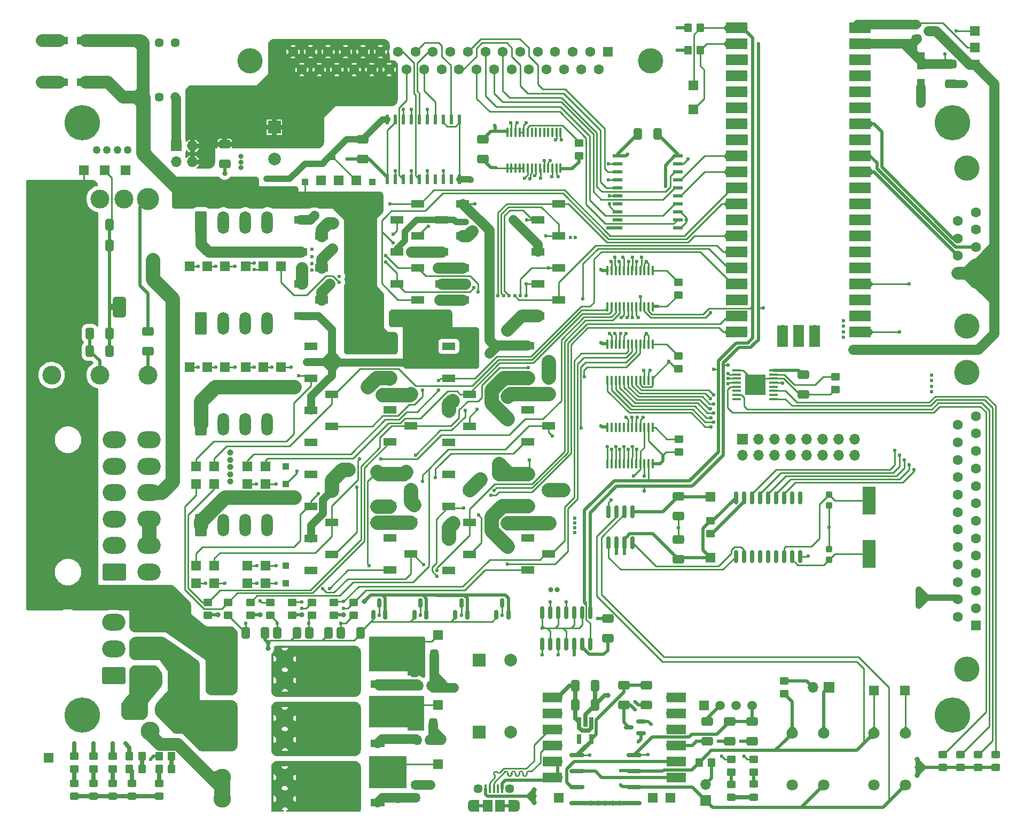
<source format=gtl>
%TF.GenerationSoftware,KiCad,Pcbnew,(6.0.1)*%
%TF.CreationDate,2023-04-18T18:32:32-04:00*%
%TF.ProjectId,Payload_PCB_v3.1,5061796c-6f61-4645-9f50-43425f76332e,rev?*%
%TF.SameCoordinates,Original*%
%TF.FileFunction,Copper,L1,Top*%
%TF.FilePolarity,Positive*%
%FSLAX46Y46*%
G04 Gerber Fmt 4.6, Leading zero omitted, Abs format (unit mm)*
G04 Created by KiCad (PCBNEW (6.0.1)) date 2023-04-18 18:32:32*
%MOMM*%
%LPD*%
G01*
G04 APERTURE LIST*
G04 Aperture macros list*
%AMRoundRect*
0 Rectangle with rounded corners*
0 $1 Rounding radius*
0 $2 $3 $4 $5 $6 $7 $8 $9 X,Y pos of 4 corners*
0 Add a 4 corners polygon primitive as box body*
4,1,4,$2,$3,$4,$5,$6,$7,$8,$9,$2,$3,0*
0 Add four circle primitives for the rounded corners*
1,1,$1+$1,$2,$3*
1,1,$1+$1,$4,$5*
1,1,$1+$1,$6,$7*
1,1,$1+$1,$8,$9*
0 Add four rect primitives between the rounded corners*
20,1,$1+$1,$2,$3,$4,$5,0*
20,1,$1+$1,$4,$5,$6,$7,0*
20,1,$1+$1,$6,$7,$8,$9,0*
20,1,$1+$1,$8,$9,$2,$3,0*%
G04 Aperture macros list end*
%TA.AperFunction,ComponentPad*%
%ADD10R,2.000000X2.000000*%
%TD*%
%TA.AperFunction,ComponentPad*%
%ADD11C,2.000000*%
%TD*%
%TA.AperFunction,SMDPad,CuDef*%
%ADD12R,1.500000X1.500000*%
%TD*%
%TA.AperFunction,SMDPad,CuDef*%
%ADD13RoundRect,0.250000X-0.650000X0.412500X-0.650000X-0.412500X0.650000X-0.412500X0.650000X0.412500X0*%
%TD*%
%TA.AperFunction,SMDPad,CuDef*%
%ADD14RoundRect,0.100000X0.100000X-0.637500X0.100000X0.637500X-0.100000X0.637500X-0.100000X-0.637500X0*%
%TD*%
%TA.AperFunction,SMDPad,CuDef*%
%ADD15RoundRect,0.250000X-0.450000X0.350000X-0.450000X-0.350000X0.450000X-0.350000X0.450000X0.350000X0*%
%TD*%
%TA.AperFunction,ComponentPad*%
%ADD16R,1.700000X1.700000*%
%TD*%
%TA.AperFunction,ComponentPad*%
%ADD17O,1.700000X1.700000*%
%TD*%
%TA.AperFunction,SMDPad,CuDef*%
%ADD18R,0.400000X1.350000*%
%TD*%
%TA.AperFunction,SMDPad,CuDef*%
%ADD19R,1.500000X1.900000*%
%TD*%
%TA.AperFunction,ComponentPad*%
%ADD20O,1.200000X1.900000*%
%TD*%
%TA.AperFunction,ComponentPad*%
%ADD21C,1.450000*%
%TD*%
%TA.AperFunction,SMDPad,CuDef*%
%ADD22R,1.200000X1.900000*%
%TD*%
%TA.AperFunction,SMDPad,CuDef*%
%ADD23RoundRect,0.250000X0.650000X-0.412500X0.650000X0.412500X-0.650000X0.412500X-0.650000X-0.412500X0*%
%TD*%
%TA.AperFunction,ComponentPad*%
%ADD24C,1.803400*%
%TD*%
%TA.AperFunction,SMDPad,CuDef*%
%ADD25RoundRect,0.250000X0.450000X-0.325000X0.450000X0.325000X-0.450000X0.325000X-0.450000X-0.325000X0*%
%TD*%
%TA.AperFunction,ComponentPad*%
%ADD26C,2.780000*%
%TD*%
%TA.AperFunction,SMDPad,CuDef*%
%ADD27RoundRect,0.250000X0.412500X0.650000X-0.412500X0.650000X-0.412500X-0.650000X0.412500X-0.650000X0*%
%TD*%
%TA.AperFunction,ComponentPad*%
%ADD28R,1.500000X1.500000*%
%TD*%
%TA.AperFunction,SMDPad,CuDef*%
%ADD29RoundRect,0.250000X-0.350000X-0.450000X0.350000X-0.450000X0.350000X0.450000X-0.350000X0.450000X0*%
%TD*%
%TA.AperFunction,SMDPad,CuDef*%
%ADD30RoundRect,0.250000X0.450000X-0.350000X0.450000X0.350000X-0.450000X0.350000X-0.450000X-0.350000X0*%
%TD*%
%TA.AperFunction,SMDPad,CuDef*%
%ADD31RoundRect,0.250000X-0.412500X-0.650000X0.412500X-0.650000X0.412500X0.650000X-0.412500X0.650000X0*%
%TD*%
%TA.AperFunction,ComponentPad*%
%ADD32R,1.000000X1.000000*%
%TD*%
%TA.AperFunction,ComponentPad*%
%ADD33RoundRect,0.250001X1.599999X-1.099999X1.599999X1.099999X-1.599999X1.099999X-1.599999X-1.099999X0*%
%TD*%
%TA.AperFunction,ComponentPad*%
%ADD34O,3.700000X2.700000*%
%TD*%
%TA.AperFunction,SMDPad,CuDef*%
%ADD35R,2.717800X1.219200*%
%TD*%
%TA.AperFunction,SMDPad,CuDef*%
%ADD36RoundRect,0.162500X-1.012500X-0.162500X1.012500X-0.162500X1.012500X0.162500X-1.012500X0.162500X0*%
%TD*%
%TA.AperFunction,ComponentPad*%
%ADD37RoundRect,0.250000X-0.650000X-1.550000X0.650000X-1.550000X0.650000X1.550000X-0.650000X1.550000X0*%
%TD*%
%TA.AperFunction,ComponentPad*%
%ADD38O,1.800000X3.600000*%
%TD*%
%TA.AperFunction,SMDPad,CuDef*%
%ADD39RoundRect,0.250000X0.350000X0.450000X-0.350000X0.450000X-0.350000X-0.450000X0.350000X-0.450000X0*%
%TD*%
%TA.AperFunction,SMDPad,CuDef*%
%ADD40RoundRect,0.100000X-0.100000X0.637500X-0.100000X-0.637500X0.100000X-0.637500X0.100000X0.637500X0*%
%TD*%
%TA.AperFunction,SMDPad,CuDef*%
%ADD41RoundRect,0.150000X0.150000X-0.825000X0.150000X0.825000X-0.150000X0.825000X-0.150000X-0.825000X0*%
%TD*%
%TA.AperFunction,ComponentPad*%
%ADD42C,4.000000*%
%TD*%
%TA.AperFunction,ComponentPad*%
%ADD43R,1.600000X1.600000*%
%TD*%
%TA.AperFunction,ComponentPad*%
%ADD44C,1.600000*%
%TD*%
%TA.AperFunction,SMDPad,CuDef*%
%ADD45R,2.200000X1.200000*%
%TD*%
%TA.AperFunction,SMDPad,CuDef*%
%ADD46R,6.400000X5.800000*%
%TD*%
%TA.AperFunction,ComponentPad*%
%ADD47R,1.448000X1.448000*%
%TD*%
%TA.AperFunction,ComponentPad*%
%ADD48C,1.448000*%
%TD*%
%TA.AperFunction,SMDPad,CuDef*%
%ADD49RoundRect,0.250000X-0.450000X0.325000X-0.450000X-0.325000X0.450000X-0.325000X0.450000X0.325000X0*%
%TD*%
%TA.AperFunction,SMDPad,CuDef*%
%ADD50RoundRect,0.150000X-0.587500X-0.150000X0.587500X-0.150000X0.587500X0.150000X-0.587500X0.150000X0*%
%TD*%
%TA.AperFunction,SMDPad,CuDef*%
%ADD51RoundRect,0.150000X0.150000X-0.587500X0.150000X0.587500X-0.150000X0.587500X-0.150000X-0.587500X0*%
%TD*%
%TA.AperFunction,ComponentPad*%
%ADD52C,5.600000*%
%TD*%
%TA.AperFunction,SMDPad,CuDef*%
%ADD53R,1.500000X0.600000*%
%TD*%
%TA.AperFunction,ComponentPad*%
%ADD54R,1.508000X1.508000*%
%TD*%
%TA.AperFunction,ComponentPad*%
%ADD55C,1.508000*%
%TD*%
%TA.AperFunction,SMDPad,CuDef*%
%ADD56R,2.100000X1.200000*%
%TD*%
%TA.AperFunction,SMDPad,CuDef*%
%ADD57R,1.473200X0.355600*%
%TD*%
%TA.AperFunction,SMDPad,CuDef*%
%ADD58R,3.200400X3.200400*%
%TD*%
%TA.AperFunction,SMDPad,CuDef*%
%ADD59RoundRect,0.237500X0.237500X-0.300000X0.237500X0.300000X-0.237500X0.300000X-0.237500X-0.300000X0*%
%TD*%
%TA.AperFunction,SMDPad,CuDef*%
%ADD60R,1.219200X2.717800*%
%TD*%
%TA.AperFunction,SMDPad,CuDef*%
%ADD61RoundRect,0.237500X-0.237500X0.300000X-0.237500X-0.300000X0.237500X-0.300000X0.237500X0.300000X0*%
%TD*%
%TA.AperFunction,SMDPad,CuDef*%
%ADD62R,1.200000X0.900000*%
%TD*%
%TA.AperFunction,ComponentPad*%
%ADD63C,1.524000*%
%TD*%
%TA.AperFunction,SMDPad,CuDef*%
%ADD64R,3.150000X1.524000*%
%TD*%
%TA.AperFunction,SMDPad,CuDef*%
%ADD65RoundRect,0.150000X0.150000X-0.875000X0.150000X0.875000X-0.150000X0.875000X-0.150000X-0.875000X0*%
%TD*%
%TA.AperFunction,ComponentPad*%
%ADD66C,3.000000*%
%TD*%
%TA.AperFunction,SMDPad,CuDef*%
%ADD67R,3.500000X1.700000*%
%TD*%
%TA.AperFunction,SMDPad,CuDef*%
%ADD68R,1.700000X3.500000*%
%TD*%
%TA.AperFunction,SMDPad,CuDef*%
%ADD69R,0.650000X1.560000*%
%TD*%
%TA.AperFunction,ComponentPad*%
%ADD70C,3.500000*%
%TD*%
%TA.AperFunction,SMDPad,CuDef*%
%ADD71R,2.000000X4.500000*%
%TD*%
%TA.AperFunction,SMDPad,CuDef*%
%ADD72R,0.600000X1.500000*%
%TD*%
%TA.AperFunction,SMDPad,CuDef*%
%ADD73RoundRect,0.150000X0.587500X0.150000X-0.587500X0.150000X-0.587500X-0.150000X0.587500X-0.150000X0*%
%TD*%
%TA.AperFunction,ViaPad*%
%ADD74C,1.250000*%
%TD*%
%TA.AperFunction,ViaPad*%
%ADD75C,0.600000*%
%TD*%
%TA.AperFunction,ViaPad*%
%ADD76C,1.000000*%
%TD*%
%TA.AperFunction,ViaPad*%
%ADD77C,0.800000*%
%TD*%
%TA.AperFunction,Conductor*%
%ADD78C,0.500000*%
%TD*%
%TA.AperFunction,Conductor*%
%ADD79C,0.254000*%
%TD*%
%TA.AperFunction,Conductor*%
%ADD80C,1.270000*%
%TD*%
%TA.AperFunction,Conductor*%
%ADD81C,1.524000*%
%TD*%
%TA.AperFunction,Conductor*%
%ADD82C,2.250000*%
%TD*%
%TA.AperFunction,Conductor*%
%ADD83C,0.635000*%
%TD*%
%TA.AperFunction,Conductor*%
%ADD84C,1.000000*%
%TD*%
%TA.AperFunction,Conductor*%
%ADD85C,1.905000*%
%TD*%
%TA.AperFunction,Conductor*%
%ADD86C,2.000000*%
%TD*%
%TA.AperFunction,Conductor*%
%ADD87C,1.600000*%
%TD*%
%TA.AperFunction,Conductor*%
%ADD88C,1.587500*%
%TD*%
%TA.AperFunction,Conductor*%
%ADD89C,1.500000*%
%TD*%
%TA.AperFunction,Conductor*%
%ADD90C,1.800000*%
%TD*%
%TA.AperFunction,Conductor*%
%ADD91C,0.250000*%
%TD*%
%TA.AperFunction,Conductor*%
%ADD92C,2.500000*%
%TD*%
G04 APERTURE END LIST*
D10*
%TO.P,C6,1*%
%TO.N,/+40V*%
X131236323Y-148336000D03*
D11*
%TO.P,C6,2*%
%TO.N,GND*%
X136236323Y-148336000D03*
%TD*%
D12*
%TO.P,TP22,1,1*%
%TO.N,/+Vmisc*%
X124714000Y-153416000D03*
%TD*%
D13*
%TO.P,C19,1*%
%TO.N,GND*%
X151638000Y-130328500D03*
%TO.P,C19,2*%
%TO.N,+3V3*%
X151638000Y-133453500D03*
%TD*%
D12*
%TO.P,TP10,1,1*%
%TO.N,/L3_I1*%
X88138000Y-90424000D03*
%TD*%
D14*
%TO.P,U16,1,A0*%
%TO.N,GND*%
X135729000Y-58869500D03*
%TO.P,U16,2,A1*%
X136379000Y-58869500D03*
%TO.P,U16,3,A2*%
X137029000Y-58869500D03*
%TO.P,U16,4,A3*%
X137679000Y-58869500D03*
%TO.P,U16,5,A4*%
X138329000Y-58869500D03*
%TO.P,U16,6,LED0*%
%TO.N,Net-(U16-Pad6)*%
X138979000Y-58869500D03*
%TO.P,U16,7,LED1*%
%TO.N,Net-(U16-Pad7)*%
X139629000Y-58869500D03*
%TO.P,U16,8,LED2*%
%TO.N,Net-(U16-Pad8)*%
X140279000Y-58869500D03*
%TO.P,U16,9,LED3*%
%TO.N,Net-(U16-Pad9)*%
X140929000Y-58869500D03*
%TO.P,U16,10,LED4*%
%TO.N,Net-(U16-Pad10)*%
X141579000Y-58869500D03*
%TO.P,U16,11,LED5*%
%TO.N,Net-(U16-Pad11)*%
X142229000Y-58869500D03*
%TO.P,U16,12,LED6*%
%TO.N,/Extra_PWM_3*%
X142879000Y-58869500D03*
%TO.P,U16,13,LED7*%
%TO.N,/Extra_PWM_4*%
X143529000Y-58869500D03*
%TO.P,U16,14,VSS*%
%TO.N,GND*%
X144179000Y-58869500D03*
%TO.P,U16,15,LED8*%
%TO.N,/Extra_PWM_5*%
X144179000Y-53144500D03*
%TO.P,U16,16,LED9*%
%TO.N,/Extra_PWM_6*%
X143529000Y-53144500D03*
%TO.P,U16,17,LED10*%
%TO.N,unconnected-(U16-Pad17)*%
X142879000Y-53144500D03*
%TO.P,U16,18,LED11*%
%TO.N,unconnected-(U16-Pad18)*%
X142229000Y-53144500D03*
%TO.P,U16,19,LED12*%
%TO.N,unconnected-(U16-Pad19)*%
X141579000Y-53144500D03*
%TO.P,U16,20,LED13*%
%TO.N,unconnected-(U16-Pad20)*%
X140929000Y-53144500D03*
%TO.P,U16,21,LED14*%
%TO.N,unconnected-(U16-Pad21)*%
X140279000Y-53144500D03*
%TO.P,U16,22,LED15*%
%TO.N,unconnected-(U16-Pad22)*%
X139629000Y-53144500D03*
%TO.P,U16,23,~{OE}*%
%TO.N,Net-(R24-Pad2)*%
X138979000Y-53144500D03*
%TO.P,U16,24,A5*%
%TO.N,GND*%
X138329000Y-53144500D03*
%TO.P,U16,25,EXTCLK*%
X137679000Y-53144500D03*
%TO.P,U16,26,SCL*%
%TO.N,/I2C0_SCL*%
X137029000Y-53144500D03*
%TO.P,U16,27,SDA*%
%TO.N,/I2C0_SDA*%
X136379000Y-53144500D03*
%TO.P,U16,28,VDD*%
%TO.N,+3V3*%
X135729000Y-53144500D03*
%TD*%
D15*
%TO.P,R13,1*%
%TO.N,/H3_sense*%
X104775000Y-127778000D03*
%TO.P,R13,2*%
%TO.N,Net-(C17-Pad1)*%
X104775000Y-129778000D03*
%TD*%
D16*
%TO.P,J9,1,Pin_1*%
%TO.N,GND*%
X172989000Y-101834000D03*
D17*
%TO.P,J9,2,Pin_2*%
X172989000Y-104374000D03*
%TO.P,J9,3,Pin_3*%
%TO.N,Net-(J9-Pad3)*%
X175529000Y-101834000D03*
%TO.P,J9,4,Pin_4*%
%TO.N,Net-(J9-Pad4)*%
X175529000Y-104374000D03*
%TO.P,J9,5,Pin_5*%
%TO.N,Net-(J9-Pad5)*%
X178069000Y-101834000D03*
%TO.P,J9,6,Pin_6*%
%TO.N,Net-(J9-Pad6)*%
X178069000Y-104374000D03*
%TO.P,J9,7,Pin_7*%
%TO.N,Net-(J9-Pad7)*%
X180609000Y-101834000D03*
%TO.P,J9,8,Pin_8*%
%TO.N,Net-(J9-Pad8)*%
X180609000Y-104374000D03*
%TO.P,J9,9,Pin_9*%
%TO.N,Net-(J9-Pad9)*%
X183149000Y-101834000D03*
%TO.P,J9,10,Pin_10*%
%TO.N,Net-(J9-Pad10)*%
X183149000Y-104374000D03*
%TO.P,J9,11,Pin_11*%
%TO.N,/Extra_PWM_6*%
X185689000Y-101834000D03*
%TO.P,J9,12,Pin_12*%
%TO.N,/Extra_PWM_5*%
X185689000Y-104374000D03*
%TO.P,J9,13,Pin_13*%
%TO.N,/Extra_PWM_4*%
X188229000Y-101834000D03*
%TO.P,J9,14,Pin_14*%
%TO.N,/Extra_PWM_3*%
X188229000Y-104374000D03*
%TO.P,J9,15,Pin_15*%
%TO.N,+3V3*%
X190769000Y-101834000D03*
%TO.P,J9,16,Pin_16*%
X190769000Y-104374000D03*
%TD*%
D18*
%TO.P,J18,1,VBUS*%
%TO.N,/VCC_USB*%
X132304000Y-157287500D03*
%TO.P,J18,2,D-*%
%TO.N,/USB_DM*%
X132954000Y-157287500D03*
%TO.P,J18,3,D+*%
%TO.N,/USB_DP*%
X133604000Y-157287500D03*
%TO.P,J18,4,ID*%
%TO.N,unconnected-(J18-Pad4)*%
X134254000Y-157287500D03*
%TO.P,J18,5,GND*%
%TO.N,GND*%
X134904000Y-157287500D03*
D19*
%TO.P,J18,6,Shield*%
X134604000Y-159987500D03*
D20*
X130104000Y-159987500D03*
D21*
X131104000Y-157287500D03*
D22*
X130704000Y-159987500D03*
D21*
X136104000Y-157287500D03*
D22*
X136504000Y-159987500D03*
D19*
X132604000Y-159987500D03*
D20*
X137104000Y-159987500D03*
%TD*%
D15*
%TO.P,R25,1*%
%TO.N,Net-(R25-Pad1)*%
X187706000Y-91964000D03*
%TO.P,R25,2*%
%TO.N,GND*%
X187706000Y-93964000D03*
%TD*%
D12*
%TO.P,TP13,1,1*%
%TO.N,/L4_I2*%
X99822000Y-90424000D03*
%TD*%
%TO.P,TP33,1,1*%
%TO.N,/H1_sense*%
X86360000Y-108966000D03*
%TD*%
%TO.P,TP12,1,1*%
%TO.N,/L4_I1*%
X97028000Y-90424000D03*
%TD*%
D13*
%TO.P,C26,1*%
%TO.N,+3V3*%
X182626000Y-91655500D03*
%TO.P,C26,2*%
%TO.N,GND*%
X182626000Y-94780500D03*
%TD*%
%TO.P,C29,1*%
%TO.N,+3V3*%
X162814000Y-110959500D03*
%TO.P,C29,2*%
%TO.N,GND*%
X162814000Y-114084500D03*
%TD*%
D23*
%TO.P,C13,1*%
%TO.N,GND*%
X78740000Y-87922500D03*
%TO.P,C13,2*%
X78740000Y-84797500D03*
%TD*%
D24*
%TO.P,J14,1,Pin_1*%
%TO.N,/CAN_H*%
X180903124Y-148501901D03*
%TO.P,J14,2,Pin_2*%
X180903124Y-156701900D03*
%TO.P,J14,3,Pin_3*%
%TO.N,/CAN_L*%
X185903124Y-148501901D03*
%TO.P,J14,4,Pin_4*%
X185903124Y-156701900D03*
%TD*%
D25*
%TO.P,D6,1,K*%
%TO.N,GND*%
X80518000Y-158539000D03*
%TO.P,D6,2,A*%
%TO.N,Net-(D6-Pad2)*%
X80518000Y-156489000D03*
%TD*%
D26*
%TO.P,F1,1*%
%TO.N,/+12V_F*%
X90544000Y-136730000D03*
X90544000Y-140130000D03*
%TO.P,F1,2*%
%TO.N,Net-(F1-Pad2)*%
X100464000Y-136730000D03*
X100464000Y-140130000D03*
%TD*%
D27*
%TO.P,C12,1*%
%TO.N,/+40V*%
X72682500Y-67818000D03*
%TO.P,C12,2*%
%TO.N,/+12V_F*%
X69557500Y-67818000D03*
%TD*%
D28*
%TO.P,TP49,1,1*%
%TO.N,Net-(C20-Pad1)*%
X209804000Y-37084000D03*
%TD*%
D29*
%TO.P,R3,1*%
%TO.N,Net-(D2-Pad2)*%
X121428000Y-149606000D03*
%TO.P,R3,2*%
%TO.N,GND*%
X123428000Y-149606000D03*
%TD*%
D12*
%TO.P,TP46,1,1*%
%TO.N,/H4_PWM*%
X94488000Y-121920000D03*
%TD*%
D30*
%TO.P,R18,1*%
%TO.N,Net-(D7-Pad2)*%
X70104000Y-154178000D03*
%TO.P,R18,2*%
%TO.N,+5V*%
X70104000Y-152178000D03*
%TD*%
D31*
%TO.P,C17,1*%
%TO.N,Net-(C17-Pad1)*%
X104304700Y-132588000D03*
%TO.P,C17,2*%
%TO.N,GND*%
X107429700Y-132588000D03*
%TD*%
D12*
%TO.P,TP15,1,1*%
%TO.N,/H2_DIR*%
X97409000Y-106172000D03*
%TD*%
D32*
%TO.P,TP26,1,1*%
%TO.N,+12V*%
X100584000Y-124714000D03*
%TD*%
D27*
%TO.P,C7,1*%
%TO.N,/+40V*%
X72682500Y-87884000D03*
%TO.P,C7,2*%
%TO.N,GND*%
X69557500Y-87884000D03*
%TD*%
D15*
%TO.P,R11,1*%
%TO.N,/H1_sense*%
X91440000Y-127762000D03*
%TO.P,R11,2*%
%TO.N,Net-(C15-Pad1)*%
X91440000Y-129762000D03*
%TD*%
D28*
%TO.P,TP23,1,1*%
%TO.N,/+Vsel*%
X106172000Y-60833000D03*
%TD*%
D33*
%TO.P,J2,1,Pin_1*%
%TO.N,GND*%
X73406000Y-122936000D03*
D34*
%TO.P,J2,2,Pin_2*%
X73406000Y-118736000D03*
%TO.P,J2,3,Pin_3*%
X73406000Y-114536000D03*
%TO.P,J2,4,Pin_4*%
X73406000Y-110336000D03*
%TO.P,J2,5,Pin_5*%
X73406000Y-106136000D03*
%TO.P,J2,6,Pin_6*%
X73406000Y-101936000D03*
%TO.P,J2,7,Pin_7*%
%TO.N,/+40V*%
X78906000Y-122936000D03*
%TO.P,J2,8,Pin_8*%
%TO.N,+12V*%
X78906000Y-118736000D03*
%TO.P,J2,9,Pin_9*%
X78906000Y-114536000D03*
%TO.P,J2,10,Pin_10*%
%TO.N,+5V*%
X78906000Y-110336000D03*
%TO.P,J2,11,Pin_11*%
%TO.N,+3V3*%
X78906000Y-106136000D03*
%TO.P,J2,12,Pin_12*%
%TO.N,/+Vsel*%
X78906000Y-101936000D03*
%TD*%
D35*
%TO.P,C5,1*%
%TO.N,+12V*%
X68897500Y-38608000D03*
%TO.P,C5,2*%
%TO.N,GND*%
X64706500Y-38608000D03*
%TD*%
D29*
%TO.P,R15,1*%
%TO.N,Net-(D4-Pad2)*%
X75835000Y-154194000D03*
%TO.P,R15,2*%
%TO.N,Net-(R15-Pad2)*%
X77835000Y-154194000D03*
%TD*%
D36*
%TO.P,U19,1,VCC1*%
%TO.N,/VDD_3V3*%
X146779000Y-152019000D03*
%TO.P,U19,2,RXD*%
%TO.N,/CAN_RX_USB*%
X146779000Y-154559000D03*
%TO.P,U19,3,TXD*%
%TO.N,/CAN_TX_USB*%
X146779000Y-157099000D03*
%TO.P,U19,4,GND1*%
%TO.N,GND*%
X146779000Y-159639000D03*
%TO.P,U19,5,GND2*%
X155829000Y-159639000D03*
%TO.P,U19,6,CANL*%
%TO.N,/CAN_L*%
X155829000Y-157099000D03*
%TO.P,U19,7,CANH*%
%TO.N,/CAN_H*%
X155829000Y-154559000D03*
%TO.P,U19,8,VCC2*%
%TO.N,/COLD_VDD*%
X155829000Y-152019000D03*
%TD*%
D37*
%TO.P,J8,1,Pin_1*%
%TO.N,/H3+*%
X87200000Y-115450000D03*
D38*
%TO.P,J8,2,Pin_2*%
%TO.N,/H3-*%
X90700000Y-115450000D03*
%TO.P,J8,3,Pin_3*%
%TO.N,/H4+*%
X94200000Y-115450000D03*
%TO.P,J8,4,Pin_4*%
%TO.N,/H4-*%
X97700000Y-115450000D03*
%TD*%
D39*
%TO.P,R23,1*%
%TO.N,/I2C0_SCL*%
X166354000Y-40132000D03*
%TO.P,R23,2*%
%TO.N,+3V3*%
X164354000Y-40132000D03*
%TD*%
D31*
%TO.P,C18,1*%
%TO.N,Net-(C18-Pad1)*%
X109333900Y-132588000D03*
%TO.P,C18,2*%
%TO.N,GND*%
X112458900Y-132588000D03*
%TD*%
D30*
%TO.P,R8,1*%
%TO.N,+3V3*%
X94996000Y-129778000D03*
%TO.P,R8,2*%
%TO.N,/H2_FAULT*%
X94996000Y-127778000D03*
%TD*%
D27*
%TO.P,C8,1*%
%TO.N,/+40V*%
X72682500Y-85090000D03*
%TO.P,C8,2*%
%TO.N,GND*%
X69557500Y-85090000D03*
%TD*%
D40*
%TO.P,U7,1,~{INT}*%
%TO.N,Net-(R1-Pad1)*%
X158769000Y-75115500D03*
%TO.P,U7,2,A1*%
%TO.N,GND*%
X158119000Y-75115500D03*
%TO.P,U7,3,A2*%
X157469000Y-75115500D03*
%TO.P,U7,4,IO0_0*%
%TO.N,/L1_I1*%
X156819000Y-75115500D03*
%TO.P,U7,5,IO0_1*%
%TO.N,/L1_I2*%
X156169000Y-75115500D03*
%TO.P,U7,6,IO0_2*%
%TO.N,/L2_I1*%
X155519000Y-75115500D03*
%TO.P,U7,7,IO0_3*%
%TO.N,/L2_I2*%
X154869000Y-75115500D03*
%TO.P,U7,8,IO0_4*%
%TO.N,/L3_I1*%
X154219000Y-75115500D03*
%TO.P,U7,9,IO0_5*%
%TO.N,/L3_I2*%
X153569000Y-75115500D03*
%TO.P,U7,10,IO0_6*%
%TO.N,/L4_I1*%
X152919000Y-75115500D03*
%TO.P,U7,11,IO0_7*%
%TO.N,/L4_I2*%
X152269000Y-75115500D03*
%TO.P,U7,12,VSS*%
%TO.N,GND*%
X151619000Y-75115500D03*
%TO.P,U7,13,IO1_0*%
%TO.N,/H1_DIR*%
X151619000Y-80840500D03*
%TO.P,U7,14,IO1_1*%
%TO.N,/H2_DIR*%
X152269000Y-80840500D03*
%TO.P,U7,15,IO1_2*%
%TO.N,/H3_DIR*%
X152919000Y-80840500D03*
%TO.P,U7,16,IO1_3*%
%TO.N,/H4_DIR*%
X153569000Y-80840500D03*
%TO.P,U7,17,IO1_4*%
%TO.N,/H1_~{SLEEP}*%
X154219000Y-80840500D03*
%TO.P,U7,18,IO1_5*%
%TO.N,/H2_~{SLEEP}*%
X154869000Y-80840500D03*
%TO.P,U7,19,IO1_6*%
%TO.N,/H3_~{SLEEP}*%
X155519000Y-80840500D03*
%TO.P,U7,20,IO1_7*%
%TO.N,/H4_~{SLEEP}*%
X156169000Y-80840500D03*
%TO.P,U7,21,A0*%
%TO.N,GND*%
X156819000Y-80840500D03*
%TO.P,U7,22,SCL*%
%TO.N,/I2C0_SCL*%
X157469000Y-80840500D03*
%TO.P,U7,23,SDA*%
%TO.N,/I2C0_SDA*%
X158119000Y-80840500D03*
%TO.P,U7,24,VDD*%
%TO.N,+3V3*%
X158769000Y-80840500D03*
%TD*%
D28*
%TO.P,TP52,1,1*%
%TO.N,/VCC_USB*%
X161544000Y-158750000D03*
%TD*%
D13*
%TO.P,C33,1*%
%TO.N,/COLD_VDD*%
X170942000Y-146646500D03*
%TO.P,C33,2*%
%TO.N,GND*%
X170942000Y-149771500D03*
%TD*%
D12*
%TO.P,TP39,1,1*%
%TO.N,/L1_PWM*%
X85344000Y-74422000D03*
%TD*%
D28*
%TO.P,TP38,1,1*%
%TO.N,/I2C0_SCL*%
X165227000Y-49530000D03*
%TD*%
D25*
%TO.P,D8,1,K*%
%TO.N,GND*%
X67056000Y-158539000D03*
%TO.P,D8,2,A*%
%TO.N,Net-(D8-Pad2)*%
X67056000Y-156489000D03*
%TD*%
D12*
%TO.P,TP36,1,1*%
%TO.N,/H4_sense*%
X94488000Y-124714000D03*
%TD*%
D41*
%TO.P,U22,1,TXD*%
%TO.N,/CAN_TX_Pico*%
X151765000Y-118299000D03*
%TO.P,U22,2,VSS*%
%TO.N,GND*%
X153035000Y-118299000D03*
%TO.P,U22,3,VDD*%
%TO.N,+5V*%
X154305000Y-118299000D03*
%TO.P,U22,4,RXD*%
%TO.N,/CAN_RX_Pico*%
X155575000Y-118299000D03*
%TO.P,U22,5,Vio*%
%TO.N,+3V3*%
X155575000Y-113349000D03*
%TO.P,U22,6,CANL*%
%TO.N,/CAN_L*%
X154305000Y-113349000D03*
%TO.P,U22,7,CANH*%
%TO.N,/CAN_H*%
X153035000Y-113349000D03*
%TO.P,U22,8,STBY*%
%TO.N,GND*%
X151765000Y-113349000D03*
%TD*%
D42*
%TO.P,J11,0,PAD*%
%TO.N,GND*%
X208558331Y-91263000D03*
X208558331Y-138363000D03*
D43*
%TO.P,J11,1,1*%
%TO.N,+5V*%
X209978331Y-131433000D03*
D44*
%TO.P,J11,2,2*%
X209978331Y-128663000D03*
%TO.P,J11,3,3*%
%TO.N,/Payload_S4*%
X209978331Y-125893000D03*
%TO.P,J11,4,4*%
%TO.N,/Payload_S3*%
X209978331Y-123123000D03*
%TO.P,J11,5,5*%
%TO.N,/Payload_S2*%
X209978331Y-120353000D03*
%TO.P,J11,6,6*%
%TO.N,/Payload_S1*%
X209978331Y-117583000D03*
%TO.P,J11,7,7*%
%TO.N,/GP21*%
X209978331Y-114813000D03*
%TO.P,J11,8,8*%
%TO.N,/Extra_IO_8*%
X209978331Y-112043000D03*
%TO.P,J11,9,9*%
%TO.N,/Extra_IO_6*%
X209978331Y-109273000D03*
%TO.P,J11,10,10*%
%TO.N,/Extra_IO_4*%
X209978331Y-106503000D03*
%TO.P,J11,11,11*%
%TO.N,/Extra_IO_2*%
X209978331Y-103733000D03*
%TO.P,J11,12,12*%
%TO.N,GND*%
X209978331Y-100963000D03*
%TO.P,J11,13,13*%
X209978331Y-98193000D03*
%TO.P,J11,14,P14*%
%TO.N,+5V*%
X207138331Y-130048000D03*
%TO.P,J11,15,P15*%
%TO.N,+3V3*%
X207138331Y-127278000D03*
%TO.P,J11,16,P16*%
%TO.N,GND*%
X207138331Y-124508000D03*
%TO.P,J11,17,P17*%
X207138331Y-121738000D03*
%TO.P,J11,18,P18*%
X207138331Y-118968000D03*
%TO.P,J11,19,P19*%
%TO.N,/GP22*%
X207138331Y-116198000D03*
%TO.P,J11,20,P20*%
%TO.N,unconnected-(J11-Pad20)*%
X207138331Y-113428000D03*
%TO.P,J11,21,P21*%
%TO.N,/Extra_IO_7*%
X207138331Y-110658000D03*
%TO.P,J11,22,P22*%
%TO.N,/Extra_IO_5*%
X207138331Y-107888000D03*
%TO.P,J11,23,P23*%
%TO.N,/Extra_IO_3*%
X207138331Y-105118000D03*
%TO.P,J11,24,P24*%
%TO.N,/Extra_IO_1*%
X207138331Y-102348000D03*
%TO.P,J11,25,P25*%
%TO.N,GND*%
X207138331Y-99578000D03*
%TD*%
D45*
%TO.P,Q3,1,G*%
%TO.N,Net-(D3-Pad2)*%
X115198000Y-159506000D03*
D46*
%TO.P,Q3,2,D*%
%TO.N,Net-(F3-Pad2)*%
X108898000Y-157226000D03*
D45*
%TO.P,Q3,3,S*%
%TO.N,/+Vmisc*%
X115198000Y-154946000D03*
%TD*%
D31*
%TO.P,C15,1*%
%TO.N,Net-(C15-Pad1)*%
X94234000Y-132588000D03*
%TO.P,C15,2*%
%TO.N,GND*%
X97359000Y-132588000D03*
%TD*%
D12*
%TO.P,TP27,1,1*%
%TO.N,/H2_FAULT*%
X97409000Y-108966000D03*
%TD*%
D47*
%TO.P,U12,1,Vin*%
%TO.N,+12V*%
X77978000Y-47612000D03*
D48*
%TO.P,U12,2,Gnd*%
%TO.N,GND*%
X80518000Y-47612000D03*
%TO.P,U12,3,Vout*%
%TO.N,+5V*%
X83058000Y-47612000D03*
%TD*%
D49*
%TO.P,D16,1,K*%
%TO.N,Net-(D16-Pad1)*%
X210312000Y-151883000D03*
%TO.P,D16,2,A*%
%TO.N,+3V3*%
X210312000Y-153933000D03*
%TD*%
D12*
%TO.P,TP9,1,1*%
%TO.N,/L2_I2*%
X99822000Y-74422000D03*
%TD*%
D15*
%TO.P,R1,1*%
%TO.N,Net-(R1-Pad1)*%
X162814000Y-76978000D03*
%TO.P,R1,2*%
%TO.N,+3V3*%
X162814000Y-78978000D03*
%TD*%
D50*
%TO.P,Q4,1,G*%
%TO.N,Net-(Q4-Pad1)*%
X200611500Y-36134000D03*
%TO.P,Q4,2,S*%
%TO.N,Net-(C20-Pad1)*%
X200611500Y-38034000D03*
%TO.P,Q4,3,D*%
%TO.N,+3V3*%
X202486500Y-37084000D03*
%TD*%
D15*
%TO.P,R14,1*%
%TO.N,/H4_sense*%
X111379000Y-127762000D03*
%TO.P,R14,2*%
%TO.N,Net-(C18-Pad1)*%
X111379000Y-129762000D03*
%TD*%
D31*
%TO.P,C27,1*%
%TO.N,/VCC_USB*%
X146519500Y-144018000D03*
%TO.P,C27,2*%
%TO.N,GND*%
X149644500Y-144018000D03*
%TD*%
D41*
%TO.P,U13,1,CH1+*%
%TO.N,Net-(C15-Pad1)*%
X141224000Y-134366000D03*
%TO.P,U13,2,CH1-*%
%TO.N,GND*%
X142494000Y-134366000D03*
%TO.P,U13,3,CH2+*%
%TO.N,Net-(C16-Pad1)*%
X143764000Y-134366000D03*
%TO.P,U13,4,CH2-*%
%TO.N,GND*%
X145034000Y-134366000D03*
%TO.P,U13,5,VSS*%
X146304000Y-134366000D03*
%TO.P,U13,6,VDD*%
%TO.N,+3V3*%
X147574000Y-134366000D03*
%TO.P,U13,7,SDA*%
%TO.N,/I2C0_SDA*%
X148844000Y-134366000D03*
%TO.P,U13,8,SCL*%
%TO.N,/I2C0_SCL*%
X148844000Y-129416000D03*
%TO.P,U13,9,Adr0*%
%TO.N,GND*%
X147574000Y-129416000D03*
%TO.P,U13,10,Adr1*%
X146304000Y-129416000D03*
%TO.P,U13,11,CH3+*%
%TO.N,Net-(C17-Pad1)*%
X145034000Y-129416000D03*
%TO.P,U13,12,CH3-*%
%TO.N,GND*%
X143764000Y-129416000D03*
%TO.P,U13,13,CH4+*%
%TO.N,Net-(C18-Pad1)*%
X142494000Y-129416000D03*
%TO.P,U13,14,CH4-*%
%TO.N,GND*%
X141224000Y-129416000D03*
%TD*%
D23*
%TO.P,C22,1*%
%TO.N,GND*%
X205994000Y-45504500D03*
%TO.P,C22,2*%
%TO.N,Net-(C20-Pad1)*%
X205994000Y-42379500D03*
%TD*%
D32*
%TO.P,TP3,1,1*%
%TO.N,+12V*%
X100584000Y-106172000D03*
%TD*%
D28*
%TO.P,TP54,1,1*%
%TO.N,/VDD_3V3*%
X143891000Y-158750000D03*
%TD*%
D26*
%TO.P,F2,1*%
%TO.N,/+40V_F*%
X90544000Y-146128000D03*
X90544000Y-149528000D03*
%TO.P,F2,2*%
%TO.N,Net-(F2-Pad2)*%
X100464000Y-146128000D03*
X100464000Y-149528000D03*
%TD*%
D30*
%TO.P,R5,1*%
%TO.N,+3V3*%
X88265000Y-129762000D03*
%TO.P,R5,2*%
%TO.N,/H1_FAULT*%
X88265000Y-127762000D03*
%TD*%
D51*
%TO.P,D11,1*%
%TO.N,GND*%
X127493000Y-129715500D03*
%TO.P,D11,2*%
%TO.N,+3V3*%
X129393000Y-129715500D03*
%TO.P,D11,3*%
%TO.N,Net-(C17-Pad1)*%
X128443000Y-127840500D03*
%TD*%
D47*
%TO.P,U9,1,Vin*%
%TO.N,+12V*%
X77978000Y-38976000D03*
D48*
%TO.P,U9,2,Gnd*%
%TO.N,GND*%
X80518000Y-38976000D03*
%TO.P,U9,3,Vout*%
%TO.N,+3V3*%
X83058000Y-38976000D03*
%TD*%
D52*
%TO.P,H1,1,1*%
%TO.N,GND*%
X68326000Y-51689000D03*
%TD*%
D53*
%TO.P,U15,1,1OE*%
%TO.N,GND*%
X153238000Y-56896000D03*
%TO.P,U15,2,1A0*%
%TO.N,/Servo1*%
X153238000Y-58166000D03*
%TO.P,U15,3,2Y0*%
%TO.N,/Servo5_L*%
X153238000Y-59436000D03*
%TO.P,U15,4,1A1*%
%TO.N,/Servo2*%
X153238000Y-60706000D03*
%TO.P,U15,5,2Y1*%
%TO.N,/Servo6_L*%
X153238000Y-61976000D03*
%TO.P,U15,6,1A2*%
%TO.N,/Servo3*%
X153238000Y-63246000D03*
%TO.P,U15,7,2Y2*%
%TO.N,unconnected-(U15-Pad7)*%
X153238000Y-64516000D03*
%TO.P,U15,8,1A3*%
%TO.N,/Servo4*%
X153238000Y-65786000D03*
%TO.P,U15,9,2Y3*%
%TO.N,unconnected-(U15-Pad9)*%
X153238000Y-67056000D03*
%TO.P,U15,10,GND*%
%TO.N,GND*%
X153238000Y-68326000D03*
%TO.P,U15,11,2A3*%
X162738000Y-68326000D03*
%TO.P,U15,12,1Y3*%
%TO.N,/Servo4_L*%
X162738000Y-67056000D03*
%TO.P,U15,13,2A2*%
%TO.N,GND*%
X162738000Y-65786000D03*
%TO.P,U15,14,1Y2*%
%TO.N,/Servo3_L*%
X162738000Y-64516000D03*
%TO.P,U15,15,2A1*%
%TO.N,/Servo6*%
X162738000Y-63246000D03*
%TO.P,U15,16,1Y1*%
%TO.N,/Servo2_L*%
X162738000Y-61976000D03*
%TO.P,U15,17,2A0*%
%TO.N,/Servo5*%
X162738000Y-60706000D03*
%TO.P,U15,18,1Y0*%
%TO.N,/Servo1_L*%
X162738000Y-59436000D03*
%TO.P,U15,19,2OE*%
%TO.N,GND*%
X162738000Y-58166000D03*
%TO.P,U15,20,VCC*%
%TO.N,+5V*%
X162738000Y-56896000D03*
%TD*%
D10*
%TO.P,C25,1*%
%TO.N,/+Vsel*%
X98806000Y-52369323D03*
D11*
%TO.P,C25,2*%
%TO.N,GND*%
X98806000Y-57369323D03*
%TD*%
D39*
%TO.P,R22,1*%
%TO.N,/I2C0_SDA*%
X166354000Y-36576000D03*
%TO.P,R22,2*%
%TO.N,+3V3*%
X164354000Y-36576000D03*
%TD*%
D35*
%TO.P,C10,1*%
%TO.N,+12V*%
X68897500Y-45212000D03*
%TO.P,C10,2*%
%TO.N,GND*%
X64706500Y-45212000D03*
%TD*%
D54*
%TO.P,U21,1,-VIN*%
%TO.N,GND*%
X166878000Y-144086000D03*
D55*
%TO.P,U21,2,+VIN*%
%TO.N,/VCC_USB*%
X169418000Y-144086000D03*
%TO.P,U21,3,-VOUT*%
%TO.N,GND*%
X171958000Y-144086000D03*
%TO.P,U21,4,+VOUT*%
%TO.N,/COLD_VDD*%
X174498000Y-144086000D03*
%TD*%
D15*
%TO.P,R27,1*%
%TO.N,/LED_TX*%
X171196000Y-152670000D03*
%TO.P,R27,2*%
%TO.N,Net-(D18-Pad2)*%
X171196000Y-154670000D03*
%TD*%
D30*
%TO.P,R17,1*%
%TO.N,Net-(D5-Pad2)*%
X73152000Y-154178000D03*
%TO.P,R17,2*%
%TO.N,+12V*%
X73152000Y-152178000D03*
%TD*%
D45*
%TO.P,Q1,1,G*%
%TO.N,Net-(D1-Pad2)*%
X115198000Y-140710000D03*
D46*
%TO.P,Q1,2,D*%
%TO.N,Net-(F1-Pad2)*%
X108898000Y-138430000D03*
D45*
%TO.P,Q1,3,S*%
%TO.N,+12V*%
X115198000Y-136150000D03*
%TD*%
D28*
%TO.P,TP56,1,1*%
%TO.N,/CAN_L*%
X198755000Y-141732000D03*
%TD*%
%TO.P,TP48,1,1*%
%TO.N,Net-(Q4-Pad1)*%
X209804000Y-39751000D03*
%TD*%
D39*
%TO.P,R21,1*%
%TO.N,Net-(R16-Pad2)*%
X82534000Y-152146000D03*
%TO.P,R21,2*%
%TO.N,/+Vmisc*%
X80534000Y-152146000D03*
%TD*%
D28*
%TO.P,TP32,1,1*%
%TO.N,+5V*%
X111760000Y-60833000D03*
%TD*%
D15*
%TO.P,R26,1*%
%TO.N,/LED_RX*%
X174752000Y-152670000D03*
%TO.P,R26,2*%
%TO.N,Net-(D17-Pad2)*%
X174752000Y-154670000D03*
%TD*%
D49*
%TO.P,D15,1,K*%
%TO.N,Net-(D15-Pad1)*%
X213106000Y-151883000D03*
%TO.P,D15,2,A*%
%TO.N,+3V3*%
X213106000Y-153933000D03*
%TD*%
D56*
%TO.P,U6,1,VM*%
%TO.N,unconnected-(U6-Pad1)*%
X126446000Y-107433000D03*
%TO.P,U6,2,GND*%
%TO.N,GND*%
X129746000Y-109973000D03*
%TO.P,U6,3,EN/IN1*%
%TO.N,/H4_PWM*%
X126446000Y-112513000D03*
%TO.P,U6,4,PH/IN2*%
%TO.N,/H4_DIR*%
X129746000Y-115053000D03*
%TO.P,U6,5,PMODE*%
%TO.N,GND*%
X126446000Y-117593000D03*
%TO.P,U6,6,~{SLEEP}*%
%TO.N,/H4_~{SLEEP}*%
X129746000Y-120133000D03*
%TO.P,U6,7,VREF*%
%TO.N,unconnected-(U6-Pad7)*%
X126446000Y-122673000D03*
%TO.P,U6,8,CS*%
%TO.N,/H4_sense*%
X138966000Y-122629000D03*
%TO.P,U6,9,~{FAULT}*%
%TO.N,/H4_FAULT*%
X142266000Y-120089000D03*
%TO.P,U6,10,IMODE*%
%TO.N,unconnected-(U6-Pad10)*%
X138966000Y-117549000D03*
%TO.P,U6,11,OUT2*%
%TO.N,/H4-*%
X142266000Y-115009000D03*
%TO.P,U6,12,OUT1*%
%TO.N,/H4+*%
X138966000Y-112469000D03*
%TO.P,U6,13,GND*%
%TO.N,GND*%
X142266000Y-109929000D03*
%TO.P,U6,14,VIN*%
%TO.N,+12V*%
X138966000Y-107389000D03*
%TD*%
D57*
%TO.P,U17,1,GND*%
%TO.N,GND*%
X172085000Y-90943001D03*
%TO.P,U17,2,SW1*%
%TO.N,/LED_1*%
X172085000Y-91592999D03*
%TO.P,U17,3,SW2*%
%TO.N,/LED_2*%
X172085000Y-92243001D03*
%TO.P,U17,4,SW3*%
%TO.N,/LED_3*%
X172085000Y-92892999D03*
%TO.P,U17,5,OUT0*%
%TO.N,Net-(D13-Pad1)*%
X172085000Y-93542998D03*
%TO.P,U17,6,OUT1*%
%TO.N,unconnected-(U17-Pad6)*%
X172085000Y-94192999D03*
%TO.P,U17,7,OUT2*%
%TO.N,Net-(D14-Pad1)*%
X172085000Y-94842998D03*
%TO.P,U17,8,OUT3*%
%TO.N,unconnected-(U17-Pad8)*%
X172085000Y-95492999D03*
%TO.P,U17,9,OUT4*%
%TO.N,Net-(D16-Pad1)*%
X177927000Y-95492999D03*
%TO.P,U17,10,OUT5*%
%TO.N,unconnected-(U17-Pad10)*%
X177927000Y-94843001D03*
%TO.P,U17,11,OUT6*%
%TO.N,Net-(D15-Pad1)*%
X177927000Y-94192999D03*
%TO.P,U17,12,OUT7*%
%TO.N,unconnected-(U17-Pad12)*%
X177927000Y-93543001D03*
%TO.P,U17,13,SW4*%
%TO.N,/LED_4*%
X177927000Y-92893002D03*
%TO.P,U17,14,\u002AOE*%
%TO.N,GND*%
X177927000Y-92243001D03*
%TO.P,U17,15,R-EXT*%
%TO.N,Net-(R25-Pad1)*%
X177927000Y-91593002D03*
%TO.P,U17,16,VDD*%
%TO.N,+3V3*%
X177927000Y-90943001D03*
D58*
%TO.P,U17,EPAD,GND*%
%TO.N,GND*%
X175006000Y-93218000D03*
%TD*%
D59*
%TO.P,C30,1*%
%TO.N,GND*%
X186690000Y-112368500D03*
%TO.P,C30,2*%
%TO.N,Net-(C30-Pad2)*%
X186690000Y-110643500D03*
%TD*%
D16*
%TO.P,J16,1,Pin_1*%
%TO.N,/CAN_L*%
X167132000Y-159136000D03*
D17*
%TO.P,J16,2,Pin_2*%
%TO.N,Net-(J16-Pad2)*%
X167132000Y-156596000D03*
%TD*%
D52*
%TO.P,H2,1,1*%
%TO.N,GND*%
X206248000Y-51689000D03*
%TD*%
D12*
%TO.P,TP34,1,1*%
%TO.N,/H2_sense*%
X94488000Y-108966000D03*
%TD*%
D13*
%TO.P,C32,1*%
%TO.N,/VDD_3V3*%
X157734000Y-140931500D03*
%TO.P,C32,2*%
%TO.N,GND*%
X157734000Y-144056500D03*
%TD*%
D29*
%TO.P,R16,1*%
%TO.N,Net-(D6-Pad2)*%
X80534000Y-154178000D03*
%TO.P,R16,2*%
%TO.N,Net-(R16-Pad2)*%
X82534000Y-154178000D03*
%TD*%
D28*
%TO.P,TP50,1,1*%
%TO.N,+3V3*%
X167894000Y-110998000D03*
%TD*%
D12*
%TO.P,TP35,1,1*%
%TO.N,/H3_sense*%
X86360000Y-124714000D03*
%TD*%
D60*
%TO.P,C20,1*%
%TO.N,Net-(C20-Pad1)*%
X201295000Y-41846500D03*
%TO.P,C20,2*%
%TO.N,GND*%
X201295000Y-46037500D03*
%TD*%
D28*
%TO.P,TP51,1,1*%
%TO.N,+5V*%
X167894000Y-120650000D03*
%TD*%
D32*
%TO.P,TP4,1,1*%
%TO.N,+12V*%
X100584000Y-121920000D03*
%TD*%
D61*
%TO.P,C31,1*%
%TO.N,GND*%
X186690000Y-119279500D03*
%TO.P,C31,2*%
%TO.N,Net-(C31-Pad2)*%
X186690000Y-121004500D03*
%TD*%
D62*
%TO.P,D3,1,K*%
%TO.N,/+Vmisc*%
X118364000Y-155576000D03*
%TO.P,D3,2,A*%
%TO.N,Net-(D3-Pad2)*%
X118364000Y-158876000D03*
%TD*%
D15*
%TO.P,R12,1*%
%TO.N,/H2_sense*%
X98171000Y-127778000D03*
%TO.P,R12,2*%
%TO.N,Net-(C16-Pad1)*%
X98171000Y-129778000D03*
%TD*%
D27*
%TO.P,C23,1*%
%TO.N,+5V*%
X159550500Y-53467000D03*
%TO.P,C23,2*%
%TO.N,GND*%
X156425500Y-53467000D03*
%TD*%
D25*
%TO.P,D18,1,K*%
%TO.N,GND*%
X171196000Y-158648000D03*
%TO.P,D18,2,A*%
%TO.N,Net-(D18-Pad2)*%
X171196000Y-156598000D03*
%TD*%
D45*
%TO.P,Q2,1,G*%
%TO.N,Net-(D2-Pad2)*%
X115198000Y-150108000D03*
D46*
%TO.P,Q2,2,D*%
%TO.N,Net-(F2-Pad2)*%
X108898000Y-147828000D03*
D45*
%TO.P,Q2,3,S*%
%TO.N,/+40V*%
X115198000Y-145548000D03*
%TD*%
D56*
%TO.P,U1,1,VM*%
%TO.N,+12V*%
X106330000Y-64518000D03*
%TO.P,U1,2,VCC*%
%TO.N,+3V3*%
X103030000Y-67058000D03*
%TO.P,U1,3,GND*%
%TO.N,GND*%
X106330000Y-69598000D03*
%TO.P,U1,4,A01*%
%TO.N,/L1+*%
X103030000Y-72138000D03*
%TO.P,U1,5,A02*%
%TO.N,/L1-*%
X106330000Y-74678000D03*
%TO.P,U1,6,B02*%
%TO.N,/L2-*%
X103030000Y-77218000D03*
%TO.P,U1,7,B01*%
%TO.N,/L2+*%
X106330000Y-79758000D03*
%TO.P,U1,8,GND*%
%TO.N,GND*%
X103030000Y-82298000D03*
%TO.P,U1,9,GND*%
X118198000Y-82296000D03*
%TO.P,U1,10,PWMB*%
%TO.N,/L2_PWM*%
X121498000Y-79756000D03*
%TO.P,U1,11,BI2*%
%TO.N,/L2_I2*%
X118198000Y-77216000D03*
%TO.P,U1,12,BI1*%
%TO.N,/L2_I1*%
X121498000Y-74676000D03*
%TO.P,U1,13,STBY*%
%TO.N,+3V3*%
X118198000Y-72136000D03*
%TO.P,U1,14,AI1*%
%TO.N,/L1_I1*%
X121498000Y-69596000D03*
%TO.P,U1,15,AI2*%
%TO.N,/L1_I2*%
X118198000Y-67056000D03*
%TO.P,U1,16,PWMA*%
%TO.N,/L1_PWM*%
X121498000Y-64516000D03*
%TD*%
D28*
%TO.P,TP55,1,1*%
%TO.N,/CAN_H*%
X193802000Y-141732000D03*
%TD*%
D40*
%TO.P,U8,1,~{INT}*%
%TO.N,Net-(R7-Pad1)*%
X158769000Y-86799500D03*
%TO.P,U8,2,A1*%
%TO.N,GND*%
X158119000Y-86799500D03*
%TO.P,U8,3,A2*%
X157469000Y-86799500D03*
%TO.P,U8,4,IO0_0*%
%TO.N,/H1_FAULT*%
X156819000Y-86799500D03*
%TO.P,U8,5,IO0_1*%
%TO.N,/H2_FAULT*%
X156169000Y-86799500D03*
%TO.P,U8,6,IO0_2*%
%TO.N,/H3_FAULT*%
X155519000Y-86799500D03*
%TO.P,U8,7,IO0_3*%
%TO.N,/H4_FAULT*%
X154869000Y-86799500D03*
%TO.P,U8,8,IO0_4*%
%TO.N,/Payload_S1*%
X154219000Y-86799500D03*
%TO.P,U8,9,IO0_5*%
%TO.N,/Payload_S2*%
X153569000Y-86799500D03*
%TO.P,U8,10,IO0_6*%
%TO.N,/Payload_S3*%
X152919000Y-86799500D03*
%TO.P,U8,11,IO0_7*%
%TO.N,/Payload_S4*%
X152269000Y-86799500D03*
%TO.P,U8,12,VSS*%
%TO.N,GND*%
X151619000Y-86799500D03*
%TO.P,U8,13,IO1_0*%
%TO.N,/Extra_IO_8*%
X151619000Y-92524500D03*
%TO.P,U8,14,IO1_1*%
%TO.N,/Extra_IO_7*%
X152269000Y-92524500D03*
%TO.P,U8,15,IO1_2*%
%TO.N,/Extra_IO_6*%
X152919000Y-92524500D03*
%TO.P,U8,16,IO1_3*%
%TO.N,/Extra_IO_5*%
X153569000Y-92524500D03*
%TO.P,U8,17,IO1_4*%
%TO.N,/Extra_IO_4*%
X154219000Y-92524500D03*
%TO.P,U8,18,IO1_5*%
%TO.N,/Extra_IO_3*%
X154869000Y-92524500D03*
%TO.P,U8,19,IO1_6*%
%TO.N,/Extra_IO_2*%
X155519000Y-92524500D03*
%TO.P,U8,20,IO1_7*%
%TO.N,/Extra_IO_1*%
X156169000Y-92524500D03*
%TO.P,U8,21,A0*%
%TO.N,+3V3*%
X156819000Y-92524500D03*
%TO.P,U8,22,SCL*%
%TO.N,/I2C0_SCL*%
X157469000Y-92524500D03*
%TO.P,U8,23,SDA*%
%TO.N,/I2C0_SDA*%
X158119000Y-92524500D03*
%TO.P,U8,24,VDD*%
%TO.N,+3V3*%
X158769000Y-92524500D03*
%TD*%
D37*
%TO.P,J5,1,Pin_1*%
%TO.N,/L1+*%
X87200000Y-67450000D03*
D38*
%TO.P,J5,2,Pin_2*%
%TO.N,/L1-*%
X90700000Y-67450000D03*
%TO.P,J5,3,Pin_3*%
%TO.N,/L2+*%
X94200000Y-67450000D03*
%TO.P,J5,4,Pin_4*%
%TO.N,/L2-*%
X97700000Y-67450000D03*
%TD*%
D27*
%TO.P,C11,1*%
%TO.N,/+40V*%
X72682500Y-71120000D03*
%TO.P,C11,2*%
%TO.N,/+12V_F*%
X69557500Y-71120000D03*
%TD*%
D15*
%TO.P,R7,1*%
%TO.N,Net-(R7-Pad1)*%
X162814000Y-88646000D03*
%TO.P,R7,2*%
%TO.N,+3V3*%
X162814000Y-90646000D03*
%TD*%
D25*
%TO.P,D7,1,K*%
%TO.N,GND*%
X70104000Y-158530000D03*
%TO.P,D7,2,A*%
%TO.N,Net-(D7-Pad2)*%
X70104000Y-156480000D03*
%TD*%
D32*
%TO.P,TP2,1,1*%
%TO.N,+12V*%
X103632000Y-61087000D03*
%TD*%
D37*
%TO.P,J7,1,Pin_1*%
%TO.N,/H1+*%
X87200000Y-99450000D03*
D38*
%TO.P,J7,2,Pin_2*%
%TO.N,/H1-*%
X90700000Y-99450000D03*
%TO.P,J7,3,Pin_3*%
%TO.N,/H2+*%
X94200000Y-99450000D03*
%TO.P,J7,4,Pin_4*%
%TO.N,/H2-*%
X97700000Y-99450000D03*
%TD*%
D56*
%TO.P,U5,1,VM*%
%TO.N,unconnected-(U5-Pad1)*%
X104602000Y-107433000D03*
%TO.P,U5,2,GND*%
%TO.N,GND*%
X107902000Y-109973000D03*
%TO.P,U5,3,EN/IN1*%
%TO.N,/H3_PWM*%
X104602000Y-112513000D03*
%TO.P,U5,4,PH/IN2*%
%TO.N,/H3_DIR*%
X107902000Y-115053000D03*
%TO.P,U5,5,PMODE*%
%TO.N,GND*%
X104602000Y-117593000D03*
%TO.P,U5,6,~{SLEEP}*%
%TO.N,/H3_~{SLEEP}*%
X107902000Y-120133000D03*
%TO.P,U5,7,VREF*%
%TO.N,unconnected-(U5-Pad7)*%
X104602000Y-122673000D03*
%TO.P,U5,8,CS*%
%TO.N,/H3_sense*%
X117122000Y-122629000D03*
%TO.P,U5,9,~{FAULT}*%
%TO.N,/H3_FAULT*%
X120422000Y-120089000D03*
%TO.P,U5,10,IMODE*%
%TO.N,unconnected-(U5-Pad10)*%
X117122000Y-117549000D03*
%TO.P,U5,11,OUT2*%
%TO.N,/H3-*%
X120422000Y-115009000D03*
%TO.P,U5,12,OUT1*%
%TO.N,/H3+*%
X117122000Y-112469000D03*
%TO.P,U5,13,GND*%
%TO.N,GND*%
X120422000Y-109929000D03*
%TO.P,U5,14,VIN*%
%TO.N,+12V*%
X117122000Y-107389000D03*
%TD*%
D28*
%TO.P,TP5,1,1*%
%TO.N,/+Vmisc*%
X75184000Y-59182000D03*
%TD*%
D30*
%TO.P,R6,1*%
%TO.N,+3V3*%
X101600000Y-129778000D03*
%TO.P,R6,2*%
%TO.N,/H3_FAULT*%
X101600000Y-127778000D03*
%TD*%
D12*
%TO.P,TP21,1,1*%
%TO.N,/+40V*%
X124714000Y-144018000D03*
%TD*%
D51*
%TO.P,D12,1*%
%TO.N,GND*%
X133993000Y-129715500D03*
%TO.P,D12,2*%
%TO.N,+3V3*%
X135893000Y-129715500D03*
%TO.P,D12,3*%
%TO.N,Net-(C18-Pad1)*%
X134943000Y-127840500D03*
%TD*%
D63*
%TO.P,J13,1,Pin_1*%
%TO.N,/CAN_RX_USB*%
X161705748Y-155521500D03*
D64*
X162505747Y-155521500D03*
%TO.P,J13,2,Pin_2*%
%TO.N,/CAN_TX_USB*%
X162505747Y-152981500D03*
D63*
X161705748Y-152981500D03*
D64*
%TO.P,J13,3,Pin_3*%
%TO.N,GND*%
X162505747Y-150441500D03*
D63*
X161705748Y-150441500D03*
D64*
%TO.P,J13,4,Pin_4*%
%TO.N,unconnected-(J13-Pad4)*%
X162505747Y-147901500D03*
D63*
X161705748Y-147901500D03*
%TO.P,J13,5,Pin_5*%
%TO.N,/LED_TX*%
X161705748Y-145361500D03*
D64*
X162505747Y-145361500D03*
%TO.P,J13,6,Pin_6*%
%TO.N,/LED_RX*%
X162505747Y-142821500D03*
D63*
X161705748Y-142821500D03*
D64*
%TO.P,J13,7,Pin_7*%
%TO.N,/VCC_USB*%
X142905751Y-142821500D03*
D63*
X143705749Y-142821500D03*
D64*
%TO.P,J13,8,Pin_8*%
%TO.N,unconnected-(J13-Pad8)*%
X142905751Y-145361500D03*
D63*
X143705749Y-145361500D03*
D64*
%TO.P,J13,9,Pin_9*%
%TO.N,/USB_DM*%
X142905751Y-147901500D03*
D63*
X143705749Y-147901500D03*
%TO.P,J13,10,Pin_10*%
%TO.N,/USB_DP*%
X143705749Y-150441500D03*
D64*
X142905751Y-150441500D03*
D63*
%TO.P,J13,11,Pin_11*%
%TO.N,GND*%
X143705749Y-152981500D03*
D64*
X142905751Y-152981500D03*
D63*
%TO.P,J13,12,Pin_12*%
X143705749Y-155521500D03*
D64*
X142905751Y-155521500D03*
%TD*%
D65*
%TO.P,U23,1,TXCAN*%
%TO.N,/CAN_TX_Pico*%
X171958000Y-120474000D03*
%TO.P,U23,2,RXCAN*%
%TO.N,/CAN_RX_Pico*%
X173228000Y-120474000D03*
%TO.P,U23,3,CLKOUT/SOF*%
%TO.N,unconnected-(U23-Pad3)*%
X174498000Y-120474000D03*
%TO.P,U23,4,~{TX0RTS}*%
%TO.N,unconnected-(U23-Pad4)*%
X175768000Y-120474000D03*
%TO.P,U23,5,~{TX1RTS}*%
%TO.N,unconnected-(U23-Pad5)*%
X177038000Y-120474000D03*
%TO.P,U23,6,~{TX2RTS}*%
%TO.N,unconnected-(U23-Pad6)*%
X178308000Y-120474000D03*
%TO.P,U23,7,OSC2*%
%TO.N,Net-(C30-Pad2)*%
X179578000Y-120474000D03*
%TO.P,U23,8,OSC1*%
%TO.N,Net-(C31-Pad2)*%
X180848000Y-120474000D03*
%TO.P,U23,9,VSS*%
%TO.N,GND*%
X182118000Y-120474000D03*
%TO.P,U23,10,~{RX1BF}*%
%TO.N,unconnected-(U23-Pad10)*%
X182118000Y-111174000D03*
%TO.P,U23,11,~{RX0BF}*%
%TO.N,unconnected-(U23-Pad11)*%
X180848000Y-111174000D03*
%TO.P,U23,12,~{INT}*%
%TO.N,/INT*%
X179578000Y-111174000D03*
%TO.P,U23,13,SCK*%
%TO.N,/SPI0_SCK*%
X178308000Y-111174000D03*
%TO.P,U23,14,SI*%
%TO.N,/SPI0_TX*%
X177038000Y-111174000D03*
%TO.P,U23,15,SO*%
%TO.N,/SPI0_RX*%
X175768000Y-111174000D03*
%TO.P,U23,16,~{CS}*%
%TO.N,/SPI0_CSn*%
X174498000Y-111174000D03*
%TO.P,U23,17,~{RESET}*%
%TO.N,Net-(R30-Pad1)*%
X173228000Y-111174000D03*
%TO.P,U23,18,VDD*%
%TO.N,+5V*%
X171958000Y-111174000D03*
%TD*%
D32*
%TO.P,TP25,1,1*%
%TO.N,+12V*%
X100584000Y-108966000D03*
%TD*%
D12*
%TO.P,TP28,1,1*%
%TO.N,/H4_FAULT*%
X97409000Y-124714000D03*
%TD*%
D66*
%TO.P,J3,1,Pin_1*%
%TO.N,Net-(J1-Pad4)*%
X76962000Y-144780000D03*
%TO.P,J3,2,Pin_2*%
%TO.N,/+Vmisc_F*%
X79121000Y-148209000D03*
%TO.P,J3,3,Pin_3*%
%TO.N,/+40V_F*%
X81280000Y-144780000D03*
%TD*%
D26*
%TO.P,F3,1*%
%TO.N,/+Vmisc_F*%
X90544000Y-158926000D03*
X90544000Y-155526000D03*
%TO.P,F3,2*%
%TO.N,Net-(F3-Pad2)*%
X100464000Y-158926000D03*
X100464000Y-155526000D03*
%TD*%
D12*
%TO.P,TP14,1,1*%
%TO.N,/H1_DIR*%
X89281000Y-106172000D03*
%TD*%
D23*
%TO.P,C21,1*%
%TO.N,GND*%
X131826000Y-57442500D03*
%TO.P,C21,2*%
%TO.N,+3V3*%
X131826000Y-54317500D03*
%TD*%
D15*
%TO.P,R10,1*%
%TO.N,Net-(R10-Pad1)*%
X162941000Y-101870000D03*
%TO.P,R10,2*%
%TO.N,+3V3*%
X162941000Y-103870000D03*
%TD*%
D40*
%TO.P,U10,1,~{INT}*%
%TO.N,Net-(R10-Pad1)*%
X158769000Y-100007500D03*
%TO.P,U10,2,A1*%
%TO.N,+3V3*%
X158119000Y-100007500D03*
%TO.P,U10,3,A2*%
%TO.N,GND*%
X157469000Y-100007500D03*
%TO.P,U10,4,IO0_0*%
%TO.N,/LED_4*%
X156819000Y-100007500D03*
%TO.P,U10,5,IO0_1*%
%TO.N,/LED_3*%
X156169000Y-100007500D03*
%TO.P,U10,6,IO0_2*%
%TO.N,/LED_2*%
X155519000Y-100007500D03*
%TO.P,U10,7,IO0_3*%
%TO.N,/LED_1*%
X154869000Y-100007500D03*
%TO.P,U10,8,IO0_4*%
%TO.N,unconnected-(U10-Pad8)*%
X154219000Y-100007500D03*
%TO.P,U10,9,IO0_5*%
%TO.N,unconnected-(U10-Pad9)*%
X153569000Y-100007500D03*
%TO.P,U10,10,IO0_6*%
%TO.N,unconnected-(U10-Pad10)*%
X152919000Y-100007500D03*
%TO.P,U10,11,IO0_7*%
%TO.N,unconnected-(U10-Pad11)*%
X152269000Y-100007500D03*
%TO.P,U10,12,VSS*%
%TO.N,GND*%
X151619000Y-100007500D03*
%TO.P,U10,13,IO1_0*%
%TO.N,Net-(J9-Pad10)*%
X151619000Y-105732500D03*
%TO.P,U10,14,IO1_1*%
%TO.N,Net-(J9-Pad9)*%
X152269000Y-105732500D03*
%TO.P,U10,15,IO1_2*%
%TO.N,Net-(J9-Pad8)*%
X152919000Y-105732500D03*
%TO.P,U10,16,IO1_3*%
%TO.N,Net-(J9-Pad7)*%
X153569000Y-105732500D03*
%TO.P,U10,17,IO1_4*%
%TO.N,Net-(J9-Pad6)*%
X154219000Y-105732500D03*
%TO.P,U10,18,IO1_5*%
%TO.N,Net-(J9-Pad5)*%
X154869000Y-105732500D03*
%TO.P,U10,19,IO1_6*%
%TO.N,Net-(J9-Pad4)*%
X155519000Y-105732500D03*
%TO.P,U10,20,IO1_7*%
%TO.N,Net-(J9-Pad3)*%
X156169000Y-105732500D03*
%TO.P,U10,21,A0*%
%TO.N,GND*%
X156819000Y-105732500D03*
%TO.P,U10,22,SCL*%
%TO.N,/I2C0_SCL*%
X157469000Y-105732500D03*
%TO.P,U10,23,SDA*%
%TO.N,/I2C0_SDA*%
X158119000Y-105732500D03*
%TO.P,U10,24,VDD*%
%TO.N,+3V3*%
X158769000Y-105732500D03*
%TD*%
D67*
%TO.P,U14,1,GPIO0*%
%TO.N,/I2C0_SDA*%
X172074000Y-36576000D03*
D17*
X172974000Y-36576000D03*
%TO.P,U14,2,GPIO1*%
%TO.N,/I2C0_SCL*%
X172974000Y-39116000D03*
D67*
X172074000Y-39116000D03*
D16*
%TO.P,U14,3,GND*%
%TO.N,GND*%
X172974000Y-41656000D03*
D67*
X172074000Y-41656000D03*
%TO.P,U14,4,GPIO2*%
%TO.N,/Servo1*%
X172074000Y-44196000D03*
D17*
X172974000Y-44196000D03*
D67*
%TO.P,U14,5,GPIO3*%
%TO.N,/Servo2*%
X172074000Y-46736000D03*
D17*
X172974000Y-46736000D03*
%TO.P,U14,6,GPIO4*%
%TO.N,/Servo3*%
X172974000Y-49276000D03*
D67*
X172074000Y-49276000D03*
%TO.P,U14,7,GPIO5*%
%TO.N,/Servo4*%
X172074000Y-51816000D03*
D17*
X172974000Y-51816000D03*
D67*
%TO.P,U14,8,GND*%
%TO.N,GND*%
X172074000Y-54356000D03*
D16*
X172974000Y-54356000D03*
D17*
%TO.P,U14,9,GPIO6*%
%TO.N,/Servo5*%
X172974000Y-56896000D03*
D67*
X172074000Y-56896000D03*
%TO.P,U14,10,GPIO7*%
%TO.N,/Servo6*%
X172074000Y-59436000D03*
D17*
X172974000Y-59436000D03*
D67*
%TO.P,U14,11,GPIO8*%
%TO.N,/L1_PWM*%
X172074000Y-61976000D03*
D17*
X172974000Y-61976000D03*
%TO.P,U14,12,GPIO9*%
%TO.N,/L2_PWM*%
X172974000Y-64516000D03*
D67*
X172074000Y-64516000D03*
D16*
%TO.P,U14,13,GND*%
%TO.N,GND*%
X172974000Y-67056000D03*
D67*
X172074000Y-67056000D03*
D17*
%TO.P,U14,14,GPIO10*%
%TO.N,/L3_PWM*%
X172974000Y-69596000D03*
D67*
X172074000Y-69596000D03*
%TO.P,U14,15,GPIO11*%
%TO.N,/L4_PWM*%
X172074000Y-72136000D03*
D17*
X172974000Y-72136000D03*
D67*
%TO.P,U14,16,GPIO12*%
%TO.N,/H1_PWM*%
X172074000Y-74676000D03*
D17*
X172974000Y-74676000D03*
%TO.P,U14,17,GPIO13*%
%TO.N,/H2_PWM*%
X172974000Y-77216000D03*
D67*
X172074000Y-77216000D03*
D16*
%TO.P,U14,18,GND*%
%TO.N,GND*%
X172974000Y-79756000D03*
D67*
X172074000Y-79756000D03*
D17*
%TO.P,U14,19,GPIO14*%
%TO.N,/H3_PWM*%
X172974000Y-82296000D03*
D67*
X172074000Y-82296000D03*
%TO.P,U14,20,GPIO15*%
%TO.N,/H4_PWM*%
X172074000Y-84836000D03*
D17*
X172974000Y-84836000D03*
D67*
%TO.P,U14,21,GPIO16*%
%TO.N,/SPI0_RX*%
X191654000Y-84836000D03*
D17*
X190754000Y-84836000D03*
%TO.P,U14,22,GPIO17*%
%TO.N,/SPI0_CSn*%
X190754000Y-82296000D03*
D67*
X191654000Y-82296000D03*
%TO.P,U14,23,GND*%
%TO.N,GND*%
X191654000Y-79756000D03*
D16*
X190754000Y-79756000D03*
D17*
%TO.P,U14,24,GPIO18*%
%TO.N,/SPI0_SCK*%
X190754000Y-77216000D03*
D67*
X191654000Y-77216000D03*
%TO.P,U14,25,GPIO19*%
%TO.N,/SPI0_TX*%
X191654000Y-74676000D03*
D17*
X190754000Y-74676000D03*
%TO.P,U14,26,GPIO20*%
%TO.N,/INT*%
X190754000Y-72136000D03*
D67*
X191654000Y-72136000D03*
D17*
%TO.P,U14,27,GPIO21*%
%TO.N,/GP21*%
X190754000Y-69596000D03*
D67*
X191654000Y-69596000D03*
D16*
%TO.P,U14,28,GND*%
%TO.N,GND*%
X190754000Y-67056000D03*
D67*
X191654000Y-67056000D03*
%TO.P,U14,29,GPIO22*%
%TO.N,/GP22*%
X191654000Y-64516000D03*
D17*
X190754000Y-64516000D03*
%TO.P,U14,30,RUN*%
%TO.N,unconnected-(U14-Pad30)*%
X190754000Y-61976000D03*
D67*
X191654000Y-61976000D03*
%TO.P,U14,31,GPIO26_ADC0*%
%TO.N,/GP26*%
X191654000Y-59436000D03*
D17*
X190754000Y-59436000D03*
D67*
%TO.P,U14,32,GPIO27_ADC1*%
%TO.N,/GP27*%
X191654000Y-56896000D03*
D17*
X190754000Y-56896000D03*
D16*
%TO.P,U14,33,AGND*%
%TO.N,unconnected-(U14-Pad33)*%
X190754000Y-54356000D03*
D67*
X191654000Y-54356000D03*
D17*
%TO.P,U14,34,GPIO28_ADC2*%
%TO.N,/GP28*%
X190754000Y-51816000D03*
D67*
X191654000Y-51816000D03*
%TO.P,U14,35,ADC_VREF*%
%TO.N,unconnected-(U14-Pad35)*%
X191654000Y-49276000D03*
D17*
X190754000Y-49276000D03*
%TO.P,U14,36,3V3*%
%TO.N,unconnected-(U14-Pad36)*%
X190754000Y-46736000D03*
D67*
X191654000Y-46736000D03*
%TO.P,U14,37,3V3_EN*%
%TO.N,unconnected-(U14-Pad37)*%
X191654000Y-44196000D03*
D17*
X190754000Y-44196000D03*
D67*
%TO.P,U14,38,GND*%
%TO.N,GND*%
X191654000Y-41656000D03*
D16*
X190754000Y-41656000D03*
D67*
%TO.P,U14,39,VSYS*%
%TO.N,Net-(C20-Pad1)*%
X191654000Y-39116000D03*
D17*
X190754000Y-39116000D03*
D67*
%TO.P,U14,40,VBUS*%
%TO.N,Net-(Q4-Pad1)*%
X191654000Y-36576000D03*
D17*
X190754000Y-36576000D03*
D68*
%TO.P,U14,41,SWCLK*%
%TO.N,unconnected-(U14-Pad41)*%
X179324000Y-85506000D03*
D17*
X179324000Y-84606000D03*
D68*
%TO.P,U14,42,GND*%
%TO.N,GND*%
X181864000Y-85506000D03*
D16*
X181864000Y-84606000D03*
D68*
%TO.P,U14,43,SWDIO*%
%TO.N,unconnected-(U14-Pad43)*%
X184404000Y-85506000D03*
D17*
X184404000Y-84606000D03*
%TD*%
D30*
%TO.P,R19,1*%
%TO.N,Net-(D8-Pad2)*%
X67056000Y-154178000D03*
%TO.P,R19,2*%
%TO.N,+3V3*%
X67056000Y-152178000D03*
%TD*%
D23*
%TO.P,C2,1*%
%TO.N,GND*%
X90932000Y-58204500D03*
%TO.P,C2,2*%
%TO.N,/+Vsel*%
X90932000Y-55079500D03*
%TD*%
D52*
%TO.P,H4,1,1*%
%TO.N,GND*%
X206248000Y-145669000D03*
%TD*%
%TO.P,H3,1,1*%
%TO.N,GND*%
X68326000Y-145669000D03*
%TD*%
D30*
%TO.P,R24,1*%
%TO.N,GND*%
X147066000Y-56880000D03*
%TO.P,R24,2*%
%TO.N,Net-(R24-Pad2)*%
X147066000Y-54880000D03*
%TD*%
D69*
%TO.P,U20,1,VIN*%
%TO.N,/VCC_USB*%
X149032000Y-146732000D03*
%TO.P,U20,2,GND*%
%TO.N,GND*%
X148082000Y-146732000D03*
%TO.P,U20,3,EN*%
%TO.N,/VCC_USB*%
X147132000Y-146732000D03*
%TO.P,U20,4,NC*%
%TO.N,unconnected-(U20-Pad4)*%
X147132000Y-149432000D03*
%TO.P,U20,5,VOUT*%
%TO.N,/VDD_3V3*%
X149032000Y-149432000D03*
%TD*%
D66*
%TO.P,U11,1,+Vin*%
%TO.N,/+40V*%
X63500000Y-91694000D03*
%TO.P,U11,2,CTRL*%
%TO.N,GND*%
X71120000Y-91694000D03*
%TO.P,U11,3,-Vin*%
X78740000Y-91694000D03*
D70*
%TO.P,U11,4,-Vout*%
X78740000Y-63754000D03*
D66*
%TO.P,U11,5,Sense-*%
X74930000Y-63728600D03*
%TO.P,U11,6,Trim*%
%TO.N,unconnected-(U11-Pad6)*%
X71120000Y-63754000D03*
%TO.P,U11,7,Sense+*%
%TO.N,/+12V_F*%
X67310000Y-63754000D03*
D70*
%TO.P,U11,8,Vout+*%
X63500000Y-63754000D03*
%TD*%
D30*
%TO.P,R9,1*%
%TO.N,+3V3*%
X108204000Y-129762000D03*
%TO.P,R9,2*%
%TO.N,/H4_FAULT*%
X108204000Y-127762000D03*
%TD*%
D51*
%TO.P,D9,1*%
%TO.N,GND*%
X114493000Y-129715500D03*
%TO.P,D9,2*%
%TO.N,+3V3*%
X116393000Y-129715500D03*
%TO.P,D9,3*%
%TO.N,Net-(C15-Pad1)*%
X115443000Y-127840500D03*
%TD*%
D28*
%TO.P,TP29,1,1*%
%TO.N,/+40V*%
X71882000Y-59182000D03*
%TD*%
D56*
%TO.P,U4,1,VM*%
%TO.N,unconnected-(U4-Pad1)*%
X126446000Y-87113000D03*
%TO.P,U4,2,GND*%
%TO.N,GND*%
X129746000Y-89653000D03*
%TO.P,U4,3,EN/IN1*%
%TO.N,/H2_PWM*%
X126446000Y-92193000D03*
%TO.P,U4,4,PH/IN2*%
%TO.N,/H2_DIR*%
X129746000Y-94733000D03*
%TO.P,U4,5,PMODE*%
%TO.N,GND*%
X126446000Y-97273000D03*
%TO.P,U4,6,~{SLEEP}*%
%TO.N,/H2_~{SLEEP}*%
X129746000Y-99813000D03*
%TO.P,U4,7,VREF*%
%TO.N,unconnected-(U4-Pad7)*%
X126446000Y-102353000D03*
%TO.P,U4,8,CS*%
%TO.N,/H2_sense*%
X138966000Y-102309000D03*
%TO.P,U4,9,~{FAULT}*%
%TO.N,/H2_FAULT*%
X142266000Y-99769000D03*
%TO.P,U4,10,IMODE*%
%TO.N,unconnected-(U4-Pad10)*%
X138966000Y-97229000D03*
%TO.P,U4,11,OUT2*%
%TO.N,/H2-*%
X142266000Y-94689000D03*
%TO.P,U4,12,OUT1*%
%TO.N,/H2+*%
X138966000Y-92149000D03*
%TO.P,U4,13,GND*%
%TO.N,GND*%
X142266000Y-89609000D03*
%TO.P,U4,14,VIN*%
%TO.N,+12V*%
X138966000Y-87069000D03*
%TD*%
D33*
%TO.P,J1,1,Pin_1*%
%TO.N,GND*%
X73379000Y-139328000D03*
D34*
%TO.P,J1,2,Pin_2*%
X73379000Y-135128000D03*
%TO.P,J1,3,Pin_3*%
X73379000Y-130928000D03*
%TO.P,J1,4,Pin_4*%
%TO.N,Net-(J1-Pad4)*%
X78879000Y-139328000D03*
%TO.P,J1,5,Pin_5*%
%TO.N,/+40V_F*%
X78879000Y-135128000D03*
%TO.P,J1,6,Pin_6*%
%TO.N,/+12V_F*%
X78879000Y-130928000D03*
%TD*%
D12*
%TO.P,TP6,1,1*%
%TO.N,/L1_I1*%
X88138000Y-74422000D03*
%TD*%
D10*
%TO.P,C9,1*%
%TO.N,+12V*%
X131236323Y-136906000D03*
D11*
%TO.P,C9,2*%
%TO.N,GND*%
X136236323Y-136906000D03*
%TD*%
D62*
%TO.P,D1,1,K*%
%TO.N,+12V*%
X118325500Y-137415000D03*
%TO.P,D1,2,A*%
%TO.N,Net-(D1-Pad2)*%
X118325500Y-140715000D03*
%TD*%
D56*
%TO.P,U3,1,VM*%
%TO.N,unconnected-(U3-Pad1)*%
X104602000Y-87113000D03*
%TO.P,U3,2,GND*%
%TO.N,GND*%
X107902000Y-89653000D03*
%TO.P,U3,3,EN/IN1*%
%TO.N,/H1_PWM*%
X104602000Y-92193000D03*
%TO.P,U3,4,PH/IN2*%
%TO.N,/H1_DIR*%
X107902000Y-94733000D03*
%TO.P,U3,5,PMODE*%
%TO.N,GND*%
X104602000Y-97273000D03*
%TO.P,U3,6,~{SLEEP}*%
%TO.N,/H1_~{SLEEP}*%
X107902000Y-99813000D03*
%TO.P,U3,7,VREF*%
%TO.N,unconnected-(U3-Pad7)*%
X104602000Y-102353000D03*
%TO.P,U3,8,CS*%
%TO.N,/H1_sense*%
X117122000Y-102309000D03*
%TO.P,U3,9,~{FAULT}*%
%TO.N,/H1_FAULT*%
X120422000Y-99769000D03*
%TO.P,U3,10,IMODE*%
%TO.N,unconnected-(U3-Pad10)*%
X117122000Y-97229000D03*
%TO.P,U3,11,OUT2*%
%TO.N,/H1-*%
X120422000Y-94689000D03*
%TO.P,U3,12,OUT1*%
%TO.N,/H1+*%
X117122000Y-92149000D03*
%TO.P,U3,13,GND*%
%TO.N,GND*%
X120422000Y-89609000D03*
%TO.P,U3,14,VIN*%
%TO.N,+12V*%
X117122000Y-87069000D03*
%TD*%
D29*
%TO.P,R2,1*%
%TO.N,Net-(D1-Pad2)*%
X121682000Y-140970000D03*
%TO.P,R2,2*%
%TO.N,GND*%
X123682000Y-140970000D03*
%TD*%
D42*
%TO.P,J12,0,PAD*%
%TO.N,GND*%
X158458000Y-41806000D03*
X94958000Y-41806000D03*
D43*
%TO.P,J12,1,1*%
X151638000Y-40386000D03*
D44*
%TO.P,J12,2,2*%
X148868000Y-40386000D03*
%TO.P,J12,3,3*%
X146098000Y-40386000D03*
%TO.P,J12,4,4*%
X143328000Y-40386000D03*
%TO.P,J12,5,5*%
X140558000Y-40386000D03*
%TO.P,J12,6,6*%
X137788000Y-40386000D03*
%TO.P,J12,7,7*%
%TO.N,/Servo1_L*%
X135018000Y-40386000D03*
%TO.P,J12,8,8*%
%TO.N,/Servo3_L*%
X132248000Y-40386000D03*
%TO.P,J12,9,9*%
%TO.N,/Servo5_L*%
X129478000Y-40386000D03*
%TO.P,J12,10,10*%
%TO.N,unconnected-(J12-Pad10)*%
X126708000Y-40386000D03*
%TO.P,J12,11,11*%
%TO.N,/Servo8_L*%
X123938000Y-40386000D03*
%TO.P,J12,12,12*%
%TO.N,/Servo10_L*%
X121168000Y-40386000D03*
%TO.P,J12,13,13*%
%TO.N,/Servo12_L*%
X118398000Y-40386000D03*
%TO.P,J12,14,14*%
%TO.N,/+Vsel*%
X115628000Y-40386000D03*
%TO.P,J12,15,15*%
X112858000Y-40386000D03*
%TO.P,J12,16,16*%
X110088000Y-40386000D03*
%TO.P,J12,17,17*%
X107318000Y-40386000D03*
%TO.P,J12,18,18*%
X104548000Y-40386000D03*
%TO.P,J12,19,19*%
X101778000Y-40386000D03*
%TO.P,J12,20,20*%
%TO.N,GND*%
X150253000Y-43226000D03*
%TO.P,J12,21,21*%
X147483000Y-43226000D03*
%TO.P,J12,22,22*%
X144713000Y-43226000D03*
%TO.P,J12,23,23*%
X141943000Y-43226000D03*
%TO.P,J12,24,24*%
X139173000Y-43226000D03*
%TO.P,J12,25,25*%
X136403000Y-43226000D03*
%TO.P,J12,26,26*%
%TO.N,/Servo2_L*%
X133633000Y-43226000D03*
%TO.P,J12,27,27*%
%TO.N,/Servo4_L*%
X130863000Y-43226000D03*
%TO.P,J12,28,28*%
%TO.N,/Servo6_L*%
X128093000Y-43226000D03*
%TO.P,J12,29,29*%
%TO.N,/Servo7_L*%
X125323000Y-43226000D03*
%TO.P,J12,30,30*%
%TO.N,/Servo9_L*%
X122553000Y-43226000D03*
%TO.P,J12,31,31*%
%TO.N,/Servo11_L*%
X119783000Y-43226000D03*
%TO.P,J12,32,32*%
%TO.N,/+Vsel*%
X117013000Y-43226000D03*
%TO.P,J12,33,33*%
X114243000Y-43226000D03*
%TO.P,J12,34,34*%
X111473000Y-43226000D03*
%TO.P,J12,35,35*%
X108703000Y-43226000D03*
%TO.P,J12,36,36*%
X105933000Y-43226000D03*
%TO.P,J12,37,37*%
X103163000Y-43226000D03*
%TD*%
D12*
%TO.P,TP41,1,1*%
%TO.N,/L3_PWM*%
X85344000Y-90424000D03*
%TD*%
D30*
%TO.P,R4,1*%
%TO.N,Net-(D3-Pad2)*%
X121158000Y-158734000D03*
%TO.P,R4,2*%
%TO.N,GND*%
X121158000Y-156734000D03*
%TD*%
D28*
%TO.P,TP1,1,1*%
%TO.N,GND*%
X62992000Y-152400000D03*
%TD*%
D12*
%TO.P,TP18,1,1*%
%TO.N,/H1_FAULT*%
X89281000Y-108966000D03*
%TD*%
D30*
%TO.P,R30,1*%
%TO.N,Net-(R30-Pad1)*%
X167894000Y-116824000D03*
%TO.P,R30,2*%
%TO.N,+5V*%
X167894000Y-114824000D03*
%TD*%
D28*
%TO.P,TP37,1,1*%
%TO.N,/I2C0_SDA*%
X165227000Y-45720000D03*
%TD*%
D12*
%TO.P,TP11,1,1*%
%TO.N,/L3_I2*%
X90932000Y-90424000D03*
%TD*%
D51*
%TO.P,D10,1*%
%TO.N,GND*%
X120993000Y-129715500D03*
%TO.P,D10,2*%
%TO.N,+3V3*%
X122893000Y-129715500D03*
%TO.P,D10,3*%
%TO.N,Net-(C16-Pad1)*%
X121943000Y-127840500D03*
%TD*%
D39*
%TO.P,R20,1*%
%TO.N,Net-(R15-Pad2)*%
X77835000Y-152162000D03*
%TO.P,R20,2*%
%TO.N,/+40V*%
X75835000Y-152162000D03*
%TD*%
D27*
%TO.P,C1,1*%
%TO.N,GND*%
X124117500Y-136144000D03*
%TO.P,C1,2*%
%TO.N,+12V*%
X120992500Y-136144000D03*
%TD*%
D25*
%TO.P,D5,1,K*%
%TO.N,GND*%
X73152000Y-158530000D03*
%TO.P,D5,2,A*%
%TO.N,Net-(D5-Pad2)*%
X73152000Y-156480000D03*
%TD*%
D13*
%TO.P,C24,1*%
%TO.N,+5V*%
X112776000Y-54317500D03*
%TO.P,C24,2*%
%TO.N,GND*%
X112776000Y-57442500D03*
%TD*%
D24*
%TO.P,J15,1,Pin_1*%
%TO.N,/CAN_H*%
X193857124Y-148501901D03*
%TO.P,J15,2,Pin_2*%
X193857124Y-156701900D03*
%TO.P,J15,3,Pin_3*%
%TO.N,/CAN_L*%
X198857124Y-148501901D03*
%TO.P,J15,4,Pin_4*%
X198857124Y-156701900D03*
%TD*%
D32*
%TO.P,TP24,1,1*%
%TO.N,+12V*%
X114300000Y-61087000D03*
%TD*%
D12*
%TO.P,TP43,1,1*%
%TO.N,/H1_PWM*%
X86360000Y-106172000D03*
%TD*%
%TO.P,TP17,1,1*%
%TO.N,/H4_DIR*%
X97409000Y-121920000D03*
%TD*%
D37*
%TO.P,J6,1,Pin_1*%
%TO.N,/L3+*%
X87200000Y-83450000D03*
D38*
%TO.P,J6,2,Pin_2*%
%TO.N,/L3-*%
X90700000Y-83450000D03*
%TO.P,J6,3,Pin_3*%
%TO.N,/L4+*%
X94200000Y-83450000D03*
%TO.P,J6,4,Pin_4*%
%TO.N,/L4-*%
X97700000Y-83450000D03*
%TD*%
D12*
%TO.P,TP42,1,1*%
%TO.N,/L4_PWM*%
X94234000Y-90424000D03*
%TD*%
D49*
%TO.P,D14,1,K*%
%TO.N,Net-(D14-Pad1)*%
X207518000Y-151883000D03*
%TO.P,D14,2,A*%
%TO.N,+3V3*%
X207518000Y-153933000D03*
%TD*%
D62*
%TO.P,D2,1,K*%
%TO.N,/+40V*%
X118364000Y-146178000D03*
%TO.P,D2,2,A*%
%TO.N,Net-(D2-Pad2)*%
X118364000Y-149478000D03*
%TD*%
D25*
%TO.P,D17,1,K*%
%TO.N,GND*%
X174752000Y-158641000D03*
%TO.P,D17,2,A*%
%TO.N,Net-(D17-Pad2)*%
X174752000Y-156591000D03*
%TD*%
D13*
%TO.P,C14,1*%
%TO.N,/VDD_3V3*%
X154178000Y-140931500D03*
%TO.P,C14,2*%
%TO.N,GND*%
X154178000Y-144056500D03*
%TD*%
%TO.P,C36,1*%
%TO.N,/COLD_VDD*%
X174498000Y-146646500D03*
%TO.P,C36,2*%
%TO.N,GND*%
X174498000Y-149771500D03*
%TD*%
D12*
%TO.P,TP16,1,1*%
%TO.N,/H3_DIR*%
X89281000Y-121920000D03*
%TD*%
D31*
%TO.P,C16,1*%
%TO.N,Net-(C16-Pad1)*%
X99275500Y-132588000D03*
%TO.P,C16,2*%
%TO.N,GND*%
X102400500Y-132588000D03*
%TD*%
D16*
%TO.P,J4,1,Pin_1*%
%TO.N,+5V*%
X83302000Y-55327000D03*
D17*
%TO.P,J4,2,Pin_2*%
%TO.N,/+Vsel*%
X85842000Y-55327000D03*
%TO.P,J4,3,Pin_3*%
%TO.N,/+Vmisc*%
X83302000Y-57867000D03*
%TO.P,J4,4,Pin_4*%
%TO.N,/+Vsel*%
X85842000Y-57867000D03*
%TD*%
D28*
%TO.P,TP31,1,1*%
%TO.N,/+12V_F*%
X68580000Y-59182000D03*
%TD*%
D39*
%TO.P,R28,1*%
%TO.N,Net-(J16-Pad2)*%
X168132000Y-153162000D03*
%TO.P,R28,2*%
%TO.N,/CAN_H*%
X166132000Y-153162000D03*
%TD*%
D71*
%TO.P,Y1,1,1*%
%TO.N,Net-(C31-Pad2)*%
X193040000Y-120074000D03*
%TO.P,Y1,2,2*%
%TO.N,Net-(C30-Pad2)*%
X193040000Y-111574000D03*
%TD*%
D49*
%TO.P,D13,1,K*%
%TO.N,Net-(D13-Pad1)*%
X204724000Y-151883000D03*
%TO.P,D13,2,A*%
%TO.N,+3V3*%
X204724000Y-153933000D03*
%TD*%
D28*
%TO.P,TP30,1,1*%
%TO.N,+3V3*%
X108966000Y-60833000D03*
%TD*%
D12*
%TO.P,TP40,1,1*%
%TO.N,/L2_PWM*%
X94234000Y-74422000D03*
%TD*%
%TO.P,TP8,1,1*%
%TO.N,/L2_I1*%
X97028000Y-74422000D03*
%TD*%
D72*
%TO.P,U18,1,1OE*%
%TO.N,GND*%
X116713000Y-60630000D03*
%TO.P,U18,2,1A0*%
%TO.N,Net-(U16-Pad6)*%
X117983000Y-60630000D03*
%TO.P,U18,3,2Y0*%
%TO.N,/Servo11_L*%
X119253000Y-60630000D03*
%TO.P,U18,4,1A1*%
%TO.N,Net-(U16-Pad7)*%
X120523000Y-60630000D03*
%TO.P,U18,5,2Y1*%
%TO.N,/Servo12_L*%
X121793000Y-60630000D03*
%TO.P,U18,6,1A2*%
%TO.N,Net-(U16-Pad8)*%
X123063000Y-60630000D03*
%TO.P,U18,7,2Y2*%
%TO.N,unconnected-(U18-Pad7)*%
X124333000Y-60630000D03*
%TO.P,U18,8,1A3*%
%TO.N,Net-(U16-Pad9)*%
X125603000Y-60630000D03*
%TO.P,U18,9,2Y3*%
%TO.N,unconnected-(U18-Pad9)*%
X126873000Y-60630000D03*
%TO.P,U18,10,GND*%
%TO.N,GND*%
X128143000Y-60630000D03*
%TO.P,U18,11,2A3*%
X128143000Y-51130000D03*
%TO.P,U18,12,1Y3*%
%TO.N,/Servo10_L*%
X126873000Y-51130000D03*
%TO.P,U18,13,2A2*%
%TO.N,GND*%
X125603000Y-51130000D03*
%TO.P,U18,14,1Y2*%
%TO.N,/Servo9_L*%
X124333000Y-51130000D03*
%TO.P,U18,15,2A1*%
%TO.N,Net-(U16-Pad11)*%
X123063000Y-51130000D03*
%TO.P,U18,16,1Y1*%
%TO.N,/Servo8_L*%
X121793000Y-51130000D03*
%TO.P,U18,17,2A0*%
%TO.N,Net-(U16-Pad10)*%
X120523000Y-51130000D03*
%TO.P,U18,18,1Y0*%
%TO.N,/Servo7_L*%
X119253000Y-51130000D03*
%TO.P,U18,19,2OE*%
%TO.N,GND*%
X117983000Y-51130000D03*
%TO.P,U18,20,VCC*%
%TO.N,+5V*%
X116713000Y-51130000D03*
%TD*%
D42*
%TO.P,J10,0,PAD*%
%TO.N,GND*%
X208558331Y-83884000D03*
X208558331Y-58884000D03*
D43*
%TO.P,J10,1,1*%
%TO.N,+3V3*%
X209978331Y-76924000D03*
D44*
%TO.P,J10,2,2*%
X209978331Y-74154000D03*
%TO.P,J10,3,3*%
%TO.N,/GP27*%
X209978331Y-71384000D03*
%TO.P,J10,4,4*%
%TO.N,GND*%
X209978331Y-68614000D03*
%TO.P,J10,5,5*%
X209978331Y-65844000D03*
%TO.P,J10,6,6*%
%TO.N,+3V3*%
X207138331Y-75539000D03*
%TO.P,J10,7,7*%
%TO.N,/GP26*%
X207138331Y-72769000D03*
%TO.P,J10,8,8*%
%TO.N,/GP28*%
X207138331Y-69999000D03*
%TO.P,J10,9,9*%
%TO.N,GND*%
X207138331Y-67229000D03*
%TD*%
D12*
%TO.P,TP44,1,1*%
%TO.N,/H2_PWM*%
X94488000Y-106172000D03*
%TD*%
D15*
%TO.P,R29,1*%
%TO.N,Net-(J17-Pad2)*%
X179578000Y-140224000D03*
%TO.P,R29,2*%
%TO.N,/CAN_H*%
X179578000Y-142224000D03*
%TD*%
D16*
%TO.P,J17,1,Pin_1*%
%TO.N,/CAN_L*%
X186690000Y-141224000D03*
D17*
%TO.P,J17,2,Pin_2*%
%TO.N,Net-(J17-Pad2)*%
X184150000Y-141224000D03*
%TD*%
D12*
%TO.P,TP20,1,1*%
%TO.N,+12V*%
X124714000Y-132969000D03*
%TD*%
D25*
%TO.P,D4,1,K*%
%TO.N,GND*%
X76200000Y-158530000D03*
%TO.P,D4,2,A*%
%TO.N,Net-(D4-Pad2)*%
X76200000Y-156480000D03*
%TD*%
D73*
%TO.P,D19,1,K*%
%TO.N,/CAN_H*%
X156893500Y-148524000D03*
%TO.P,D19,2,K*%
%TO.N,/CAN_L*%
X156893500Y-146624000D03*
%TO.P,D19,3,A*%
%TO.N,GND*%
X155018500Y-147574000D03*
%TD*%
D12*
%TO.P,TP7,1,1*%
%TO.N,/L1_I2*%
X90932000Y-74422000D03*
%TD*%
%TO.P,TP45,1,1*%
%TO.N,/H3_PWM*%
X86360000Y-121920000D03*
%TD*%
D27*
%TO.P,C3,1*%
%TO.N,GND*%
X123990500Y-147066000D03*
%TO.P,C3,2*%
%TO.N,/+40V*%
X120865500Y-147066000D03*
%TD*%
D23*
%TO.P,C35,1*%
%TO.N,+5V*%
X162814000Y-120942500D03*
%TO.P,C35,2*%
%TO.N,GND*%
X162814000Y-117817500D03*
%TD*%
D28*
%TO.P,TP47,1,1*%
%TO.N,+3V3*%
X209804000Y-42418000D03*
%TD*%
D27*
%TO.P,C4,1*%
%TO.N,GND*%
X124117500Y-138684000D03*
%TO.P,C4,2*%
%TO.N,+12V*%
X120992500Y-138684000D03*
%TD*%
D13*
%TO.P,C28,1*%
%TO.N,/VCC_USB*%
X167386000Y-146646500D03*
%TO.P,C28,2*%
%TO.N,GND*%
X167386000Y-149771500D03*
%TD*%
D31*
%TO.P,C34,1*%
%TO.N,/VCC_USB*%
X146519500Y-140970000D03*
%TO.P,C34,2*%
%TO.N,GND*%
X149644500Y-140970000D03*
%TD*%
D56*
%TO.P,U2,1,VM*%
%TO.N,+12V*%
X128682000Y-64518000D03*
%TO.P,U2,2,VCC*%
%TO.N,+3V3*%
X125382000Y-67058000D03*
%TO.P,U2,3,GND*%
%TO.N,GND*%
X128682000Y-69598000D03*
%TO.P,U2,4,A01*%
%TO.N,/L3+*%
X125382000Y-72138000D03*
%TO.P,U2,5,A02*%
%TO.N,/L3-*%
X128682000Y-74678000D03*
%TO.P,U2,6,B02*%
%TO.N,/L4-*%
X125382000Y-77218000D03*
%TO.P,U2,7,B01*%
%TO.N,/L4+*%
X128682000Y-79758000D03*
%TO.P,U2,8,GND*%
%TO.N,GND*%
X125382000Y-82298000D03*
%TO.P,U2,9,GND*%
X140550000Y-82296000D03*
%TO.P,U2,10,PWMB*%
%TO.N,/L4_PWM*%
X143850000Y-79756000D03*
%TO.P,U2,11,BI2*%
%TO.N,/L4_I2*%
X140550000Y-77216000D03*
%TO.P,U2,12,BI1*%
%TO.N,/L4_I1*%
X143850000Y-74676000D03*
%TO.P,U2,13,STBY*%
%TO.N,+3V3*%
X140550000Y-72136000D03*
%TO.P,U2,14,AI1*%
%TO.N,/L3_I1*%
X143850000Y-69596000D03*
%TO.P,U2,15,AI2*%
%TO.N,/L3_I2*%
X140550000Y-67056000D03*
%TO.P,U2,16,PWMA*%
%TO.N,/L3_PWM*%
X143850000Y-64516000D03*
%TD*%
D28*
%TO.P,TP53,1,1*%
%TO.N,/COLD_VDD*%
X158750000Y-158750000D03*
%TD*%
D12*
%TO.P,TP19,1,1*%
%TO.N,/H3_FAULT*%
X89281000Y-124714000D03*
%TD*%
D74*
%TO.N,GND*%
X127127000Y-115189000D03*
D75*
X104775000Y-89535000D03*
X146304000Y-136067800D03*
X151638000Y-68326000D03*
X74676000Y-158521400D03*
D76*
X123571000Y-156743400D03*
D75*
X110363000Y-57404000D03*
X133858000Y-58801000D03*
D76*
X127254000Y-141274800D03*
D75*
X150563500Y-74930000D03*
X130175000Y-68834000D03*
D74*
X142240000Y-92075000D03*
D75*
X120904000Y-112268000D03*
X146177000Y-58801000D03*
X129921000Y-60706000D03*
D76*
X135763000Y-84582000D03*
D74*
X201295000Y-48514000D03*
D75*
X78232000Y-158521400D03*
D74*
X144526000Y-109931200D03*
X110490000Y-106680000D03*
D76*
X108077000Y-67564000D03*
D74*
X124206000Y-84836000D03*
D75*
X156845000Y-79248000D03*
X141224000Y-131826000D03*
D74*
X127000000Y-95758000D03*
D75*
X183388000Y-120396000D03*
X150538750Y-99763500D03*
X68580000Y-158521400D03*
X152146000Y-111506000D03*
X175768000Y-92202000D03*
X138684000Y-51689000D03*
X71628000Y-158521400D03*
X155956000Y-143510000D03*
X155956000Y-144780000D03*
D77*
X151257000Y-159639000D03*
D76*
X125349000Y-149479000D03*
X126034800Y-141274800D03*
D77*
X148971000Y-159639000D03*
D76*
X208064500Y-45504500D03*
D75*
X172974000Y-158648400D03*
X169164000Y-149758400D03*
D74*
X122682000Y-84836000D03*
D77*
X153543000Y-159639000D03*
D74*
X131445000Y-108204000D03*
D75*
X157810200Y-73660000D03*
D77*
X151638000Y-142494000D03*
D75*
X174244000Y-93218000D03*
D77*
X90932000Y-59690000D03*
D75*
X155702000Y-107687500D03*
X154813000Y-56642000D03*
X165709600Y-149758400D03*
D77*
X97790000Y-134112000D03*
D75*
X103886000Y-89543500D03*
X162814000Y-115951000D03*
D77*
X97790000Y-135051800D03*
D74*
X122682000Y-86360000D03*
D75*
X150538750Y-86555500D03*
X157784800Y-85090000D03*
X186690000Y-115824000D03*
D77*
X150114000Y-159639000D03*
D74*
X61976000Y-45212000D03*
D77*
X152400000Y-159639000D03*
D74*
X125730000Y-84836000D03*
X61976000Y-38608000D03*
D75*
X150037800Y-130327400D03*
X153035000Y-120015000D03*
X164338000Y-57446011D03*
X164084000Y-67056000D03*
X175768000Y-93218000D03*
X172720000Y-149758400D03*
X174244000Y-92202000D03*
D74*
X121158000Y-84836000D03*
X124206000Y-86360000D03*
D75*
%TO.N,+5V*%
X146431000Y-115951000D03*
X146431000Y-114427000D03*
X154305000Y-120015000D03*
X145745200Y-69850000D03*
D77*
X101219000Y-60579000D03*
X97536000Y-60553600D03*
D75*
X160782000Y-61722000D03*
D74*
X79502000Y-74930000D03*
D75*
X146507200Y-69850000D03*
D77*
X98450400Y-60553600D03*
D75*
X70104000Y-150114000D03*
D74*
X79502000Y-76454000D03*
X79502000Y-73406000D03*
D75*
X146431000Y-115189000D03*
D77*
X99415600Y-60553600D03*
D75*
X146431000Y-116713000D03*
D77*
X100330000Y-60579000D03*
D75*
%TO.N,Net-(C15-Pad1)*%
X94234000Y-131064000D03*
X115443000Y-129794000D03*
X141224000Y-136067800D03*
D76*
%TO.N,/+40V*%
X116078000Y-143510000D03*
X73660000Y-80899000D03*
X74803000Y-82042000D03*
X121666000Y-143510000D03*
D75*
X75184000Y-150114000D03*
D76*
X117475000Y-143510000D03*
X118872000Y-144780000D03*
X118872000Y-143510000D03*
X120269000Y-143510000D03*
X73660000Y-79756000D03*
X73660000Y-82042000D03*
X74803000Y-79756000D03*
X114681000Y-143510000D03*
X74803000Y-80899000D03*
X117475000Y-144780000D03*
X120269000Y-144780000D03*
X121666000Y-144780000D03*
D75*
%TO.N,/+Vsel*%
X105918000Y-54864000D03*
D76*
%TO.N,+12V*%
X114681000Y-133985000D03*
D74*
X134366000Y-105791000D03*
D76*
X132842000Y-88265000D03*
X91821000Y-106299000D03*
X120269000Y-133985000D03*
X91821000Y-105156000D03*
D74*
X115062000Y-107061000D03*
D77*
X115570000Y-87757000D03*
D75*
X129032000Y-97282000D03*
D76*
X121666000Y-133985000D03*
X91821000Y-107442000D03*
D77*
X110998000Y-87757000D03*
D74*
X134366000Y-107315000D03*
D77*
X114427000Y-87757000D03*
D75*
X73152000Y-150114000D03*
D76*
X117475000Y-135382000D03*
D75*
X121158000Y-104394000D03*
X139192000Y-105156000D03*
D77*
X112141000Y-87757000D03*
D76*
X91821000Y-104013000D03*
D75*
X102362000Y-106934000D03*
D76*
X118872000Y-133985000D03*
X116078000Y-133985000D03*
X118872000Y-135382000D03*
D77*
X113284000Y-87757000D03*
D74*
X119634000Y-107061000D03*
D75*
X130556000Y-64516000D03*
D76*
X91821000Y-108585000D03*
X134366000Y-86995000D03*
D75*
X113792000Y-121920000D03*
D76*
X117475000Y-133985000D03*
D77*
%TO.N,/VCC_USB*%
X139954000Y-159512000D03*
X139954000Y-157480000D03*
X139954000Y-158496000D03*
D74*
%TO.N,/+Vmisc*%
X75565000Y-56007000D03*
D76*
X117475000Y-154178000D03*
D75*
X79171800Y-152628600D03*
D74*
X73914000Y-56007000D03*
X72263000Y-56007000D03*
D76*
X116078000Y-152781000D03*
X114681000Y-152781000D03*
X118872000Y-152781000D03*
X118872000Y-154178000D03*
D74*
X70612000Y-56007000D03*
D76*
X117475000Y-152781000D03*
%TO.N,+3V3*%
X200914000Y-127000000D03*
D75*
X136652000Y-67056000D03*
D77*
X142621000Y-125730000D03*
D75*
X129159000Y-67437000D03*
X67056000Y-150114000D03*
D77*
X200660000Y-152654000D03*
X109804200Y-129717800D03*
D75*
X161340800Y-89484200D03*
D76*
X190500000Y-87630000D03*
D75*
X150368000Y-136017000D03*
X133731000Y-52070000D03*
X160401000Y-104394000D03*
D77*
X93472000Y-57023000D03*
D75*
X162687000Y-36576000D03*
X127635000Y-67437000D03*
D76*
X200914000Y-125730000D03*
D75*
X149352000Y-136017000D03*
D76*
X193040000Y-87630000D03*
X191770000Y-87630000D03*
D77*
X103174800Y-129717800D03*
D75*
X159512000Y-80772000D03*
D77*
X93472000Y-57912000D03*
D75*
X179324000Y-90932000D03*
D77*
X143637000Y-125730000D03*
X93472000Y-58801000D03*
D76*
X105156000Y-66421000D03*
D77*
X89839800Y-129717800D03*
D76*
X200914000Y-128270000D03*
D77*
X200660000Y-155194000D03*
X96570800Y-129717800D03*
D75*
X137160000Y-67564000D03*
D77*
X200660000Y-153924000D03*
D75*
X128397000Y-67437000D03*
D77*
X113030000Y-127635000D03*
D75*
X162687000Y-40132000D03*
D76*
%TO.N,/L1-*%
X107950000Y-71628000D03*
%TO.N,/L2+*%
X107569000Y-77216000D03*
%TO.N,/L2-*%
X103124000Y-74676000D03*
%TO.N,/L3+*%
X120523000Y-72136000D03*
%TO.N,/L3-*%
X124714000Y-74676000D03*
%TO.N,/L4+*%
X124970000Y-79758000D03*
%TO.N,/L4-*%
X129032000Y-77216000D03*
D74*
%TO.N,/H1+*%
X113601500Y-93535500D03*
X101981000Y-93599000D03*
%TO.N,/H1-*%
X115951000Y-94869000D03*
%TO.N,/H2+*%
X135763000Y-98679000D03*
%TO.N,/H2-*%
X135763000Y-95123000D03*
%TO.N,/H3+*%
X115062000Y-112522000D03*
X101981000Y-111125000D03*
%TO.N,/H3-*%
X115062000Y-115062000D03*
%TO.N,/H4+*%
X135763000Y-118872000D03*
%TO.N,/H4-*%
X135763000Y-115189000D03*
D75*
%TO.N,/Payload_S1*%
X202946000Y-91694000D03*
X154559000Y-85090000D03*
%TO.N,/Payload_S2*%
X153670000Y-85090000D03*
X202946000Y-92583000D03*
%TO.N,/Payload_S3*%
X202946000Y-93472000D03*
X152781000Y-85090000D03*
%TO.N,/Payload_S4*%
X151892000Y-85090000D03*
X202946000Y-94361000D03*
%TO.N,/CAN_H*%
X153670000Y-154432000D03*
X156464000Y-149860000D03*
%TO.N,/CAN_L*%
X158496000Y-147066000D03*
X153670000Y-156718000D03*
%TO.N,Net-(C16-Pad1)*%
X121945400Y-129794000D03*
X99275500Y-131050900D03*
X143764000Y-136093200D03*
%TO.N,Net-(C17-Pad1)*%
X128447800Y-129794000D03*
X104292400Y-131038600D03*
X145034000Y-127685800D03*
%TO.N,Net-(C18-Pad1)*%
X142494000Y-127685800D03*
X109347000Y-131038600D03*
X134950200Y-129794000D03*
%TO.N,Net-(C20-Pad1)*%
X205105000Y-40767000D03*
X206883000Y-37084000D03*
%TO.N,Net-(J9-Pad3)*%
X156210000Y-103479600D03*
%TO.N,Net-(J9-Pad4)*%
X155549600Y-103022400D03*
%TO.N,Net-(J9-Pad5)*%
X154889200Y-103479600D03*
%TO.N,Net-(J9-Pad6)*%
X154228800Y-103022400D03*
%TO.N,Net-(J9-Pad7)*%
X153568400Y-103479600D03*
%TO.N,Net-(J9-Pad8)*%
X152908000Y-103022400D03*
%TO.N,Net-(J9-Pad9)*%
X152247600Y-103479600D03*
%TO.N,Net-(J9-Pad10)*%
X151587200Y-103022400D03*
%TO.N,/LED_TX*%
X169672000Y-152146000D03*
%TO.N,/LED_RX*%
X173228000Y-152146000D03*
%TO.N,/I2C0_SDA*%
X168402000Y-90779600D03*
X158369000Y-90932000D03*
X136271000Y-51689000D03*
%TO.N,/I2C0_SCL*%
X157353000Y-90932000D03*
X137287000Y-51689000D03*
X175514000Y-39116000D03*
X157392521Y-107687500D03*
X176276000Y-81026000D03*
X170688000Y-90119200D03*
X167894000Y-81788000D03*
X157392521Y-110083600D03*
%TO.N,/H2_sense*%
X95961200Y-108966000D03*
X96570800Y-127508000D03*
X124333000Y-107950000D03*
%TO.N,/H3_sense*%
X107543600Y-125541785D03*
X87884000Y-124714000D03*
X103174800Y-128676400D03*
%TO.N,/H4_sense*%
X96012000Y-124714000D03*
X109804200Y-128718297D03*
%TO.N,/L2_PWM*%
X104775000Y-75057000D03*
X95631000Y-73914000D03*
X117602000Y-70739000D03*
%TO.N,/L1_PWM*%
X86741000Y-74422000D03*
X104775000Y-71755000D03*
X117094000Y-64516000D03*
%TO.N,/Servo1*%
X151765000Y-58166000D03*
%TO.N,/Servo2*%
X151765000Y-60706000D03*
%TO.N,/Servo3*%
X151892000Y-63246000D03*
%TO.N,/Servo4*%
X151892000Y-64516000D03*
%TO.N,/SPI0_RX*%
X197866000Y-84836000D03*
X197866000Y-104394000D03*
%TO.N,/SPI0_CSn*%
X197104000Y-103632000D03*
%TO.N,/SPI0_SCK*%
X199390000Y-77216000D03*
X199390000Y-105918000D03*
%TO.N,/SPI0_TX*%
X198628000Y-105156000D03*
%TO.N,/INT*%
X200152000Y-106680000D03*
%TO.N,/VDD_3V3*%
X148793200Y-152019000D03*
%TO.N,/COLD_VDD*%
X157988000Y-151892000D03*
D74*
%TO.N,Net-(F1-Pad2)*%
X111379000Y-140589000D03*
X106426000Y-140589000D03*
X106426000Y-136271000D03*
X111379000Y-136271000D03*
X108966000Y-136271000D03*
X108966000Y-140589000D03*
%TO.N,Net-(F2-Pad2)*%
X111379000Y-145669000D03*
X108966000Y-149987000D03*
X106426000Y-145669000D03*
X111379000Y-149987000D03*
X106426000Y-149987000D03*
X108966000Y-145669000D03*
%TO.N,Net-(F3-Pad2)*%
X106426000Y-155067000D03*
X111379000Y-155067000D03*
X108966000Y-159385000D03*
X111379000Y-159385000D03*
X106426000Y-159385000D03*
X108966000Y-155067000D03*
D75*
%TO.N,/Servo7_L*%
X119253000Y-49530000D03*
%TO.N,/Extra_IO_8*%
X168046400Y-99923600D03*
%TO.N,/Extra_IO_6*%
X167995600Y-98450400D03*
%TO.N,/Extra_IO_4*%
X167944800Y-97028000D03*
%TO.N,/Extra_IO_2*%
X167944800Y-95453200D03*
%TO.N,/Extra_IO_7*%
X168402000Y-99161600D03*
%TO.N,/Extra_IO_5*%
X168402000Y-97739200D03*
%TO.N,/Extra_IO_3*%
X168402000Y-96266000D03*
%TO.N,/Extra_IO_1*%
X168402000Y-94792800D03*
%TO.N,/L1_I1*%
X156972000Y-73025000D03*
X123198500Y-68072000D03*
X104775000Y-72898000D03*
X89535000Y-74422000D03*
%TO.N,/L1_I2*%
X92583000Y-74422000D03*
X156210000Y-73649067D03*
X117602000Y-69342000D03*
X104775000Y-74041000D03*
%TO.N,/L2_I1*%
X95631000Y-74930000D03*
X109093000Y-76010997D03*
X131064000Y-78486000D03*
X116459000Y-72771000D03*
X155575000Y-73025000D03*
%TO.N,/L2_I2*%
X109093000Y-76962000D03*
X130429000Y-77851000D03*
X154940000Y-73660000D03*
X116459000Y-73787000D03*
%TO.N,/L3_I1*%
X135128000Y-79121000D03*
X154051000Y-73025000D03*
X89535000Y-90424000D03*
X141859000Y-69596000D03*
%TO.N,/L3_I2*%
X92583000Y-90424000D03*
X136017000Y-79121000D03*
X153416000Y-73660000D03*
X138811000Y-67056000D03*
%TO.N,/L4_I1*%
X137795000Y-79121000D03*
X98425000Y-90424000D03*
X152781000Y-73025000D03*
X142240000Y-74676000D03*
%TO.N,/L4_I2*%
X138684000Y-79121000D03*
X138684000Y-77216000D03*
X152146000Y-73660000D03*
X101473000Y-90424000D03*
%TO.N,/H3_DIR*%
X112268000Y-105029000D03*
X115697000Y-105029000D03*
%TO.N,/H4_DIR*%
X124587000Y-122682000D03*
X99060000Y-121920000D03*
%TO.N,/H1_~{SLEEP}*%
X153797000Y-82550000D03*
X122301000Y-94107000D03*
%TO.N,/H2_~{SLEEP}*%
X130937000Y-97155000D03*
X154686000Y-82550000D03*
%TO.N,/H3_~{SLEEP}*%
X155575000Y-82550000D03*
X111887000Y-109474000D03*
%TO.N,/H4_~{SLEEP}*%
X156464000Y-82550000D03*
X131191000Y-113919000D03*
%TO.N,/LED_1*%
X170688000Y-91414600D03*
X154559000Y-98425000D03*
%TO.N,/LED_2*%
X170688000Y-92227400D03*
X155448000Y-98425000D03*
%TO.N,/LED_3*%
X170688000Y-93040200D03*
X156337000Y-98425000D03*
%TO.N,/LED_4*%
X157226000Y-98425000D03*
X179324000Y-92964000D03*
%TO.N,/L3_PWM*%
X86741000Y-90424000D03*
X134239000Y-79121000D03*
%TO.N,/Extra_PWM_3*%
X142748000Y-60198000D03*
X188976000Y-85725000D03*
%TO.N,/Extra_PWM_4*%
X188976000Y-84836000D03*
X143764000Y-60198000D03*
%TO.N,/Extra_PWM_5*%
X144272000Y-54356000D03*
X188976000Y-83058000D03*
%TO.N,/Extra_PWM_6*%
X143383000Y-54356000D03*
X188976000Y-83947000D03*
%TO.N,/H1_PWM*%
X147701000Y-79629000D03*
X102616000Y-91821000D03*
%TO.N,/H2_PWM*%
X124841000Y-92583000D03*
X124841000Y-94107000D03*
%TO.N,/H3_PWM*%
X133604000Y-109982000D03*
X105747656Y-110522918D03*
%TO.N,Net-(U16-Pad6)*%
X117983000Y-59309000D03*
X138430000Y-60452000D03*
%TO.N,Net-(U16-Pad7)*%
X120523000Y-59309000D03*
X139319000Y-60579000D03*
%TO.N,Net-(U16-Pad8)*%
X140081000Y-60071000D03*
X123063000Y-59309000D03*
%TO.N,Net-(U16-Pad9)*%
X140970000Y-60452000D03*
X125603000Y-59309000D03*
%TO.N,/H4_PWM*%
X128778000Y-112776000D03*
X133096000Y-110744000D03*
X124612400Y-123596400D03*
X96012000Y-121920000D03*
%TO.N,Net-(U16-Pad10)*%
X141605000Y-57658000D03*
X120523000Y-49530000D03*
%TO.N,/L4_PWM*%
X95631000Y-90424000D03*
X136906000Y-79121000D03*
%TO.N,Net-(U16-Pad11)*%
X123063000Y-49530000D03*
X142494000Y-57658000D03*
%TO.N,/H1_FAULT*%
X139066449Y-90527608D03*
X147955000Y-91948000D03*
%TO.N,/H3_FAULT*%
X90932000Y-124714000D03*
X122428000Y-121793000D03*
X106476800Y-125586100D03*
X103174800Y-127676897D03*
X135763000Y-121666000D03*
%TO.N,/H2_FAULT*%
X147447000Y-100076000D03*
X142875000Y-101346000D03*
X122301000Y-108585000D03*
X99060000Y-108966000D03*
%TO.N,/H4_FAULT*%
X99060000Y-124714000D03*
X109804200Y-127635000D03*
%TD*%
D78*
%TO.N,/VDD_3V3*%
X154178000Y-141986000D02*
X149806511Y-146357489D01*
X149806511Y-146357489D02*
X149806511Y-148657489D01*
X154178000Y-140931500D02*
X154178000Y-141986000D01*
%TO.N,/CAN_H*%
X160532989Y-154309989D02*
X164984011Y-154309989D01*
X160283978Y-154559000D02*
X160532989Y-154309989D01*
X164984011Y-154309989D02*
X166132000Y-153162000D01*
X155829000Y-154559000D02*
X160283978Y-154559000D01*
%TO.N,/CAN_TX_USB*%
X145154480Y-156330480D02*
X145923000Y-157099000D01*
X145154480Y-154142994D02*
X145154480Y-156330480D01*
X145923000Y-157099000D02*
X146779000Y-157099000D01*
X146315974Y-152981500D02*
X145154480Y-154142994D01*
X161705748Y-152981500D02*
X146315974Y-152981500D01*
%TO.N,GND*%
X142471251Y-155956000D02*
X142905751Y-155521500D01*
D79*
X172085000Y-90943001D02*
X173075600Y-90943001D01*
D80*
X104602000Y-117593000D02*
X104602000Y-115489000D01*
D79*
X162814000Y-117817500D02*
X162814000Y-115951000D01*
X141224000Y-131445000D02*
X141605000Y-131826000D01*
D78*
X151638000Y-130328500D02*
X150038900Y-130328500D01*
X174498000Y-149771500D02*
X172733100Y-149771500D01*
D79*
X163618011Y-58166000D02*
X164338000Y-57446011D01*
D78*
X146304000Y-134366000D02*
X146304000Y-136067800D01*
D80*
X108925050Y-89468650D02*
X107889350Y-88432950D01*
D78*
X151535750Y-99949000D02*
X150724250Y-99949000D01*
D79*
X156819000Y-103785000D02*
X157469000Y-103135000D01*
D78*
X77470000Y-77470000D02*
X77470000Y-65024000D01*
D81*
X126034800Y-141274800D02*
X125374400Y-141274800D01*
D79*
X141605000Y-131826000D02*
X141986000Y-131826000D01*
D80*
X108870300Y-89706900D02*
X107944100Y-90633100D01*
D79*
X109644480Y-133814520D02*
X110660480Y-133814520D01*
D81*
X124117500Y-140534500D02*
X123682000Y-140970000D01*
D79*
X173075600Y-90943001D02*
X175006000Y-92873401D01*
D78*
X157734000Y-144056500D02*
X156502500Y-144056500D01*
D82*
X126446000Y-97273000D02*
X126446000Y-96312000D01*
D80*
X110481000Y-89653000D02*
X109178200Y-89653000D01*
D78*
X69557500Y-85090000D02*
X69557500Y-87884000D01*
D79*
X143256000Y-131826000D02*
X143764000Y-131318000D01*
D78*
X134904000Y-156434000D02*
X135382000Y-155956000D01*
D83*
X172973600Y-158648000D02*
X172974000Y-158648400D01*
D78*
X133096000Y-58801000D02*
X133858000Y-58801000D01*
D84*
X128143000Y-60630000D02*
X129845000Y-60630000D01*
D79*
X138329000Y-52044000D02*
X138684000Y-51689000D01*
D80*
X107902000Y-84426800D02*
X105773200Y-82298000D01*
D79*
X164084000Y-66682000D02*
X164084000Y-67056000D01*
X162738000Y-65786000D02*
X163188000Y-65786000D01*
X141224000Y-129416000D02*
X141224000Y-131445000D01*
D83*
X148082000Y-145580500D02*
X149644500Y-144018000D01*
D79*
X145796000Y-131826000D02*
X146304000Y-131318000D01*
X179517401Y-92243001D02*
X182054900Y-94780500D01*
D82*
X126446000Y-96312000D02*
X127000000Y-95758000D01*
D79*
X125603000Y-51130000D02*
X125603000Y-51580000D01*
X120993000Y-130136800D02*
X120993000Y-129715500D01*
D78*
X156502500Y-144056500D02*
X155956000Y-143510000D01*
D79*
X103627020Y-133814520D02*
X106342480Y-133814520D01*
X144526000Y-131826000D02*
X145034000Y-132334000D01*
D82*
X142266000Y-89609000D02*
X142266000Y-92049000D01*
D79*
X157469000Y-86799500D02*
X157469000Y-85405800D01*
X156819000Y-79274000D02*
X156845000Y-79248000D01*
X183310000Y-120474000D02*
X183388000Y-120396000D01*
X117983000Y-51130000D02*
X117983000Y-51580000D01*
D83*
X80509000Y-158530000D02*
X80518000Y-158539000D01*
D79*
X157469000Y-74001200D02*
X157810200Y-73660000D01*
D78*
X150749000Y-75115500D02*
X150563500Y-74930000D01*
D79*
X146304000Y-130810000D02*
X146304000Y-129416000D01*
D83*
X148082000Y-146732000D02*
X148082000Y-145580500D01*
D80*
X107902000Y-90319600D02*
X107902000Y-89653000D01*
D78*
X170942000Y-149771500D02*
X169177100Y-149771500D01*
D79*
X109644480Y-133814520D02*
X111422480Y-133814520D01*
D78*
X154178000Y-144056500D02*
X154178000Y-146733500D01*
X153238000Y-56654500D02*
X156425500Y-53467000D01*
D80*
X106486511Y-113604489D02*
X106486511Y-111388489D01*
D78*
X135382000Y-155956000D02*
X142471251Y-155956000D01*
D79*
X128143000Y-51130000D02*
X128143000Y-60630000D01*
D82*
X109632000Y-106680000D02*
X110490000Y-106680000D01*
D79*
X162738000Y-58166000D02*
X163618011Y-58166000D01*
D83*
X171196000Y-158648000D02*
X172973600Y-158648000D01*
D81*
X125374400Y-141274800D02*
X123986800Y-141274800D01*
D78*
X71120000Y-91694000D02*
X71120000Y-89446500D01*
D82*
X126446000Y-117593000D02*
X126446000Y-115870000D01*
D79*
X110660480Y-133814520D02*
X111232380Y-133814520D01*
X141224000Y-131826000D02*
X141605000Y-131826000D01*
D81*
X125349000Y-149479000D02*
X123990500Y-148120500D01*
D83*
X67065000Y-158530000D02*
X67056000Y-158539000D01*
D80*
X107902000Y-90980000D02*
X107902000Y-90579200D01*
D79*
X118059200Y-130810000D02*
X121158000Y-130810000D01*
X162814000Y-114084500D02*
X162814000Y-115951000D01*
D78*
X116713000Y-60325000D02*
X116713000Y-60630000D01*
D79*
X138329000Y-53144500D02*
X138329000Y-52044000D01*
X142494000Y-132334000D02*
X142494000Y-134366000D01*
D82*
X107902000Y-108410000D02*
X109632000Y-106680000D01*
D85*
X107315000Y-67564000D02*
X108077000Y-67564000D01*
D79*
X156819000Y-105732500D02*
X156819000Y-106570500D01*
D78*
X71120000Y-89446500D02*
X69557500Y-87884000D01*
D83*
X151168500Y-142494000D02*
X149644500Y-144018000D01*
D81*
X124117500Y-138684000D02*
X124117500Y-140017900D01*
D83*
X172974000Y-158648400D02*
X174744600Y-158648400D01*
D79*
X175006000Y-92873401D02*
X175006000Y-93218000D01*
X141986000Y-131826000D02*
X142494000Y-132334000D01*
D78*
X134904000Y-157287500D02*
X134904000Y-156434000D01*
D81*
X123990500Y-148043500D02*
X123990500Y-149043500D01*
X124117500Y-138684000D02*
X124117500Y-139357500D01*
D79*
X117983000Y-51580000D02*
X116713000Y-52850000D01*
D78*
X112776000Y-57442500D02*
X110401500Y-57442500D01*
D79*
X101173980Y-133814520D02*
X100794520Y-133814520D01*
X151765000Y-111887000D02*
X152146000Y-111506000D01*
D78*
X169177100Y-149771500D02*
X169164000Y-149758400D01*
D79*
X112458900Y-132397100D02*
X113982500Y-130873500D01*
D78*
X77470000Y-65024000D02*
X78740000Y-63754000D01*
D79*
X143764000Y-131826000D02*
X144272000Y-131826000D01*
X175260000Y-92964000D02*
X175006000Y-93218000D01*
X101389480Y-133814520D02*
X102400500Y-132803500D01*
D81*
X121158000Y-156734000D02*
X123561600Y-156734000D01*
D79*
X116713000Y-130810000D02*
X117602000Y-130810000D01*
X106342480Y-133814520D02*
X107429700Y-132727300D01*
D78*
X150724250Y-86741000D02*
X150538750Y-86555500D01*
D82*
X120422000Y-111786000D02*
X120904000Y-112268000D01*
D79*
X158119000Y-75115500D02*
X158119000Y-73968800D01*
D78*
X154559000Y-56896000D02*
X154813000Y-56642000D01*
D81*
X201295000Y-46037500D02*
X201295000Y-48514000D01*
D86*
X140550000Y-82296000D02*
X138049000Y-82296000D01*
D78*
X90932000Y-59690000D02*
X90932000Y-58204500D01*
D79*
X156819000Y-106570500D02*
X155702000Y-107687500D01*
X141224000Y-131826000D02*
X143002000Y-131826000D01*
D78*
X165722700Y-149771500D02*
X165709600Y-149758400D01*
X151535750Y-86741000D02*
X150724250Y-86741000D01*
D79*
X137679000Y-53144500D02*
X138329000Y-53144500D01*
X182626000Y-94780500D02*
X186889500Y-94780500D01*
D78*
X134604000Y-159987500D02*
X136504000Y-159987500D01*
X97359000Y-133681000D02*
X97790000Y-134112000D01*
D79*
X126415800Y-130810000D02*
X126822200Y-130810000D01*
X116967000Y-130810000D02*
X118059200Y-130810000D01*
D78*
X165026500Y-150441500D02*
X165709600Y-149758400D01*
D80*
X107061000Y-92583000D02*
X107902000Y-91742000D01*
D86*
X138049000Y-82296000D02*
X135763000Y-84582000D01*
D79*
X138329000Y-58869500D02*
X135729000Y-58869500D01*
D83*
X76200000Y-158530000D02*
X73152000Y-158530000D01*
D79*
X177927000Y-92243001D02*
X175980999Y-92243001D01*
X120319800Y-130810000D02*
X120993000Y-130136800D01*
X177927000Y-92243001D02*
X179517401Y-92243001D01*
X151765000Y-113349000D02*
X151765000Y-111887000D01*
D83*
X151257000Y-159639000D02*
X150114000Y-159639000D01*
D78*
X153238000Y-56896000D02*
X153238000Y-56654500D01*
D85*
X129411000Y-69598000D02*
X130175000Y-68834000D01*
D83*
X149644500Y-144018000D02*
X149644500Y-140970000D01*
X151638000Y-142494000D02*
X151168500Y-142494000D01*
D79*
X147574000Y-131318000D02*
X147574000Y-129416000D01*
D78*
X78740000Y-78740000D02*
X77470000Y-77470000D01*
D79*
X141986000Y-131826000D02*
X143256000Y-131826000D01*
X127516489Y-52206511D02*
X128143000Y-51580000D01*
X125603000Y-51580000D02*
X126229511Y-52206511D01*
D78*
X155232500Y-144056500D02*
X155956000Y-144780000D01*
D79*
X111422480Y-133814520D02*
X112458900Y-132778100D01*
D78*
X146050000Y-58928000D02*
X144272000Y-58928000D01*
D79*
X116713000Y-130810000D02*
X116967000Y-130810000D01*
D81*
X123990500Y-147066000D02*
X123990500Y-148043500D01*
D80*
X107902000Y-91742000D02*
X107902000Y-90980000D01*
D79*
X182054900Y-94780500D02*
X182626000Y-94780500D01*
D83*
X150114000Y-159639000D02*
X146779000Y-159639000D01*
D81*
X124117500Y-138684000D02*
X124117500Y-140534500D01*
D79*
X143764000Y-131318000D02*
X143764000Y-129416000D01*
X118059200Y-130810000D02*
X120319800Y-130810000D01*
D80*
X106486511Y-111388489D02*
X107902000Y-109973000D01*
D79*
X100794520Y-133814520D02*
X100667520Y-133814520D01*
X143002000Y-131826000D02*
X146304000Y-131826000D01*
X163188000Y-65786000D02*
X164084000Y-66682000D01*
D81*
X126034800Y-141274800D02*
X127254000Y-141274800D01*
X125222000Y-149606000D02*
X125349000Y-149479000D01*
D80*
X104602000Y-115489000D02*
X106486511Y-113604489D01*
D79*
X146304000Y-131318000D02*
X146304000Y-130810000D01*
D78*
X172733100Y-149771500D02*
X172720000Y-149758400D01*
D79*
X126415800Y-130810000D02*
X133350000Y-130810000D01*
D78*
X78740000Y-84797500D02*
X78740000Y-78740000D01*
D84*
X129845000Y-60630000D02*
X129921000Y-60706000D01*
D79*
X175980999Y-92243001D02*
X175260000Y-92964000D01*
D78*
X153238000Y-68326000D02*
X151638000Y-68326000D01*
D80*
X205994000Y-45504500D02*
X208064500Y-45504500D01*
D79*
X100667520Y-133814520D02*
X101389480Y-133814520D01*
X157469000Y-103135000D02*
X157469000Y-100007500D01*
X163188000Y-68326000D02*
X164084000Y-67430000D01*
D83*
X73152000Y-158530000D02*
X70104000Y-158530000D01*
D78*
X132604000Y-159987500D02*
X130704000Y-159987500D01*
D83*
X152400000Y-159639000D02*
X151257000Y-159639000D01*
D80*
X103886000Y-89543500D02*
X107792500Y-89543500D01*
D82*
X129746000Y-109903000D02*
X131445000Y-108204000D01*
D81*
X124117500Y-140017900D02*
X125374400Y-141274800D01*
D78*
X78740000Y-91694000D02*
X78740000Y-87922500D01*
D79*
X127493000Y-130139200D02*
X127493000Y-129715500D01*
D80*
X107959850Y-90738650D02*
X106924150Y-89702950D01*
D81*
X123428000Y-149606000D02*
X125222000Y-149606000D01*
D80*
X109178200Y-89653000D02*
X108828200Y-89653000D01*
D79*
X144272000Y-131826000D02*
X144526000Y-131826000D01*
D80*
X110481000Y-89653000D02*
X120378000Y-89653000D01*
D79*
X156819000Y-105732500D02*
X156819000Y-103785000D01*
D78*
X110401500Y-57442500D02*
X110363000Y-57404000D01*
D79*
X186690000Y-112368500D02*
X186690000Y-115824000D01*
D80*
X107902000Y-89653000D02*
X107902000Y-84426800D01*
D79*
X186889500Y-94780500D02*
X187706000Y-93964000D01*
D78*
X154178000Y-144056500D02*
X155232500Y-144056500D01*
D83*
X76200000Y-158530000D02*
X80509000Y-158530000D01*
D86*
X64706500Y-38608000D02*
X61976000Y-38608000D01*
D79*
X133350000Y-130810000D02*
X133993000Y-130167000D01*
X135729000Y-58869500D02*
X133926500Y-58869500D01*
X114046000Y-130810000D02*
X116713000Y-130810000D01*
D78*
X147066000Y-56880000D02*
X147066000Y-57912000D01*
D79*
X156819000Y-80840500D02*
X156819000Y-79274000D01*
D83*
X70104000Y-158530000D02*
X67065000Y-158530000D01*
D78*
X143705749Y-152981500D02*
X143705749Y-155521500D01*
X153238000Y-56896000D02*
X154559000Y-56896000D01*
D81*
X124117500Y-139357500D02*
X126034800Y-141274800D01*
X123986800Y-141274800D02*
X123682000Y-140970000D01*
D79*
X186690000Y-119279500D02*
X186690000Y-115824000D01*
D78*
X150724250Y-99949000D02*
X150538750Y-99763500D01*
D82*
X142266000Y-109929000D02*
X144523800Y-109929000D01*
D78*
X131826000Y-57442500D02*
X131826000Y-57531000D01*
D80*
X107902000Y-89653000D02*
X110481000Y-89653000D01*
D79*
X158119000Y-86799500D02*
X158119000Y-85424200D01*
X145034000Y-132334000D02*
X145034000Y-134366000D01*
D82*
X126446000Y-115870000D02*
X127127000Y-115189000D01*
D79*
X133926500Y-58869500D02*
X133858000Y-58801000D01*
D81*
X123990500Y-148120500D02*
X123990500Y-148043500D01*
D79*
X124663200Y-130810000D02*
X126415800Y-130810000D01*
D82*
X144523800Y-109929000D02*
X144526000Y-109931200D01*
D79*
X143002000Y-131826000D02*
X143764000Y-131826000D01*
D78*
X154178000Y-146733500D02*
X155018500Y-147574000D01*
D79*
X182118000Y-120474000D02*
X183310000Y-120474000D01*
D82*
X107902000Y-109973000D02*
X107902000Y-108410000D01*
D79*
X116713000Y-52850000D02*
X116713000Y-60630000D01*
X158119000Y-85424200D02*
X157784800Y-85090000D01*
X113982500Y-130873500D02*
X114493000Y-130363000D01*
D80*
X107854300Y-88487700D02*
X106928100Y-89413900D01*
D78*
X113830500Y-57442500D02*
X116713000Y-60325000D01*
X162505747Y-150441500D02*
X165026500Y-150441500D01*
D85*
X128682000Y-69598000D02*
X129411000Y-69598000D01*
D79*
X141224000Y-131445000D02*
X141224000Y-131826000D01*
X147066000Y-131826000D02*
X147574000Y-131318000D01*
D78*
X131826000Y-57531000D02*
X133096000Y-58801000D01*
D80*
X104602000Y-95042000D02*
X107061000Y-92583000D01*
D78*
X151560500Y-75115500D02*
X150749000Y-75115500D01*
X147066000Y-57912000D02*
X146177000Y-58801000D01*
D79*
X126822200Y-130810000D02*
X127493000Y-130139200D01*
D78*
X112776000Y-57442500D02*
X113830500Y-57442500D01*
D79*
X113982500Y-130873500D02*
X114046000Y-130810000D01*
D82*
X120422000Y-109929000D02*
X120422000Y-111786000D01*
D79*
X128143000Y-51580000D02*
X128143000Y-51130000D01*
D83*
X155829000Y-159639000D02*
X152400000Y-159639000D01*
D79*
X143764000Y-131826000D02*
X145542000Y-131826000D01*
X133993000Y-130167000D02*
X133993000Y-129715500D01*
D80*
X105773200Y-82298000D02*
X103030000Y-82298000D01*
D79*
X164084000Y-67430000D02*
X164084000Y-67056000D01*
X98087480Y-133814520D02*
X97790000Y-134112000D01*
X157469000Y-75115500D02*
X157469000Y-74001200D01*
X158119000Y-73968800D02*
X157810200Y-73660000D01*
D78*
X167386000Y-149771500D02*
X165722700Y-149771500D01*
D81*
X124117500Y-138684000D02*
X124117500Y-136144000D01*
D78*
X153035000Y-118299000D02*
X153035000Y-120015000D01*
X97790000Y-134112000D02*
X97790000Y-135051800D01*
D79*
X162738000Y-68326000D02*
X163188000Y-68326000D01*
D86*
X64706500Y-45212000D02*
X61976000Y-45212000D01*
D79*
X100794520Y-133814520D02*
X110660480Y-133814520D01*
D80*
X107902000Y-90980000D02*
X107902000Y-90319600D01*
D79*
X157469000Y-85405800D02*
X157784800Y-85090000D01*
D83*
X174744600Y-158648400D02*
X174752000Y-158641000D01*
D78*
X97359000Y-132588000D02*
X97359000Y-133681000D01*
D80*
X104602000Y-97273000D02*
X104602000Y-95042000D01*
D79*
X144272000Y-131826000D02*
X147066000Y-131826000D01*
D85*
X106330000Y-69598000D02*
X106330000Y-68549000D01*
D79*
X100667520Y-133814520D02*
X98087480Y-133814520D01*
D81*
X123990500Y-149043500D02*
X123428000Y-149606000D01*
D79*
X144526000Y-131826000D02*
X145796000Y-131826000D01*
D85*
X106330000Y-68549000D02*
X107315000Y-67564000D01*
D79*
X126229511Y-52206511D02*
X127516489Y-52206511D01*
X121158000Y-130810000D02*
X124663200Y-130810000D01*
D82*
%TO.N,+5V*%
X82677000Y-108585000D02*
X80926000Y-110336000D01*
X78906000Y-110336000D02*
X78988342Y-110336000D01*
D78*
X162288000Y-56896000D02*
X162738000Y-56896000D01*
D84*
X101219000Y-60579000D02*
X100330000Y-60579000D01*
X115963500Y-51130000D02*
X112776000Y-54317500D01*
D78*
X155176671Y-116874480D02*
X158745980Y-116874480D01*
D84*
X116713000Y-51130000D02*
X115963500Y-51130000D01*
X107569000Y-57023000D02*
X107061000Y-57531000D01*
X110274500Y-54317500D02*
X107823000Y-56769000D01*
D78*
X160782000Y-61722000D02*
X160782000Y-58402000D01*
D84*
X106680000Y-57912000D02*
X106426000Y-58166000D01*
D83*
X70104000Y-150114000D02*
X70104000Y-152178000D01*
D78*
X167894000Y-114824000D02*
X168308000Y-114824000D01*
X167894000Y-114824000D02*
X166744480Y-115973520D01*
X168308000Y-114824000D02*
X171958000Y-111174000D01*
D82*
X80926000Y-110336000D02*
X78906000Y-110336000D01*
D78*
X162738000Y-56654500D02*
X159550500Y-53467000D01*
D84*
X101219000Y-60579000D02*
X97561400Y-60579000D01*
D78*
X162814000Y-120942500D02*
X163106500Y-120650000D01*
D84*
X107823000Y-56769000D02*
X107569000Y-57023000D01*
X97561400Y-60579000D02*
X97536000Y-60553600D01*
X107061000Y-57531000D02*
X106807000Y-57785000D01*
X103632000Y-58166000D02*
X102298500Y-59499500D01*
D78*
X154305000Y-118299000D02*
X154305000Y-117746151D01*
D84*
X112776000Y-54317500D02*
X110274500Y-54317500D01*
D78*
X154305000Y-117746151D02*
X155176671Y-116874480D01*
D84*
X102298500Y-59499500D02*
X101727000Y-60071000D01*
X106426000Y-58166000D02*
X103632000Y-58166000D01*
D81*
X83302000Y-47856000D02*
X83058000Y-47612000D01*
D79*
X108331000Y-57404000D02*
X107315000Y-57404000D01*
D82*
X82677000Y-80772000D02*
X82677000Y-79629000D01*
D81*
X83302000Y-55327000D02*
X83302000Y-47856000D01*
D78*
X163106500Y-120650000D02*
X167894000Y-120650000D01*
D82*
X82677000Y-79629000D02*
X79502000Y-76454000D01*
D79*
X108331000Y-57404000D02*
X108331000Y-56896000D01*
D78*
X158745980Y-116874480D02*
X162814000Y-120942500D01*
D84*
X101727000Y-60071000D02*
X101219000Y-60579000D01*
D79*
X111760000Y-60833000D02*
X107823000Y-56896000D01*
D82*
X79502000Y-76454000D02*
X79502000Y-73406000D01*
X82677000Y-80772000D02*
X82677000Y-108585000D01*
D84*
X106807000Y-57785000D02*
X106680000Y-57912000D01*
D78*
X160782000Y-58402000D02*
X162288000Y-56896000D01*
X166744480Y-119500480D02*
X167894000Y-120650000D01*
X154305000Y-118299000D02*
X154305000Y-120015000D01*
X162738000Y-56896000D02*
X162738000Y-56654500D01*
X166744480Y-115973520D02*
X166744480Y-119500480D01*
D83*
%TO.N,Net-(D5-Pad2)*%
X73152000Y-156480000D02*
X73152000Y-154178000D01*
D79*
%TO.N,Net-(C15-Pad1)*%
X141224000Y-134366000D02*
X141224000Y-136067800D01*
X91440000Y-129794000D02*
X94234000Y-132588000D01*
X94234000Y-132588000D02*
X94234000Y-131064000D01*
X91440000Y-129762000D02*
X91440000Y-129794000D01*
X115443000Y-127840500D02*
X115443000Y-129794000D01*
D84*
%TO.N,/+40V*%
X73660000Y-79756000D02*
X74295000Y-79756000D01*
D78*
X72682500Y-87884000D02*
X72682500Y-85090000D01*
D79*
X73030000Y-60330000D02*
X72617000Y-59917000D01*
D78*
X72682500Y-85090000D02*
X72682500Y-83019500D01*
D84*
X73660000Y-80899000D02*
X74803000Y-80899000D01*
X73660000Y-82042000D02*
X74295000Y-82042000D01*
X74803000Y-82042000D02*
X74803000Y-79756000D01*
D83*
X75835000Y-152162000D02*
X75835000Y-150765000D01*
D78*
X72682500Y-71120000D02*
X72682500Y-83019500D01*
D84*
X74295000Y-82042000D02*
X74803000Y-82042000D01*
X74295000Y-79756000D02*
X74295000Y-82042000D01*
X73660000Y-79756000D02*
X73660000Y-82042000D01*
D79*
X73030000Y-67470500D02*
X73030000Y-60330000D01*
X124714000Y-144018000D02*
X122301000Y-144018000D01*
D78*
X72682500Y-71120000D02*
X72682500Y-67818000D01*
D83*
X75835000Y-150765000D02*
X75184000Y-150114000D01*
D84*
X73660000Y-80899000D02*
X73025000Y-80899000D01*
X74295000Y-79756000D02*
X74803000Y-79756000D01*
D79*
X72617000Y-59917000D02*
X71882000Y-59182000D01*
D86*
%TO.N,+12V*%
X76441000Y-47612000D02*
X77102000Y-47612000D01*
X76962000Y-38608000D02*
X68897500Y-38608000D01*
D79*
X113538000Y-108585000D02*
X115062000Y-107061000D01*
D82*
X135816000Y-107389000D02*
X134440000Y-107389000D01*
X115390000Y-107389000D02*
X115062000Y-107061000D01*
X134440000Y-107389000D02*
X134366000Y-107315000D01*
X134366000Y-105791000D02*
X135816000Y-107241000D01*
D83*
X73152000Y-150114000D02*
X73152000Y-152178000D01*
D87*
X128682000Y-64518000D02*
X132842000Y-68678000D01*
D79*
X113538000Y-121666000D02*
X113538000Y-108585000D01*
X100584000Y-108966000D02*
X102362000Y-107188000D01*
D87*
X133731000Y-86995000D02*
X134366000Y-86995000D01*
D82*
X117122000Y-107389000D02*
X119306000Y-107389000D01*
D86*
X74790000Y-47612000D02*
X76441000Y-47612000D01*
D79*
X123698000Y-133985000D02*
X122555000Y-133985000D01*
X130556000Y-64516000D02*
X128684000Y-64516000D01*
D82*
X117122000Y-107389000D02*
X115390000Y-107389000D01*
X119306000Y-107389000D02*
X119634000Y-107061000D01*
D86*
X77102000Y-47612000D02*
X77978000Y-46736000D01*
X77978000Y-46736000D02*
X77978000Y-40259000D01*
D82*
X134366000Y-107315000D02*
X134366000Y-105791000D01*
D86*
X76962000Y-38608000D02*
X77610000Y-38608000D01*
D82*
X77978000Y-56496730D02*
X77978000Y-48641000D01*
D86*
X76949000Y-47612000D02*
X77978000Y-48641000D01*
X72390000Y-45212000D02*
X74790000Y-47612000D01*
D79*
X129032000Y-98298000D02*
X126873000Y-100457000D01*
D87*
X132842000Y-68678000D02*
X132842000Y-85852000D01*
D79*
X103632000Y-61087000D02*
X103632000Y-62738000D01*
D86*
X77978000Y-40259000D02*
X77978000Y-39624000D01*
D87*
X134112000Y-86995000D02*
X132842000Y-88265000D01*
D82*
X78906000Y-118736000D02*
X78906000Y-114536000D01*
X77978000Y-48641000D02*
X77978000Y-47612000D01*
D79*
X139192000Y-105156000D02*
X139192000Y-107163000D01*
X102362000Y-107188000D02*
X102362000Y-106934000D01*
X129032000Y-97282000D02*
X129032000Y-98298000D01*
D87*
X132842000Y-86106000D02*
X133731000Y-86995000D01*
D86*
X77978000Y-40259000D02*
X77978000Y-38976000D01*
D82*
X138966000Y-107389000D02*
X135816000Y-107389000D01*
D86*
X77978000Y-39624000D02*
X76962000Y-38608000D01*
D82*
X135816000Y-107241000D02*
X135816000Y-107389000D01*
D79*
X125095000Y-100457000D02*
X121158000Y-104394000D01*
X124714000Y-132969000D02*
X123698000Y-133985000D01*
D87*
X134366000Y-86995000D02*
X138892000Y-86995000D01*
D86*
X76441000Y-47612000D02*
X77978000Y-47612000D01*
D79*
X128684000Y-64516000D02*
X128682000Y-64518000D01*
X113792000Y-121920000D02*
X113538000Y-121666000D01*
D82*
X83968835Y-62487565D02*
X77978000Y-56496730D01*
D86*
X76441000Y-47612000D02*
X76949000Y-47612000D01*
D79*
X126873000Y-100457000D02*
X125095000Y-100457000D01*
D86*
X72390000Y-45212000D02*
X68897500Y-45212000D01*
D87*
X132842000Y-85852000D02*
X132842000Y-86106000D01*
X134366000Y-86995000D02*
X134112000Y-86995000D01*
D86*
X77610000Y-38608000D02*
X77978000Y-38976000D01*
X77978000Y-47612000D02*
X77978000Y-46736000D01*
D78*
%TO.N,/VCC_USB*%
X138811000Y-158496000D02*
X139954000Y-158496000D01*
D83*
X147132000Y-147640000D02*
X147132000Y-146732000D01*
D78*
X138938000Y-158496000D02*
X139446000Y-157988000D01*
X139954000Y-158496000D02*
X139954000Y-157480000D01*
X139446000Y-159004000D02*
X139954000Y-158496000D01*
D83*
X146519500Y-140970000D02*
X145557249Y-140970000D01*
D78*
X139446000Y-157988000D02*
X139954000Y-157480000D01*
X138811000Y-158496000D02*
X138938000Y-158496000D01*
D83*
X146519500Y-140970000D02*
X146519500Y-144018000D01*
X148590000Y-148082000D02*
X147574000Y-148082000D01*
D78*
X167386000Y-146646500D02*
X167386000Y-146118000D01*
D83*
X146519500Y-144018000D02*
X146519500Y-146119500D01*
D78*
X139954000Y-158496000D02*
X139954000Y-159512000D01*
X139446000Y-157988000D02*
X139954000Y-158496000D01*
D83*
X146519500Y-146119500D02*
X147132000Y-146732000D01*
D78*
X139446000Y-159004000D02*
X139954000Y-159512000D01*
X132304000Y-158212000D02*
X132588000Y-158496000D01*
D83*
X149032000Y-147640000D02*
X148590000Y-148082000D01*
D78*
X132304000Y-157287500D02*
X132304000Y-158212000D01*
X167386000Y-146118000D02*
X169418000Y-144086000D01*
D83*
X149032000Y-146732000D02*
X149032000Y-147640000D01*
X145557249Y-140970000D02*
X143705749Y-142821500D01*
X147574000Y-148082000D02*
X147132000Y-147640000D01*
D78*
X138430000Y-158496000D02*
X138811000Y-158496000D01*
X138938000Y-158496000D02*
X139446000Y-159004000D01*
X132588000Y-158496000D02*
X138430000Y-158496000D01*
D79*
%TO.N,/+Vmisc*%
X124714000Y-153416000D02*
X119634000Y-153416000D01*
D78*
X79654400Y-152146000D02*
X79171800Y-152628600D01*
X80534000Y-152146000D02*
X79654400Y-152146000D01*
D88*
%TO.N,+3V3*%
X209978331Y-74154000D02*
X211822000Y-74154000D01*
D78*
X200660000Y-153289000D02*
X200660000Y-152654000D01*
X200660000Y-153924000D02*
X200660000Y-153289000D01*
D88*
X203650478Y-37084000D02*
X202486500Y-37084000D01*
X210058000Y-75692000D02*
X209978331Y-75771669D01*
D79*
X156819000Y-92524500D02*
X156819000Y-93215190D01*
D78*
X133789500Y-53017500D02*
X133789500Y-52128500D01*
D81*
X140550000Y-70954000D02*
X136652000Y-67056000D01*
D78*
X151638000Y-135382000D02*
X151638000Y-133453500D01*
D88*
X212852000Y-72390000D02*
X212852000Y-71374000D01*
D84*
X121380489Y-67058000D02*
X125382000Y-67058000D01*
D78*
X160401000Y-105283000D02*
X160401000Y-104394000D01*
X118491000Y-126619000D02*
X119710200Y-126619000D01*
X181902500Y-90932000D02*
X182626000Y-91655500D01*
X162814000Y-110959500D02*
X162852500Y-110998000D01*
X200660000Y-153924000D02*
X200660000Y-154432000D01*
X149225000Y-136017000D02*
X149860000Y-136017000D01*
X131445000Y-126619000D02*
X135382000Y-126619000D01*
D86*
X209978331Y-76924000D02*
X208593331Y-75539000D01*
D84*
X118198000Y-72136000D02*
X118198000Y-71667000D01*
D78*
X122351800Y-126619000D02*
X122893000Y-127160200D01*
D88*
X212852000Y-75692000D02*
X210058000Y-75692000D01*
D84*
X206860331Y-127000000D02*
X207138331Y-127278000D01*
X200914000Y-125730000D02*
X200914000Y-127000000D01*
D78*
X123545600Y-126619000D02*
X122428000Y-126619000D01*
X89839800Y-129717800D02*
X88309200Y-129717800D01*
D88*
X211544000Y-76924000D02*
X212852000Y-78232000D01*
X212852000Y-85090000D02*
X212852000Y-80518000D01*
X212852000Y-45466000D02*
X209804000Y-42418000D01*
D86*
X209978331Y-74154000D02*
X208593331Y-75539000D01*
D79*
X158506480Y-93588520D02*
X158769000Y-93326000D01*
D78*
X200669000Y-153933000D02*
X200660000Y-153924000D01*
D79*
X158119000Y-100007500D02*
X158119000Y-102112000D01*
D78*
X200660000Y-155194000D02*
X201921000Y-153933000D01*
X201286000Y-153933000D02*
X200660000Y-154559000D01*
D88*
X190500000Y-87630000D02*
X193040000Y-87630000D01*
D78*
X126111000Y-126619000D02*
X131445000Y-126619000D01*
D79*
X162941000Y-103870000D02*
X160925000Y-103870000D01*
D78*
X213106000Y-153933000D02*
X210312000Y-153933000D01*
X118232000Y-126619000D02*
X115925600Y-126619000D01*
X135893000Y-127130000D02*
X135893000Y-129715500D01*
X129393000Y-127107000D02*
X129393000Y-129715500D01*
D88*
X212852000Y-71374000D02*
X212758331Y-71374000D01*
D79*
X162502600Y-90646000D02*
X161340800Y-89484200D01*
D78*
X162852500Y-110998000D02*
X167894000Y-110998000D01*
D88*
X212852000Y-73124000D02*
X212852000Y-72390000D01*
D81*
X140550000Y-72136000D02*
X140550000Y-70954000D01*
D78*
X127236849Y-126619000D02*
X126111000Y-126619000D01*
X207518000Y-153933000D02*
X204724000Y-153933000D01*
D88*
X212852000Y-80518000D02*
X212852000Y-79797669D01*
D78*
X128939480Y-126653480D02*
X129393000Y-127107000D01*
X150622000Y-136017000D02*
X151003000Y-136017000D01*
D88*
X210312000Y-87630000D02*
X212852000Y-85090000D01*
D79*
X157192330Y-93588520D02*
X158506480Y-93588520D01*
D78*
X122428000Y-126619000D02*
X122047000Y-126619000D01*
D79*
X156819000Y-93215190D02*
X157192330Y-93588520D01*
D78*
X121361200Y-126619000D02*
X122047000Y-126619000D01*
X201304000Y-153933000D02*
X200660000Y-153289000D01*
D88*
X193040000Y-87630000D02*
X210312000Y-87630000D01*
X212852000Y-80518000D02*
X212852000Y-78486000D01*
D79*
X158769000Y-93326000D02*
X158769000Y-92524500D01*
D78*
X96570800Y-129717800D02*
X95056200Y-129717800D01*
X149225000Y-136017000D02*
X148672151Y-136017000D01*
D89*
X103030000Y-67058000D02*
X104519000Y-67058000D01*
D78*
X200660000Y-154432000D02*
X200660000Y-154559000D01*
X148672151Y-136017000D02*
X147574000Y-134918849D01*
X116393000Y-127086400D02*
X115925600Y-126619000D01*
D84*
X119507000Y-68931489D02*
X121380489Y-67058000D01*
D88*
X212758331Y-71374000D02*
X209978331Y-74154000D01*
D78*
X133126000Y-53017500D02*
X131826000Y-54317500D01*
X114223800Y-126619000D02*
X115189000Y-126619000D01*
X122893000Y-127160200D02*
X122893000Y-129715500D01*
D84*
X202438000Y-127000000D02*
X206860331Y-127000000D01*
D78*
X121361200Y-126619000D02*
X122351800Y-126619000D01*
X119710200Y-126619000D02*
X121361200Y-126619000D01*
D88*
X208984478Y-42418000D02*
X203650478Y-37084000D01*
D79*
X161340800Y-89484200D02*
X161340800Y-89607700D01*
D84*
X128397000Y-67437000D02*
X129159000Y-67437000D01*
D79*
X162814000Y-78978000D02*
X161020000Y-80772000D01*
D84*
X202184000Y-127000000D02*
X202438000Y-127000000D01*
D78*
X126111000Y-126619000D02*
X124587000Y-126619000D01*
D88*
X212852000Y-79797669D02*
X209978331Y-76924000D01*
D78*
X124621480Y-126653480D02*
X128939480Y-126653480D01*
D86*
X209978331Y-76924000D02*
X209978331Y-75771669D01*
D88*
X209978331Y-76924000D02*
X211544000Y-76924000D01*
D78*
X158769000Y-105732500D02*
X159951500Y-105732500D01*
D84*
X200914000Y-128270000D02*
X202184000Y-127000000D01*
X200914000Y-125730000D02*
X202184000Y-127000000D01*
D78*
X155575000Y-113349000D02*
X160424500Y-113349000D01*
D88*
X212852000Y-78486000D02*
X212852000Y-75692000D01*
D78*
X124587000Y-126619000D02*
X124621480Y-126653480D01*
X164354000Y-36576000D02*
X162687000Y-36576000D01*
X179312999Y-90943001D02*
X179324000Y-90932000D01*
X201921000Y-153933000D02*
X201286000Y-153933000D01*
X124587000Y-126619000D02*
X123545600Y-126619000D01*
X177927000Y-90943001D02*
X179312999Y-90943001D01*
X109804200Y-129717800D02*
X108248200Y-129717800D01*
D84*
X200914000Y-128270000D02*
X200914000Y-127000000D01*
X118198000Y-71667000D02*
X119507000Y-70358000D01*
D88*
X212852000Y-78232000D02*
X212852000Y-78486000D01*
D78*
X159512000Y-80772000D02*
X158837500Y-80772000D01*
D89*
X104519000Y-67058000D02*
X105156000Y-66421000D01*
D78*
X115189000Y-126619000D02*
X114046000Y-126619000D01*
D79*
X161020000Y-80772000D02*
X159512000Y-80772000D01*
D78*
X202193000Y-153933000D02*
X201304000Y-153933000D01*
D84*
X127635000Y-67437000D02*
X128397000Y-67437000D01*
D78*
X151003000Y-136017000D02*
X151638000Y-135382000D01*
D79*
X161340800Y-89607700D02*
X158686500Y-92262000D01*
D78*
X202193000Y-153933000D02*
X201921000Y-153933000D01*
D88*
X212852000Y-71374000D02*
X212852000Y-45466000D01*
D86*
X209978331Y-75771669D02*
X209978331Y-74154000D01*
D78*
X114046000Y-126619000D02*
X113030000Y-127635000D01*
D88*
X211822000Y-74154000D02*
X212852000Y-73124000D01*
D78*
X133789500Y-53017500D02*
X133126000Y-53017500D01*
X133789500Y-52128500D02*
X133731000Y-52070000D01*
D79*
X158119000Y-102112000D02*
X160401000Y-104394000D01*
D83*
X67056000Y-150114000D02*
X67056000Y-152178000D01*
D78*
X200660000Y-154559000D02*
X200660000Y-155194000D01*
X103174800Y-129717800D02*
X101660200Y-129717800D01*
X160424500Y-113349000D02*
X162814000Y-110959500D01*
X115189000Y-126619000D02*
X115925600Y-126619000D01*
D84*
X125382000Y-67058000D02*
X127256000Y-67058000D01*
D78*
X159951500Y-105732500D02*
X160401000Y-105283000D01*
X201921000Y-153933000D02*
X200669000Y-153933000D01*
X164354000Y-40132000D02*
X162687000Y-40132000D01*
X210312000Y-153933000D02*
X207518000Y-153933000D01*
X135729000Y-53017500D02*
X133789500Y-53017500D01*
D86*
X208593331Y-75539000D02*
X207138331Y-75539000D01*
D88*
X209804000Y-42418000D02*
X208984478Y-42418000D01*
D78*
X149860000Y-136017000D02*
X150622000Y-136017000D01*
D88*
X212852000Y-75692000D02*
X212852000Y-72390000D01*
D84*
X200914000Y-127000000D02*
X202438000Y-127000000D01*
D78*
X118232000Y-126619000D02*
X118491000Y-126619000D01*
D84*
X119507000Y-70358000D02*
X119507000Y-68931489D01*
D79*
X160925000Y-103870000D02*
X160401000Y-104394000D01*
D78*
X204724000Y-153933000D02*
X202193000Y-153933000D01*
X179324000Y-90932000D02*
X181902500Y-90932000D01*
X135382000Y-126619000D02*
X135893000Y-127130000D01*
X200660000Y-152672000D02*
X201921000Y-153933000D01*
X116393000Y-129715500D02*
X116393000Y-127086400D01*
X118491000Y-126619000D02*
X131445000Y-126619000D01*
D84*
X127256000Y-67058000D02*
X127635000Y-67437000D01*
D78*
X200660000Y-152654000D02*
X200660000Y-152672000D01*
D90*
%TO.N,/L1+*%
X88392000Y-72136000D02*
X87200000Y-70944000D01*
X91586006Y-72138000D02*
X91584006Y-72136000D01*
X91584006Y-72136000D02*
X88392000Y-72136000D01*
X87200000Y-70944000D02*
X87200000Y-67450000D01*
X103030000Y-72138000D02*
X91586006Y-72138000D01*
%TO.N,/L1-*%
X106330000Y-73248000D02*
X107950000Y-71628000D01*
X106330000Y-74678000D02*
X106330000Y-73248000D01*
%TO.N,/L2+*%
X106330000Y-79758000D02*
X106330000Y-78455000D01*
X106330000Y-78455000D02*
X107569000Y-77216000D01*
D85*
%TO.N,/L2-*%
X103124000Y-74676000D02*
X103124000Y-77124000D01*
D90*
%TO.N,/L3+*%
X125382000Y-72138000D02*
X120525000Y-72138000D01*
X120525000Y-72138000D02*
X120523000Y-72136000D01*
%TO.N,/L3-*%
X128680000Y-74676000D02*
X128682000Y-74678000D01*
X124714000Y-74676000D02*
X128680000Y-74676000D01*
%TO.N,/L4+*%
X128682000Y-79758000D02*
X124970000Y-79758000D01*
%TO.N,/L4-*%
X125382000Y-77218000D02*
X129030000Y-77218000D01*
X129030000Y-77218000D02*
X129032000Y-77216000D01*
D82*
%TO.N,/H1+*%
X117069000Y-92202000D02*
X117122000Y-92149000D01*
X101981000Y-93599000D02*
X89408000Y-93599000D01*
X87200000Y-95807000D02*
X87200000Y-99450000D01*
X113601500Y-93535500D02*
X114988000Y-92149000D01*
X114988000Y-92149000D02*
X117122000Y-92149000D01*
X89408000Y-93599000D02*
X87200000Y-95807000D01*
%TO.N,/H1-*%
X115951000Y-94869000D02*
X117602000Y-94869000D01*
X117602000Y-94869000D02*
X120242000Y-94869000D01*
X120242000Y-94869000D02*
X120422000Y-94689000D01*
%TO.N,/H2+*%
X133223000Y-96139000D02*
X133223000Y-94107000D01*
X135181000Y-92149000D02*
X138966000Y-92149000D01*
X135763000Y-98679000D02*
X133223000Y-96139000D01*
X133223000Y-94107000D02*
X135181000Y-92149000D01*
%TO.N,/H2-*%
X136197000Y-94689000D02*
X142266000Y-94689000D01*
X135763000Y-95123000D02*
X136197000Y-94689000D01*
%TO.N,/H3+*%
X115062000Y-112522000D02*
X117069000Y-112522000D01*
X87200000Y-115450000D02*
X87200000Y-114904054D01*
X87200000Y-114904054D02*
X90979054Y-111125000D01*
X90979054Y-111125000D02*
X101981000Y-111125000D01*
%TO.N,/H3-*%
X115062000Y-115062000D02*
X120369000Y-115062000D01*
%TO.N,/H4+*%
X133223000Y-116332000D02*
X133223000Y-114173000D01*
X133223000Y-114173000D02*
X134927000Y-112469000D01*
X135763000Y-118872000D02*
X133223000Y-116332000D01*
X134927000Y-112469000D02*
X138966000Y-112469000D01*
%TO.N,/H4-*%
X140081000Y-115189000D02*
X142367000Y-115189000D01*
X135763000Y-115189000D02*
X140081000Y-115189000D01*
X140081000Y-115189000D02*
X142086000Y-115189000D01*
D79*
%TO.N,/Payload_S1*%
X154219000Y-85430000D02*
X154559000Y-85090000D01*
X154219000Y-86799500D02*
X154219000Y-85430000D01*
X154241500Y-87062000D02*
X154241500Y-86296500D01*
%TO.N,/Payload_S2*%
X153569000Y-86799500D02*
X153569000Y-85191000D01*
X153569000Y-85191000D02*
X153670000Y-85090000D01*
%TO.N,/Payload_S3*%
X152919000Y-86799500D02*
X152919000Y-85228000D01*
X152919000Y-85228000D02*
X152781000Y-85090000D01*
%TO.N,/Payload_S4*%
X152269000Y-85467000D02*
X151892000Y-85090000D01*
X152269000Y-86799500D02*
X152269000Y-85467000D01*
X152336500Y-87062000D02*
X152336500Y-86169500D01*
D78*
%TO.N,/GP27*%
X194310000Y-58521600D02*
X194310000Y-58039000D01*
X196019628Y-60647372D02*
X194310000Y-58937744D01*
X206756255Y-71384000D02*
X196019628Y-60647372D01*
X193167000Y-56896000D02*
X190754000Y-56896000D01*
X194310000Y-58937744D02*
X194310000Y-58521600D01*
X209978331Y-71384000D02*
X206756255Y-71384000D01*
X194310000Y-58039000D02*
X193167000Y-56896000D01*
D79*
%TO.N,/GP28*%
X193598800Y-51879500D02*
X193319400Y-52158900D01*
D78*
X193802000Y-51816000D02*
X190754000Y-51816000D01*
D79*
X193598800Y-51752500D02*
X193319400Y-51473100D01*
D78*
X206360525Y-69999000D02*
X195072000Y-58710475D01*
X195072000Y-53086000D02*
X193802000Y-51816000D01*
X195072000Y-58710475D02*
X195072000Y-53086000D01*
X207138331Y-69999000D02*
X206360525Y-69999000D01*
D79*
%TO.N,/GP26*%
X193611500Y-59512200D02*
X193332100Y-59791600D01*
X193611500Y-59334400D02*
X193332100Y-59055000D01*
D78*
X193805331Y-59436000D02*
X190754000Y-59436000D01*
X207138331Y-72769000D02*
X193805331Y-59436000D01*
D79*
%TO.N,/CAN_H*%
X149923500Y-117284500D02*
X149923500Y-126736178D01*
D78*
X153670000Y-154432000D02*
X155702000Y-154432000D01*
D79*
X153035000Y-113349000D02*
X153035000Y-114173000D01*
D78*
X180924200Y-147599400D02*
X181275476Y-147950676D01*
X156893500Y-149430500D02*
X156464000Y-149860000D01*
D79*
X193852276Y-147447262D02*
X194208400Y-147803386D01*
X193852800Y-147447000D02*
X193496676Y-147803124D01*
D78*
X179578000Y-142224000D02*
X180903124Y-143549124D01*
X180263800Y-149123400D02*
X180263800Y-148615400D01*
D79*
X160334622Y-137147300D02*
X191122300Y-137147300D01*
D78*
X189661800Y-151257000D02*
X191102025Y-151257000D01*
D79*
X191122300Y-137147300D02*
X192248812Y-138273812D01*
D78*
X155702000Y-154432000D02*
X155829000Y-154559000D01*
D79*
X153035000Y-114173000D02*
X149923500Y-117284500D01*
D78*
X191102025Y-151257000D02*
X192248812Y-150110212D01*
X193217800Y-149148800D02*
X193217800Y-148640800D01*
X192248812Y-150110212D02*
X193857124Y-148501901D01*
X156893500Y-148524000D02*
X156893500Y-149430500D01*
D79*
X193857124Y-148501901D02*
X193857124Y-141787124D01*
D78*
X179917112Y-149487912D02*
X180903124Y-148501901D01*
X193725800Y-149148800D02*
X193217800Y-149148800D01*
X167673520Y-151620480D02*
X167673520Y-151604480D01*
X174675800Y-151257000D02*
X177241200Y-151257000D01*
X180903124Y-143549124D02*
X180903124Y-146765524D01*
X180771800Y-149123400D02*
X180263800Y-149123400D01*
X180903124Y-146765524D02*
X180903124Y-148501901D01*
X177241200Y-151257000D02*
X189661800Y-151257000D01*
D79*
X193857124Y-141787124D02*
X193802000Y-141732000D01*
X149923500Y-126736178D02*
X160334622Y-137147300D01*
D78*
X167673520Y-151604480D02*
X168021000Y-151257000D01*
D79*
X192248812Y-138273812D02*
X192248812Y-150110212D01*
D78*
X168021000Y-151257000D02*
X174675800Y-151257000D01*
X180898800Y-147574000D02*
X180547524Y-147925276D01*
X178148025Y-151257000D02*
X179917112Y-149487912D01*
X166132000Y-153162000D02*
X167673520Y-151620480D01*
D79*
%TO.N,/CAN_L*%
X198755000Y-141732000D02*
X198857124Y-141834124D01*
X196240400Y-159318624D02*
X196219912Y-159339112D01*
D78*
X182372000Y-160233024D02*
X185903124Y-156701900D01*
D79*
X198856600Y-147447000D02*
X198500476Y-147803124D01*
X198856600Y-147447000D02*
X199212724Y-147803124D01*
D78*
X185902600Y-147624800D02*
X186206876Y-147929076D01*
X182372000Y-160274000D02*
X182372000Y-160233024D01*
X195285024Y-160274000D02*
X196219912Y-159339112D01*
D79*
X198857124Y-146557476D02*
X198857124Y-148501901D01*
D78*
X165095000Y-157099000D02*
X167132000Y-159136000D01*
X185267600Y-157353000D02*
X185267600Y-156845000D01*
X153924000Y-156972000D02*
X155702000Y-156972000D01*
D79*
X196240400Y-141249400D02*
X196240400Y-159318624D01*
D78*
X198221600Y-157327600D02*
X198221600Y-156819600D01*
D79*
X160528000Y-136398000D02*
X191389000Y-136398000D01*
X191389000Y-136398000D02*
X196240400Y-141249400D01*
D78*
X155829000Y-157099000D02*
X165095000Y-157099000D01*
X185775600Y-157353000D02*
X185267600Y-157353000D01*
X158054000Y-146624000D02*
X158496000Y-147066000D01*
X196219912Y-159339112D02*
X198857124Y-156701900D01*
X198729600Y-157327600D02*
X198221600Y-157327600D01*
D79*
X150622000Y-126492000D02*
X160528000Y-136398000D01*
X198857124Y-141834124D02*
X198857124Y-146557476D01*
D78*
X185903124Y-142010876D02*
X186690000Y-141224000D01*
X192887600Y-160274000D02*
X195285024Y-160274000D01*
X167132000Y-159136000D02*
X168270000Y-160274000D01*
X185902600Y-147624800D02*
X185598324Y-147929076D01*
D79*
X150622000Y-117410901D02*
X150622000Y-126492000D01*
D78*
X182245000Y-160274000D02*
X182372000Y-160274000D01*
X182372000Y-160274000D02*
X192887600Y-160274000D01*
X156893500Y-146624000D02*
X158054000Y-146624000D01*
D79*
X154305000Y-113349000D02*
X154305000Y-113727901D01*
D78*
X185903124Y-145820876D02*
X185903124Y-147624276D01*
X168270000Y-160274000D02*
X182245000Y-160274000D01*
X153670000Y-156718000D02*
X153924000Y-156972000D01*
X155702000Y-156972000D02*
X155829000Y-157099000D01*
D79*
X154305000Y-113727901D02*
X150622000Y-117410901D01*
D78*
X185903124Y-145820876D02*
X185903124Y-142010876D01*
D79*
%TO.N,Net-(C16-Pad1)*%
X121943000Y-129791600D02*
X121945400Y-129794000D01*
X121943000Y-127840500D02*
X121943000Y-129791600D01*
X143764000Y-136093200D02*
X143764000Y-134366000D01*
X99275500Y-131050900D02*
X99275500Y-130882500D01*
X99275500Y-130882500D02*
X98171000Y-129778000D01*
X99275500Y-132588000D02*
X99275500Y-131050900D01*
D91*
%TO.N,/+12V_F*%
X68580000Y-59182000D02*
X68580000Y-60960000D01*
D86*
%TO.N,/+Vmisc_F*%
X90544000Y-157306070D02*
X90544000Y-157614000D01*
X80650480Y-150246480D02*
X79121000Y-148717000D01*
X80650480Y-150246480D02*
X83484410Y-150246480D01*
X88763930Y-155526000D02*
X90544000Y-155526000D01*
X83484410Y-150246480D02*
X87268965Y-154031035D01*
D92*
X90544000Y-155526000D02*
X90544000Y-157614000D01*
D86*
X87268965Y-154031035D02*
X88763930Y-155526000D01*
X87268965Y-154031035D02*
X90544000Y-157306070D01*
D92*
X90544000Y-157614000D02*
X90544000Y-158926000D01*
D79*
%TO.N,Net-(C17-Pad1)*%
X128443000Y-129789200D02*
X128447800Y-129794000D01*
X128443000Y-127840500D02*
X128443000Y-129789200D01*
X145034000Y-127685800D02*
X145034000Y-129416000D01*
X104292400Y-131038600D02*
X104292400Y-132575700D01*
X104292400Y-130260600D02*
X104775000Y-129778000D01*
X104292400Y-131038600D02*
X104292400Y-130260600D01*
D81*
%TO.N,Net-(D1-Pad2)*%
X121682000Y-140970000D02*
X115458000Y-140970000D01*
X115198000Y-140710000D02*
X121422000Y-140710000D01*
X121422000Y-140710000D02*
X121682000Y-140970000D01*
%TO.N,Net-(D2-Pad2)*%
X115828000Y-149478000D02*
X115198000Y-150108000D01*
X118364000Y-149478000D02*
X115828000Y-149478000D01*
X118364000Y-149478000D02*
X121300000Y-149478000D01*
X121300000Y-149478000D02*
X121428000Y-149606000D01*
%TO.N,Net-(D3-Pad2)*%
X119618000Y-158734000D02*
X118506000Y-158734000D01*
X119618000Y-158734000D02*
X115970000Y-158734000D01*
X121158000Y-158734000D02*
X119618000Y-158734000D01*
X118506000Y-158734000D02*
X118364000Y-158876000D01*
X115970000Y-158734000D02*
X115198000Y-159506000D01*
D83*
%TO.N,Net-(D4-Pad2)*%
X76200000Y-156480000D02*
X76200000Y-154559000D01*
X76200000Y-154559000D02*
X75835000Y-154194000D01*
D79*
%TO.N,Net-(C18-Pad1)*%
X109347000Y-131038600D02*
X109347000Y-132574900D01*
X134943000Y-127840500D02*
X134943000Y-129786800D01*
X109347000Y-132574900D02*
X109333900Y-132588000D01*
X109347000Y-131038600D02*
X110102400Y-131038600D01*
X134943000Y-129786800D02*
X134950200Y-129794000D01*
X142494000Y-129416000D02*
X142494000Y-127685800D01*
X110102400Y-131038600D02*
X111379000Y-129762000D01*
D81*
%TO.N,Net-(C20-Pad1)*%
X199898000Y-40182800D02*
X199764650Y-40316150D01*
X201295000Y-41846500D02*
X201828000Y-42379500D01*
X199898000Y-39116000D02*
X199898000Y-40182800D01*
D79*
X205105000Y-40767000D02*
X205105000Y-41490500D01*
D81*
X190754000Y-39116000D02*
X198564500Y-39116000D01*
D79*
X209804000Y-37084000D02*
X206883000Y-37084000D01*
D81*
X199898000Y-39116000D02*
X200660000Y-38354000D01*
X201828000Y-42379500D02*
X205994000Y-42379500D01*
X199764650Y-40316150D02*
X201295000Y-41846500D01*
X198564500Y-39116000D02*
X199898000Y-39116000D01*
X198564500Y-39116000D02*
X199764650Y-40316150D01*
D79*
X205105000Y-41490500D02*
X205994000Y-42379500D01*
%TO.N,Net-(C30-Pad2)*%
X183896000Y-118872000D02*
X185166000Y-117602000D01*
X179578000Y-120474000D02*
X179578000Y-119126000D01*
X179578000Y-119126000D02*
X179832000Y-118872000D01*
X185166000Y-117602000D02*
X185166000Y-112167500D01*
X185166000Y-112167500D02*
X186690000Y-110643500D01*
X179832000Y-118872000D02*
X183896000Y-118872000D01*
X187620500Y-111574000D02*
X193040000Y-111574000D01*
X186690000Y-110643500D02*
X187620500Y-111574000D01*
%TO.N,Net-(C31-Pad2)*%
X193040000Y-120074000D02*
X187620500Y-120074000D01*
X187620500Y-120074000D02*
X186690000Y-121004500D01*
X180848000Y-120474000D02*
X180848000Y-120902901D01*
X181770619Y-121825520D02*
X185868980Y-121825520D01*
X180848000Y-120902901D02*
X181770619Y-121825520D01*
X185868980Y-121825520D02*
X186690000Y-121004500D01*
D83*
%TO.N,Net-(D6-Pad2)*%
X80518000Y-156489000D02*
X80518000Y-154194000D01*
%TO.N,Net-(D7-Pad2)*%
X70104000Y-156480000D02*
X70104000Y-154178000D01*
%TO.N,Net-(D8-Pad2)*%
X67056000Y-156489000D02*
X67056000Y-154178000D01*
D79*
%TO.N,Net-(D13-Pad1)*%
X170662600Y-96901000D02*
X170662600Y-93974798D01*
X211582000Y-97536000D02*
X210718400Y-96672400D01*
X171399200Y-97637600D02*
X170662600Y-96901000D01*
X204266800Y-96672400D02*
X203301600Y-97637600D01*
X211582000Y-145161000D02*
X211582000Y-97536000D01*
X210718400Y-96672400D02*
X204266800Y-96672400D01*
X203301600Y-97637600D02*
X171399200Y-97637600D01*
X171094400Y-93542998D02*
X172085000Y-93542998D01*
X204860000Y-151883000D02*
X211582000Y-145161000D01*
X170662600Y-93974798D02*
X171094400Y-93542998D01*
%TO.N,Net-(D14-Pad1)*%
X173278800Y-96621600D02*
X173278800Y-95275400D01*
X173736000Y-97078800D02*
X173278800Y-96621600D01*
X173278800Y-95275400D02*
X172846398Y-94842998D01*
X204012800Y-96113600D02*
X203047600Y-97078800D01*
X172846398Y-94842998D02*
X172085000Y-94842998D01*
X212090000Y-97282000D02*
X210921600Y-96113600D01*
X210921600Y-96113600D02*
X204012800Y-96113600D01*
X203047600Y-97078800D02*
X173736000Y-97078800D01*
X207654000Y-151883000D02*
X212090000Y-147447000D01*
X212090000Y-147447000D02*
X212090000Y-97282000D01*
%TO.N,Net-(D15-Pad1)*%
X177927000Y-94192999D02*
X179790999Y-94192999D01*
X203555600Y-95046800D02*
X211632800Y-95046800D01*
X179790999Y-94192999D02*
X181610000Y-96012000D01*
X202590400Y-96012000D02*
X203555600Y-95046800D01*
X211632800Y-95046800D02*
X213106000Y-96520000D01*
X181610000Y-96012000D02*
X202590400Y-96012000D01*
X213106000Y-96520000D02*
X213106000Y-151883000D01*
%TO.N,Net-(D16-Pad1)*%
X179820999Y-95492999D02*
X177927000Y-95492999D01*
X211328000Y-95554800D02*
X203758800Y-95554800D01*
X180848000Y-96520000D02*
X179820999Y-95492999D01*
X202793600Y-96520000D02*
X180848000Y-96520000D01*
X210448000Y-151883000D02*
X212598000Y-149733000D01*
X203758800Y-95554800D02*
X202793600Y-96520000D01*
X212598000Y-96824800D02*
X211328000Y-95554800D01*
X212598000Y-149733000D02*
X212598000Y-96824800D01*
D78*
%TO.N,Net-(D17-Pad2)*%
X174752000Y-154670000D02*
X174752000Y-156591000D01*
%TO.N,Net-(D18-Pad2)*%
X171196000Y-154670000D02*
X171196000Y-156598000D01*
D79*
%TO.N,Net-(J9-Pad3)*%
X156169000Y-104816000D02*
X156169000Y-105732500D01*
X156169000Y-103520600D02*
X156210000Y-103479600D01*
X156169000Y-104816000D02*
X156169000Y-103520600D01*
%TO.N,Net-(J9-Pad4)*%
X155549600Y-104688400D02*
X155549600Y-103022400D01*
X155519000Y-105732500D02*
X155519000Y-104719000D01*
X155519000Y-104719000D02*
X155549600Y-104688400D01*
%TO.N,Net-(J9-Pad5)*%
X154869000Y-105732500D02*
X154869000Y-104465000D01*
X154869000Y-104465000D02*
X154869000Y-103499800D01*
X154869000Y-103499800D02*
X154889200Y-103479600D01*
%TO.N,Net-(J9-Pad6)*%
X154219000Y-103032200D02*
X154228800Y-103022400D01*
X154219000Y-104226000D02*
X154219000Y-103032200D01*
X154219000Y-104226000D02*
X154219000Y-105732500D01*
%TO.N,Net-(J9-Pad7)*%
X153569000Y-105732500D02*
X153569000Y-103480200D01*
X153569000Y-103480200D02*
X153568400Y-103479600D01*
%TO.N,Net-(J9-Pad8)*%
X152919000Y-105732500D02*
X152919000Y-103033400D01*
X152919000Y-103033400D02*
X152908000Y-103022400D01*
%TO.N,Net-(J9-Pad9)*%
X152269000Y-103501000D02*
X152247600Y-103479600D01*
X152269000Y-105732500D02*
X152269000Y-103501000D01*
%TO.N,Net-(J9-Pad10)*%
X151619000Y-103054200D02*
X151587200Y-103022400D01*
X151619000Y-105732500D02*
X151619000Y-103054200D01*
%TO.N,/LED_TX*%
X170196000Y-152670000D02*
X169672000Y-152146000D01*
X171196000Y-152670000D02*
X170196000Y-152670000D01*
%TO.N,/LED_RX*%
X174752000Y-152670000D02*
X173752000Y-152670000D01*
X173752000Y-152670000D02*
X173228000Y-152146000D01*
%TO.N,/USB_DM*%
X139954000Y-152908000D02*
X139954000Y-150368000D01*
X135207011Y-154105489D02*
X138756511Y-154105489D01*
X139954000Y-150368000D02*
X142420500Y-147901500D01*
X138756511Y-154105489D02*
X139954000Y-152908000D01*
X134107816Y-154679021D02*
X134158517Y-154729722D01*
X134107816Y-154679022D02*
X134107816Y-154679021D01*
X133734250Y-155153986D02*
X133683550Y-155103286D01*
X142420500Y-147901500D02*
X143705749Y-147901500D01*
X132954000Y-156358500D02*
X133734250Y-155578250D01*
X134668611Y-154643889D02*
X135207011Y-154105489D01*
X134582781Y-154729722D02*
X134582780Y-154729721D01*
X132954000Y-157287500D02*
X132954000Y-156358500D01*
X134582780Y-154729721D02*
X134668611Y-154643889D01*
X133683551Y-154679023D02*
G75*
G03*
X133683551Y-155103285I212131J-212131D01*
G01*
X134582780Y-154729721D02*
G75*
G02*
X134158518Y-154729721I-212131J212131D01*
G01*
X134107815Y-154679023D02*
G75*
G03*
X133683551Y-154679023I-212132J-212130D01*
G01*
X133734249Y-155153987D02*
G75*
G02*
X133734249Y-155578249I-212131J-212131D01*
G01*
%TO.N,/USB_DP*%
X142092751Y-150441500D02*
X143705749Y-150441500D01*
X139573000Y-154559000D02*
X141004240Y-153127760D01*
X139109000Y-154559000D02*
X139573000Y-154559000D01*
X141004240Y-151530010D02*
X142092751Y-150441500D01*
X135403500Y-154559000D02*
X135509000Y-154559000D01*
X141004240Y-153127760D02*
X141004240Y-151530010D01*
X133604000Y-157287500D02*
X133604000Y-156358500D01*
X137609000Y-155030259D02*
X137609000Y-154859000D01*
X133604000Y-156358500D02*
X135403500Y-154559000D01*
X137009000Y-154859000D02*
X137009000Y-155030259D01*
X138209000Y-154859000D02*
X138209000Y-155030259D01*
X135809000Y-154859000D02*
X135809000Y-155030259D01*
X138809000Y-155030259D02*
X138809000Y-154859000D01*
X136409000Y-155030259D02*
X136409000Y-154859000D01*
X137909000Y-154559000D02*
G75*
G03*
X137609000Y-154859000I0J-300000D01*
G01*
X138509000Y-155330259D02*
G75*
G02*
X138209000Y-155030259I0J300000D01*
G01*
X136709000Y-154559000D02*
G75*
G03*
X136409000Y-154859000I0J-300000D01*
G01*
X136409000Y-155030259D02*
G75*
G02*
X136109000Y-155330259I-300000J0D01*
G01*
X137309000Y-155330259D02*
G75*
G02*
X137009000Y-155030259I0J300000D01*
G01*
X135809000Y-154859000D02*
G75*
G03*
X135509000Y-154559000I-300000J0D01*
G01*
X136109000Y-155330259D02*
G75*
G02*
X135809000Y-155030259I0J300000D01*
G01*
X138209000Y-154859000D02*
G75*
G03*
X137909000Y-154559000I-300000J0D01*
G01*
X137009000Y-154859000D02*
G75*
G03*
X136709000Y-154559000I-300000J0D01*
G01*
X139109000Y-154559000D02*
G75*
G03*
X138809000Y-154859000I0J-300000D01*
G01*
X138809000Y-155030259D02*
G75*
G02*
X138509000Y-155330259I-300000J0D01*
G01*
X137609000Y-155030259D02*
G75*
G02*
X137309000Y-155330259I-300000J0D01*
G01*
D78*
%TO.N,Net-(J16-Pad2)*%
X168132000Y-155596000D02*
X167132000Y-156596000D01*
X168132000Y-153162000D02*
X168132000Y-155596000D01*
D79*
%TO.N,Net-(R7-Pad1)*%
X160967500Y-86799500D02*
X158769000Y-86799500D01*
X162814000Y-88646000D02*
X160967500Y-86799500D01*
D78*
%TO.N,Net-(J17-Pad2)*%
X183150000Y-140224000D02*
X184150000Y-141224000D01*
X179578000Y-140224000D02*
X183150000Y-140224000D01*
D79*
%TO.N,/I2C0_SDA*%
X148844000Y-131080960D02*
X148200520Y-130437480D01*
D78*
X169164000Y-93345000D02*
X169164000Y-103886000D01*
D79*
X169113200Y-90779600D02*
X169164000Y-90728800D01*
X170103800Y-36512500D02*
X170383200Y-36233100D01*
D78*
X164612999Y-108437001D02*
X165608000Y-107442000D01*
D79*
X148200520Y-128862680D02*
X148200520Y-127719680D01*
D78*
X165608000Y-107442000D02*
X164719000Y-108331000D01*
D79*
X158119000Y-80840500D02*
X158119000Y-81531190D01*
X158051500Y-81178000D02*
X158124011Y-81250511D01*
X158119000Y-108335000D02*
X158221001Y-108437001D01*
X148200520Y-129370680D02*
X148200520Y-128862680D01*
X136271000Y-51689000D02*
X136379000Y-51797000D01*
D78*
X169164000Y-93345000D02*
X169164000Y-90728800D01*
D79*
X165227000Y-45720000D02*
X165280520Y-45666480D01*
X148065040Y-127584200D02*
X147955000Y-127584200D01*
X148844000Y-134366000D02*
X148844000Y-131080960D01*
D78*
X169164000Y-89408000D02*
X171991990Y-86580010D01*
D79*
X158119000Y-105732500D02*
X158119000Y-108335000D01*
X168402000Y-90779600D02*
X169113200Y-90779600D01*
X165280520Y-45666480D02*
X165280520Y-37649480D01*
X166751000Y-82042000D02*
X167673511Y-81119489D01*
X136379000Y-51797000D02*
X136379000Y-53144500D01*
X170103800Y-36639500D02*
X170383200Y-36918900D01*
X148200520Y-127719680D02*
X148065040Y-127584200D01*
D78*
X158221001Y-108437001D02*
X164612999Y-108437001D01*
X152674999Y-108437001D02*
X147955000Y-113157000D01*
D79*
X158629810Y-82042000D02*
X166751000Y-82042000D01*
X158369000Y-90932000D02*
X158119000Y-91182000D01*
D78*
X147955000Y-125120400D02*
X147955000Y-127025400D01*
X171991990Y-86580010D02*
X173829010Y-86580010D01*
D79*
X148200520Y-128862680D02*
X148200520Y-128032920D01*
D78*
X174625000Y-38227000D02*
X174625000Y-79121000D01*
X174625000Y-85784021D02*
X174625000Y-79121000D01*
D79*
X167673511Y-81119489D02*
X174210489Y-81119489D01*
D78*
X169164000Y-90728800D02*
X169164000Y-89408000D01*
X158221001Y-108437001D02*
X152674999Y-108437001D01*
X147955000Y-127787400D02*
X148082000Y-127914400D01*
X147955000Y-113157000D02*
X147955000Y-125120400D01*
X174625000Y-79121000D02*
X174625000Y-80645000D01*
D79*
X148141260Y-128151460D02*
X148022740Y-128032940D01*
X148200520Y-130437480D02*
X148200520Y-129370680D01*
X165280520Y-37649480D02*
X166354000Y-36576000D01*
D78*
X173829010Y-86580010D02*
X174625000Y-85784021D01*
X147955000Y-127025400D02*
X147955000Y-127584200D01*
D79*
X166354000Y-36576000D02*
X172974000Y-36576000D01*
D78*
X147955000Y-127584200D02*
X147955000Y-127787400D01*
X169164000Y-103886000D02*
X165608000Y-107442000D01*
D79*
X174210489Y-81119489D02*
X174654989Y-80674989D01*
X158119000Y-81531190D02*
X158629810Y-82042000D01*
X158119000Y-91182000D02*
X158119000Y-92524500D01*
D78*
X172974000Y-36576000D02*
X174625000Y-38227000D01*
D79*
%TO.N,/I2C0_SCL*%
X157469000Y-91048000D02*
X157353000Y-90932000D01*
D78*
X169926000Y-104394000D02*
X165354000Y-108966000D01*
D79*
X157469000Y-92524500D02*
X157469000Y-91048000D01*
D78*
X175514000Y-39116000D02*
X175514000Y-81026000D01*
D79*
X175514000Y-81026000D02*
X176276000Y-81026000D01*
X157469000Y-80840500D02*
X157469000Y-81531190D01*
D78*
X169926000Y-89789000D02*
X172386361Y-87328639D01*
D79*
X167370000Y-39116000D02*
X166354000Y-40132000D01*
D78*
X172386361Y-87328639D02*
X174291361Y-87328639D01*
D79*
X137287000Y-51689000D02*
X137029000Y-51947000D01*
X137029000Y-51947000D02*
X137029000Y-53144500D01*
D78*
X165354000Y-108966000D02*
X164998400Y-109321600D01*
D79*
X170688000Y-90119200D02*
X169976800Y-90119200D01*
D78*
X165354000Y-108966000D02*
X165100000Y-109220000D01*
D79*
X158487810Y-82550000D02*
X167132000Y-82550000D01*
D78*
X164998400Y-109321600D02*
X153060400Y-109321600D01*
D79*
X167132000Y-82550000D02*
X167894000Y-81788000D01*
X166878000Y-47879000D02*
X166878000Y-43180000D01*
D78*
X169926000Y-94234000D02*
X169926000Y-90170000D01*
D79*
X157469000Y-81531190D02*
X158364905Y-82427095D01*
X157469000Y-107611021D02*
X157392521Y-107687500D01*
X157469000Y-105732500D02*
X157469000Y-107611021D01*
D78*
X174291361Y-87328639D02*
X174879000Y-86741000D01*
X169926000Y-90170000D02*
X169926000Y-89789000D01*
X148844000Y-113538000D02*
X148844000Y-129416000D01*
D79*
X167370000Y-39116000D02*
X172974000Y-39116000D01*
X166878000Y-43180000D02*
X166354000Y-42656000D01*
X158364905Y-82427095D02*
X158487810Y-82550000D01*
D78*
X175514000Y-81026000D02*
X175514000Y-86106000D01*
D79*
X170129200Y-39052500D02*
X170408600Y-38773100D01*
X166354000Y-42656000D02*
X166354000Y-40132000D01*
D78*
X169926000Y-94234000D02*
X169926000Y-104394000D01*
X175514000Y-86106000D02*
X174879000Y-86741000D01*
X153060400Y-109321600D02*
X148844000Y-113538000D01*
D79*
X157392521Y-110083600D02*
X157392521Y-109386521D01*
X165227000Y-49530000D02*
X166878000Y-47879000D01*
X170129200Y-39204900D02*
X170408600Y-39484300D01*
%TO.N,Net-(R1-Pad1)*%
X160951500Y-75115500D02*
X158769000Y-75115500D01*
X162814000Y-76978000D02*
X160951500Y-75115500D01*
%TO.N,Net-(R10-Pad1)*%
X159189500Y-100007500D02*
X158769000Y-100007500D01*
X161020000Y-101838000D02*
X159189500Y-100007500D01*
X162909000Y-101838000D02*
X161020000Y-101838000D01*
D83*
%TO.N,Net-(R15-Pad2)*%
X77835000Y-154194000D02*
X77835000Y-152162000D01*
D79*
%TO.N,/H1_sense*%
X86360000Y-110744000D02*
X86360000Y-108966000D01*
X113030000Y-117271800D02*
X113030000Y-118059200D01*
X85788500Y-111315500D02*
X86233000Y-110871000D01*
X87630000Y-128778000D02*
X90424000Y-128778000D01*
X90424000Y-128778000D02*
X91440000Y-127762000D01*
X84582000Y-125730000D02*
X87630000Y-128778000D01*
X85788500Y-111315500D02*
X84582000Y-112522000D01*
X92957969Y-126244031D02*
X91440000Y-127762000D01*
X85788500Y-111315500D02*
X86360000Y-110744000D01*
X113030000Y-117271800D02*
X113030000Y-106401000D01*
X113030000Y-118059200D02*
X104845169Y-126244031D01*
X113030000Y-106401000D02*
X117122000Y-102309000D01*
X104845169Y-126244031D02*
X92957969Y-126244031D01*
X84582000Y-112522000D02*
X84582000Y-125730000D01*
%TO.N,/H2_sense*%
X124333000Y-106553000D02*
X124333000Y-107950000D01*
X126746000Y-104140000D02*
X136685000Y-104140000D01*
X98171000Y-127778000D02*
X96840800Y-127778000D01*
X138516000Y-102309000D02*
X138966000Y-102309000D01*
X96840800Y-127778000D02*
X96570800Y-127508000D01*
X136685000Y-104140000D02*
X137176500Y-103648500D01*
X94488000Y-108966000D02*
X95961200Y-108966000D01*
X137176500Y-103648500D02*
X138516000Y-102309000D01*
X124980700Y-105905300D02*
X124333000Y-106553000D01*
X124980700Y-105905300D02*
X126746000Y-104140000D01*
%TO.N,/H3_sense*%
X117122000Y-122629000D02*
X112930600Y-122629000D01*
X110456385Y-122629000D02*
X107543600Y-125541785D01*
X112930600Y-122629000D02*
X110456385Y-122629000D01*
X103876600Y-128676400D02*
X104775000Y-127778000D01*
X103174800Y-128676400D02*
X103876600Y-128676400D01*
X86360000Y-124714000D02*
X87884000Y-124714000D01*
%TO.N,/H4_sense*%
X113284000Y-125857000D02*
X128981200Y-125857000D01*
X128981200Y-125857000D02*
X132209200Y-122629000D01*
X111379000Y-127762000D02*
X113284000Y-125857000D01*
X109804200Y-128718297D02*
X110422703Y-128718297D01*
X96012000Y-124714000D02*
X94488000Y-124714000D01*
X132209200Y-122629000D02*
X138966000Y-122629000D01*
X110422703Y-128718297D02*
X111379000Y-127762000D01*
%TO.N,/L2_PWM*%
X115824000Y-70358000D02*
X115824000Y-70739000D01*
X118434978Y-79756000D02*
X121498000Y-79756000D01*
X117291978Y-65659000D02*
X116684989Y-66265989D01*
X115824000Y-70739000D02*
X115824000Y-71120000D01*
X170116500Y-64477900D02*
X170395900Y-64198500D01*
X170116500Y-64554100D02*
X170395900Y-64833500D01*
X115824000Y-71120000D02*
X115824000Y-77145022D01*
X115824000Y-68961000D02*
X117602000Y-70739000D01*
X125476000Y-62865000D02*
X122682000Y-65659000D01*
X117002489Y-78323511D02*
X118434978Y-79756000D01*
X152654000Y-70104000D02*
X151765000Y-70104000D01*
X122682000Y-65659000D02*
X117291978Y-65659000D01*
X115824000Y-67126978D02*
X115824000Y-67564000D01*
X164084000Y-70104000D02*
X152654000Y-70104000D01*
X95631000Y-73914000D02*
X94742000Y-73914000D01*
X115824000Y-67564000D02*
X115824000Y-70358000D01*
X94742000Y-73914000D02*
X94234000Y-74422000D01*
X144526000Y-62865000D02*
X125476000Y-62865000D01*
X115824000Y-67564000D02*
X115824000Y-68961000D01*
X116684989Y-66265989D02*
X115824000Y-67126978D01*
X172974000Y-64516000D02*
X169672000Y-64516000D01*
X115824000Y-77145022D02*
X117002489Y-78323511D01*
X151765000Y-70104000D02*
X144526000Y-62865000D01*
X169672000Y-64516000D02*
X164084000Y-70104000D01*
%TO.N,/L1_PWM*%
X171360978Y-61976000D02*
X172974000Y-61976000D01*
X85344000Y-74422000D02*
X86741000Y-74422000D01*
X152019000Y-69596000D02*
X163740978Y-69596000D01*
X144780000Y-62357000D02*
X152019000Y-69596000D01*
X121498000Y-64516000D02*
X117094000Y-64516000D01*
X121920000Y-64516000D02*
X124079000Y-62357000D01*
X124079000Y-62357000D02*
X144780000Y-62357000D01*
X163740978Y-69596000D02*
X171360978Y-61976000D01*
%TO.N,/Servo1*%
X151765000Y-58166000D02*
X153238000Y-58166000D01*
%TO.N,/Servo2*%
X151765000Y-60706000D02*
X153238000Y-60706000D01*
%TO.N,/Servo3*%
X151892000Y-63246000D02*
X153238000Y-63246000D01*
%TO.N,/Servo4*%
X153238000Y-65786000D02*
X152788000Y-65786000D01*
X152788000Y-65786000D02*
X151892000Y-64890000D01*
X151892000Y-64890000D02*
X151892000Y-64516000D01*
%TO.N,/Servo5*%
X170129200Y-56959500D02*
X170408600Y-57238900D01*
X170129200Y-56857900D02*
X170408600Y-56578500D01*
X163188000Y-60706000D02*
X166998000Y-56896000D01*
X166998000Y-56896000D02*
X172974000Y-56896000D01*
X162738000Y-60706000D02*
X163188000Y-60706000D01*
%TO.N,/Servo6*%
X166998000Y-59436000D02*
X172974000Y-59436000D01*
X162738000Y-63246000D02*
X163188000Y-63246000D01*
X170129200Y-59397900D02*
X170408600Y-59118500D01*
X170129200Y-59474100D02*
X170408600Y-59753500D01*
X163188000Y-63246000D02*
X166998000Y-59436000D01*
%TO.N,/SPI0_RX*%
X179070000Y-107188000D02*
X196850000Y-107188000D01*
X197866000Y-106172000D02*
X197866000Y-104394000D01*
X193598800Y-84797900D02*
X193319400Y-84518500D01*
X193598800Y-84874100D02*
X193319400Y-85153500D01*
X175768000Y-110490000D02*
X179070000Y-107188000D01*
X175768000Y-111174000D02*
X175768000Y-110490000D01*
X196850000Y-107188000D02*
X197866000Y-106172000D01*
X197866000Y-84836000D02*
X190754000Y-84836000D01*
%TO.N,/SPI0_CSn*%
X196342000Y-106680000D02*
X197104000Y-105918000D01*
X197104000Y-105918000D02*
X197104000Y-103632000D01*
X178308000Y-106680000D02*
X196342000Y-106680000D01*
X174498000Y-111174000D02*
X174498000Y-110490000D01*
X174498000Y-110490000D02*
X178308000Y-106680000D01*
%TO.N,/SPI0_SCK*%
X193573400Y-77216000D02*
X193294000Y-76936600D01*
X178308000Y-110490000D02*
X180594000Y-108204000D01*
X178308000Y-111174000D02*
X178308000Y-110490000D01*
X194919600Y-77216000D02*
X190754000Y-77216000D01*
X193573400Y-77216000D02*
X193294000Y-77495400D01*
X180594000Y-108204000D02*
X197866000Y-108204000D01*
X199390000Y-106680000D02*
X199390000Y-105918000D01*
X199390000Y-77216000D02*
X194919600Y-77216000D01*
X197866000Y-108204000D02*
X199390000Y-106680000D01*
%TO.N,/SPI0_TX*%
X198628000Y-106426000D02*
X198628000Y-105156000D01*
X197358000Y-107696000D02*
X198628000Y-106426000D01*
X177038000Y-110490000D02*
X179832000Y-107696000D01*
X177038000Y-111174000D02*
X177038000Y-110490000D01*
X179832000Y-107696000D02*
X197358000Y-107696000D01*
%TO.N,/INT*%
X200152000Y-106934000D02*
X200152000Y-106680000D01*
X198374000Y-108712000D02*
X200152000Y-106934000D01*
X181356000Y-108712000D02*
X198374000Y-108712000D01*
X179578000Y-111174000D02*
X179578000Y-110490000D01*
X179578000Y-110490000D02*
X181356000Y-108712000D01*
%TO.N,/CAN_TX_Pico*%
X169877000Y-122555000D02*
X171958000Y-120474000D01*
X153670000Y-122555000D02*
X169877000Y-122555000D01*
X151765000Y-120650000D02*
X153670000Y-122555000D01*
X151765000Y-118299000D02*
X151765000Y-120650000D01*
%TO.N,/CAN_RX_Pico*%
X173228000Y-119507000D02*
X173228000Y-120474000D01*
X171704000Y-118999000D02*
X172720000Y-118999000D01*
X155575000Y-118299000D02*
X159323000Y-122047000D01*
X171259500Y-119443500D02*
X171704000Y-118999000D01*
X171259500Y-119951500D02*
X171259500Y-119443500D01*
X172720000Y-118999000D02*
X173228000Y-119507000D01*
X159323000Y-122047000D02*
X169164000Y-122047000D01*
X169164000Y-122047000D02*
X171259500Y-119951500D01*
D78*
%TO.N,/CAN_RX_USB*%
X161705748Y-155521500D02*
X150695500Y-155521500D01*
X149733000Y-154559000D02*
X146779000Y-154559000D01*
X150695500Y-155521500D02*
X149733000Y-154559000D01*
D83*
%TO.N,/VDD_3V3*%
X149032000Y-149766000D02*
X146779000Y-152019000D01*
D78*
X154178000Y-140931500D02*
X157734000Y-140931500D01*
D79*
X148793200Y-152019000D02*
X146779000Y-152019000D01*
D83*
X149032000Y-149432000D02*
X149032000Y-149766000D01*
D78*
X149806511Y-148657489D02*
X149032000Y-149432000D01*
D79*
%TO.N,/COLD_VDD*%
X157988000Y-151892000D02*
X155956000Y-151892000D01*
D78*
X158734989Y-149113011D02*
X155829000Y-152019000D01*
X174498000Y-146646500D02*
X174498000Y-144086000D01*
X170942000Y-146646500D02*
X168929020Y-148659480D01*
X170942000Y-146646500D02*
X174498000Y-146646500D01*
X164530258Y-149113011D02*
X158734989Y-149113011D01*
X164983789Y-148659480D02*
X164530258Y-149113011D01*
D79*
X155956000Y-151892000D02*
X155829000Y-152019000D01*
D78*
X168929020Y-148659480D02*
X164983789Y-148659480D01*
D83*
%TO.N,Net-(R16-Pad2)*%
X82534000Y-152146000D02*
X82534000Y-154178000D01*
D79*
%TO.N,Net-(R24-Pad2)*%
X147066000Y-54690810D02*
X144455670Y-52080480D01*
X138979000Y-52453810D02*
X138979000Y-53144500D01*
X147066000Y-54880000D02*
X147066000Y-54690810D01*
X139352330Y-52080480D02*
X138979000Y-52453810D01*
X144455670Y-52080480D02*
X139352330Y-52080480D01*
%TO.N,Net-(R25-Pad1)*%
X177927000Y-91593002D02*
X179604002Y-91593002D01*
X181229000Y-93218000D02*
X184563000Y-93218000D01*
X185817000Y-91964000D02*
X187706000Y-91964000D01*
X179604002Y-91593002D02*
X181229000Y-93218000D01*
X184563000Y-93218000D02*
X185817000Y-91964000D01*
%TO.N,Net-(Q4-Pad1)*%
X204724000Y-35814000D02*
X200931500Y-35814000D01*
X209804000Y-39751000D02*
X208661000Y-39751000D01*
D81*
X190754000Y-36576000D02*
X191262000Y-36068000D01*
D79*
X208661000Y-39751000D02*
X204724000Y-35814000D01*
D81*
X191262000Y-36068000D02*
X200545500Y-36068000D01*
D79*
%TO.N,/Servo12_L*%
X120914956Y-42174956D02*
X120914956Y-47000956D01*
X120914956Y-47000956D02*
X121166489Y-47252489D01*
X118398000Y-40386000D02*
X119126000Y-40386000D01*
X119126000Y-40386000D02*
X120914956Y-42174956D01*
X121166489Y-60003489D02*
X121793000Y-60630000D01*
X121166489Y-47252489D02*
X121166489Y-60003489D01*
%TO.N,/Servo10_L*%
X124841000Y-38989000D02*
X125349000Y-39497000D01*
X126746000Y-42545000D02*
X126746000Y-51003000D01*
X121168000Y-40386000D02*
X122438000Y-39116000D01*
X125349000Y-41148000D02*
X126746000Y-42545000D01*
X122438000Y-39106000D02*
X122555000Y-38989000D01*
X125349000Y-39497000D02*
X125349000Y-41148000D01*
X126746000Y-51003000D02*
X126873000Y-51130000D01*
X122438000Y-39116000D02*
X122438000Y-39106000D01*
X122555000Y-38989000D02*
X124841000Y-38989000D01*
%TO.N,/Servo8_L*%
X121793000Y-46961022D02*
X121426489Y-46594511D01*
X121793000Y-51130000D02*
X121793000Y-46961022D01*
X123218978Y-40386000D02*
X121426489Y-42178489D01*
X121426489Y-42178489D02*
X121426489Y-46594511D01*
X123938000Y-40386000D02*
X123218978Y-40386000D01*
%TO.N,/Servo5_L*%
X151130000Y-52578000D02*
X144907000Y-46355000D01*
X139128500Y-41084500D02*
X139128500Y-39752500D01*
X141351000Y-46355000D02*
X140589000Y-45593000D01*
X137730000Y-38354000D02*
X131510000Y-38354000D01*
X151130000Y-58928000D02*
X151130000Y-52578000D01*
X153238000Y-59436000D02*
X151638000Y-59436000D01*
X140589000Y-45593000D02*
X140589000Y-42545000D01*
X131510000Y-38354000D02*
X129478000Y-40386000D01*
X151638000Y-59436000D02*
X151130000Y-58928000D01*
X144907000Y-46355000D02*
X141351000Y-46355000D01*
X140589000Y-42545000D02*
X139128500Y-41084500D01*
X139128500Y-39752500D02*
X137730000Y-38354000D01*
%TO.N,/Servo3_L*%
X151248511Y-66412511D02*
X148780500Y-63944500D01*
X144145000Y-49149000D02*
X133985000Y-49149000D01*
X162288000Y-64516000D02*
X160391489Y-66412511D01*
X133985000Y-49149000D02*
X132248000Y-47412000D01*
X132248000Y-47412000D02*
X132248000Y-40386000D01*
X148780500Y-63944500D02*
X148780500Y-53784500D01*
X148780500Y-53784500D02*
X144145000Y-49149000D01*
X160391489Y-66412511D02*
X151248511Y-66412511D01*
X162738000Y-64516000D02*
X162288000Y-64516000D01*
%TO.N,/Servo1_L*%
X150740511Y-62602511D02*
X149923500Y-61785500D01*
X160790489Y-62602511D02*
X150740511Y-62602511D01*
X136080500Y-47688500D02*
X135255000Y-46863000D01*
X161598500Y-61794500D02*
X160790489Y-62602511D01*
X136334500Y-47688500D02*
X136207500Y-47688500D01*
X135018000Y-46626000D02*
X135255000Y-46863000D01*
X162738000Y-59436000D02*
X162288000Y-59436000D01*
X149923500Y-53276500D02*
X144335500Y-47688500D01*
X144335500Y-47688500D02*
X136334500Y-47688500D01*
X162288000Y-59436000D02*
X161598500Y-60125500D01*
X136207500Y-47688500D02*
X136080500Y-47688500D01*
X135018000Y-40386000D02*
X135018000Y-46626000D01*
X149923500Y-61785500D02*
X149923500Y-53276500D01*
X161598500Y-60125500D02*
X161598500Y-61794500D01*
%TO.N,/Servo11_L*%
X118609511Y-59986511D02*
X118609511Y-49284489D01*
X119253000Y-60630000D02*
X118609511Y-59986511D01*
X118609511Y-49284489D02*
X119783000Y-48111000D01*
X119783000Y-48111000D02*
X119783000Y-43226000D01*
%TO.N,/Servo9_L*%
X124333000Y-48387000D02*
X122553000Y-46607000D01*
X124333000Y-51130000D02*
X124333000Y-48387000D01*
X122553000Y-46607000D02*
X122553000Y-43226000D01*
%TO.N,/Servo7_L*%
X119253000Y-51130000D02*
X119253000Y-49530000D01*
%TO.N,/Servo6_L*%
X153238000Y-61976000D02*
X151384000Y-61976000D01*
X137795000Y-42545000D02*
X136398000Y-41148000D01*
X136398000Y-41148000D02*
X136398000Y-40767000D01*
X131698489Y-38989511D02*
X130810000Y-39878000D01*
X128732000Y-43226000D02*
X128093000Y-43226000D01*
X135255000Y-38989000D02*
X135254489Y-38989511D01*
X136414489Y-39767489D02*
X135636000Y-38989000D01*
X150495000Y-52832000D02*
X144653000Y-46990000D01*
X136398000Y-40767000D02*
X136414489Y-40750511D01*
X151384000Y-61976000D02*
X150495000Y-61087000D01*
X150495000Y-61087000D02*
X150495000Y-52832000D01*
X138938000Y-46990000D02*
X137795000Y-45847000D01*
X137795000Y-45847000D02*
X137795000Y-42545000D01*
X130810000Y-41148000D02*
X128732000Y-43226000D01*
X130810000Y-39878000D02*
X130810000Y-41148000D01*
X135254489Y-38989511D02*
X131698489Y-38989511D01*
X136414489Y-40750511D02*
X136414489Y-39767489D01*
X135636000Y-38989000D02*
X135255000Y-38989000D01*
X144653000Y-46990000D02*
X138938000Y-46990000D01*
%TO.N,/Servo4_L*%
X144018000Y-49911000D02*
X132969000Y-49911000D01*
X162738000Y-67056000D02*
X162111489Y-67682511D01*
X130863000Y-47805000D02*
X130863000Y-43226000D01*
X162111489Y-67682511D02*
X151248511Y-67682511D01*
X148209000Y-64643000D02*
X148209000Y-54102000D01*
X151248511Y-67682511D02*
X148209000Y-64643000D01*
X148209000Y-54102000D02*
X144018000Y-49911000D01*
X132969000Y-49911000D02*
X130863000Y-47805000D01*
%TO.N,/Servo2_L*%
X144272000Y-48387000D02*
X135001000Y-48387000D01*
X160391489Y-63872511D02*
X150613511Y-63872511D01*
X149352000Y-62611000D02*
X149352000Y-53467000D01*
X133633000Y-47019000D02*
X133633000Y-43226000D01*
X135001000Y-48387000D02*
X133633000Y-47019000D01*
X150613511Y-63872511D02*
X149352000Y-62611000D01*
X149352000Y-53467000D02*
X144272000Y-48387000D01*
X162288000Y-61976000D02*
X160391489Y-63872511D01*
X162738000Y-61976000D02*
X162288000Y-61976000D01*
%TO.N,/Extra_IO_8*%
X151619000Y-92524500D02*
X151619000Y-94215000D01*
X164846000Y-97663000D02*
X167106600Y-99923600D01*
X155067000Y-97663000D02*
X164846000Y-97663000D01*
X167106600Y-99923600D02*
X168046400Y-99923600D01*
X151619000Y-94215000D02*
X155067000Y-97663000D01*
%TO.N,/Extra_IO_6*%
X167284400Y-98450400D02*
X167995600Y-98450400D01*
X152919000Y-93991000D02*
X155575000Y-96647000D01*
X165481000Y-96647000D02*
X167284400Y-98450400D01*
X152919000Y-92524500D02*
X152919000Y-93991000D01*
X155575000Y-96647000D02*
X165481000Y-96647000D01*
%TO.N,/Extra_IO_4*%
X154219000Y-92524500D02*
X154219000Y-93640000D01*
X156210000Y-95631000D02*
X166243000Y-95631000D01*
X154219000Y-93640000D02*
X156210000Y-95631000D01*
X167640000Y-97028000D02*
X167944800Y-97028000D01*
X166243000Y-95631000D02*
X167640000Y-97028000D01*
%TO.N,/Extra_IO_2*%
X155519000Y-93416000D02*
X156718000Y-94615000D01*
X155519000Y-92524500D02*
X155519000Y-93416000D01*
X167106600Y-94615000D02*
X167944800Y-95453200D01*
X156718000Y-94615000D02*
X167106600Y-94615000D01*
%TO.N,/Extra_IO_7*%
X165100000Y-97155000D02*
X167106600Y-99161600D01*
X152269000Y-94103000D02*
X155321000Y-97155000D01*
X167106600Y-99161600D02*
X168402000Y-99161600D01*
X155321000Y-97155000D02*
X165100000Y-97155000D01*
X152269000Y-92524500D02*
X152269000Y-94103000D01*
%TO.N,/Extra_IO_5*%
X165862000Y-96139000D02*
X167462200Y-97739200D01*
X167462200Y-97739200D02*
X168402000Y-97739200D01*
X153569000Y-92524500D02*
X153569000Y-93752000D01*
X155956000Y-96139000D02*
X165862000Y-96139000D01*
X153569000Y-93752000D02*
X155956000Y-96139000D01*
%TO.N,/Extra_IO_3*%
X154869000Y-93528000D02*
X156464000Y-95123000D01*
X154869000Y-92524500D02*
X154869000Y-93528000D01*
X166624000Y-95123000D02*
X167767000Y-96266000D01*
X167767000Y-96266000D02*
X168402000Y-96266000D01*
X156464000Y-95123000D02*
X166624000Y-95123000D01*
%TO.N,/Extra_IO_1*%
X167716200Y-94107000D02*
X168402000Y-94792800D01*
X156169000Y-93304000D02*
X156972000Y-94107000D01*
X156972000Y-94107000D02*
X167716200Y-94107000D01*
X156169000Y-92524500D02*
X156169000Y-93304000D01*
%TO.N,/L1_I1*%
X156819000Y-75115500D02*
X156819000Y-74448000D01*
X121498000Y-69596000D02*
X123022000Y-68072000D01*
X89535000Y-74422000D02*
X88138000Y-74422000D01*
X156972000Y-74295000D02*
X156972000Y-73025000D01*
X123022000Y-68072000D02*
X123198500Y-68072000D01*
X156819000Y-74448000D02*
X156972000Y-74295000D01*
%TO.N,/L1_I2*%
X118198000Y-67056000D02*
X118198000Y-68746000D01*
X156169000Y-75115500D02*
X156169000Y-73690067D01*
X92583000Y-74422000D02*
X90932000Y-74422000D01*
X118198000Y-68746000D02*
X117602000Y-69342000D01*
%TO.N,/L2_I1*%
X155575000Y-73025000D02*
X155575000Y-75059500D01*
X118364000Y-74676000D02*
X116459000Y-72771000D01*
X95631000Y-74930000D02*
X96520000Y-74930000D01*
X131064000Y-77216000D02*
X131064000Y-78486000D01*
X122768000Y-75946000D02*
X121498000Y-74676000D01*
X129794000Y-75946000D02*
X122768000Y-75946000D01*
X121498000Y-74676000D02*
X119126000Y-74676000D01*
X129794000Y-75946000D02*
X131064000Y-77216000D01*
X96520000Y-74930000D02*
X97028000Y-74422000D01*
X119126000Y-74676000D02*
X118364000Y-74676000D01*
%TO.N,/L2_I2*%
X103886000Y-78994000D02*
X106934000Y-75946000D01*
X129794000Y-78486000D02*
X129286000Y-78486000D01*
X118198000Y-77216000D02*
X118198000Y-75526000D01*
X130429000Y-77851000D02*
X129794000Y-78486000D01*
X99822000Y-76962000D02*
X101854000Y-78994000D01*
X154869000Y-75115500D02*
X154869000Y-73731000D01*
X101854000Y-78994000D02*
X103886000Y-78994000D01*
X119468000Y-78486000D02*
X118198000Y-77216000D01*
X99822000Y-74422000D02*
X99822000Y-76962000D01*
X129286000Y-78486000D02*
X119468000Y-78486000D01*
X108077000Y-75946000D02*
X109093000Y-76962000D01*
X106934000Y-75946000D02*
X108077000Y-75946000D01*
X118198000Y-75526000D02*
X116459000Y-73787000D01*
%TO.N,/L3_I1*%
X141097000Y-65024000D02*
X135890000Y-65024000D01*
X141859000Y-69596000D02*
X143850000Y-69596000D01*
X134747000Y-66167000D02*
X134747000Y-78740000D01*
X135890000Y-65024000D02*
X134747000Y-66167000D01*
X154219000Y-73193000D02*
X154219000Y-75115500D01*
X154051000Y-73025000D02*
X154219000Y-73193000D01*
X134747000Y-78740000D02*
X135128000Y-79121000D01*
X143850000Y-67777000D02*
X141097000Y-65024000D01*
X89535000Y-90424000D02*
X88138000Y-90424000D01*
X143850000Y-69596000D02*
X143850000Y-67777000D01*
%TO.N,/L3_I2*%
X153569000Y-75115500D02*
X153569000Y-73813000D01*
X135255000Y-66421000D02*
X135255000Y-78359000D01*
X138811000Y-67056000D02*
X140550000Y-67056000D01*
X136144000Y-65532000D02*
X135255000Y-66421000D01*
X139700000Y-67056000D02*
X138176000Y-65532000D01*
X135255000Y-78359000D02*
X136017000Y-79121000D01*
X153569000Y-73813000D02*
X153416000Y-73660000D01*
X92583000Y-90424000D02*
X90932000Y-90424000D01*
X138176000Y-65532000D02*
X136144000Y-65532000D01*
X140550000Y-67056000D02*
X139700000Y-67056000D01*
%TO.N,/L4_I1*%
X152781000Y-73025000D02*
X152781000Y-74286810D01*
X139573000Y-74676000D02*
X142240000Y-74676000D01*
X152919000Y-74424810D02*
X152919000Y-75115500D01*
X152781000Y-74286810D02*
X152919000Y-74424810D01*
X137795000Y-79121000D02*
X137795000Y-76454000D01*
X98425000Y-90424000D02*
X97028000Y-90424000D01*
X137795000Y-76454000D02*
X139573000Y-74676000D01*
X142240000Y-74676000D02*
X143850000Y-74676000D01*
%TO.N,/L4_I2*%
X152269000Y-73783000D02*
X152146000Y-73660000D01*
X138684000Y-77216000D02*
X140550000Y-77216000D01*
X138684000Y-79121000D02*
X138684000Y-77470000D01*
X101473000Y-90424000D02*
X99822000Y-90424000D01*
X152269000Y-75115500D02*
X152269000Y-73783000D01*
X138684000Y-77470000D02*
X138684000Y-77216000D01*
%TO.N,/H1_DIR*%
X134302500Y-89217500D02*
X139630140Y-89217500D01*
X130146489Y-93373511D02*
X134302500Y-89217500D01*
X91186000Y-102997000D02*
X90360500Y-103822500D01*
X151619000Y-80840500D02*
X151619000Y-81045000D01*
X151260180Y-81403820D02*
X147443820Y-81403820D01*
X107902000Y-94733000D02*
X107902000Y-96276022D01*
X108352000Y-94733000D02*
X112407000Y-90678000D01*
X151619000Y-81045000D02*
X151260180Y-81403820D01*
X90360500Y-103822500D02*
X89281000Y-104902000D01*
X89281000Y-104902000D02*
X89281000Y-106172000D01*
X101181022Y-102997000D02*
X91186000Y-102997000D01*
X107902000Y-94733000D02*
X108352000Y-94733000D01*
X147253320Y-81594320D02*
X147443820Y-81403820D01*
X107902000Y-96276022D02*
X101181022Y-102997000D01*
X112407000Y-90678000D02*
X118491000Y-90678000D01*
X139630140Y-89217500D02*
X147253320Y-81594320D01*
X121186511Y-93373511D02*
X130146489Y-93373511D01*
X118491000Y-90678000D02*
X121186511Y-93373511D01*
%TO.N,/H2_DIR*%
X116840000Y-99314000D02*
X111252000Y-104902000D01*
X121920000Y-98552000D02*
X119507000Y-98552000D01*
X152269000Y-80840500D02*
X152269000Y-81531190D01*
X129746000Y-94733000D02*
X128261000Y-94733000D01*
X97739200Y-104902000D02*
X97409000Y-105232200D01*
X128261000Y-94733000D02*
X127762000Y-94234000D01*
X151821690Y-81978500D02*
X147637500Y-81978500D01*
X127762000Y-94234000D02*
X126238000Y-94234000D01*
X126238000Y-94234000D02*
X121920000Y-98552000D01*
X98450400Y-104902000D02*
X97739200Y-104902000D01*
X152269000Y-81531190D02*
X151821690Y-81978500D01*
X134493000Y-89789000D02*
X129746000Y-94536000D01*
X119507000Y-98552000D02*
X118745000Y-99314000D01*
X139827000Y-89789000D02*
X134493000Y-89789000D01*
X111252000Y-104902000D02*
X99060000Y-104902000D01*
X147637500Y-81978500D02*
X139827000Y-89789000D01*
X99060000Y-104902000D02*
X98450400Y-104902000D01*
X118745000Y-99314000D02*
X116840000Y-99314000D01*
X97409000Y-105232200D02*
X97409000Y-106172000D01*
%TO.N,/H3_DIR*%
X90170000Y-119888000D02*
X89281000Y-120777000D01*
X105283000Y-119888000D02*
X90170000Y-119888000D01*
X141341022Y-98679000D02*
X138557000Y-98679000D01*
X121466978Y-105029000D02*
X115697000Y-105029000D01*
X107902000Y-115053000D02*
X107902000Y-112443000D01*
X144272000Y-95748022D02*
X141341022Y-98679000D01*
X107902000Y-112443000D02*
X112014000Y-108331000D01*
X152919000Y-81777000D02*
X152209500Y-82486500D01*
X136017000Y-101219000D02*
X125276978Y-101219000D01*
X112014000Y-105283000D02*
X112014000Y-108331000D01*
X107902000Y-117269000D02*
X105283000Y-119888000D01*
X144272000Y-86106000D02*
X144272000Y-95748022D01*
X152209500Y-82486500D02*
X147891500Y-82486500D01*
X112268000Y-105029000D02*
X112014000Y-105283000D01*
X107902000Y-115053000D02*
X107902000Y-117269000D01*
X89281000Y-120777000D02*
X89281000Y-121920000D01*
X152919000Y-80840500D02*
X152919000Y-81777000D01*
X138557000Y-98679000D02*
X136017000Y-101219000D01*
X125276978Y-101219000D02*
X121466978Y-105029000D01*
X147891500Y-82486500D02*
X144272000Y-86106000D01*
%TO.N,/H4_DIR*%
X144780000Y-103829255D02*
X139643256Y-108966000D01*
X148145500Y-82994500D02*
X144780000Y-86360000D01*
X153569000Y-81889000D02*
X152463500Y-82994500D01*
X133731000Y-108966000D02*
X129746000Y-112951000D01*
X129746000Y-117069978D02*
X129746000Y-115053000D01*
X139643256Y-108966000D02*
X133731000Y-108966000D01*
X152463500Y-82994500D02*
X148145500Y-82994500D01*
X99060000Y-121920000D02*
X97409000Y-121920000D01*
X124587000Y-122682000D02*
X124587000Y-122228978D01*
X129746000Y-112951000D02*
X129746000Y-115053000D01*
X124587000Y-122228978D02*
X129746000Y-117069978D01*
X153569000Y-80840500D02*
X153569000Y-81889000D01*
X144780000Y-86360000D02*
X144780000Y-103829255D01*
%TO.N,/H1_~{SLEEP}*%
X118364000Y-98171000D02*
X120146989Y-96388011D01*
X154219000Y-82128000D02*
X153797000Y-82550000D01*
X107902000Y-99813000D02*
X109864000Y-99813000D01*
X154219000Y-80840500D02*
X154219000Y-82128000D01*
X114300000Y-99822000D02*
X115951000Y-98171000D01*
X109864000Y-99813000D02*
X109873000Y-99822000D01*
X109873000Y-99822000D02*
X114300000Y-99822000D01*
X120146989Y-96388011D02*
X121026011Y-96388011D01*
X115951000Y-98171000D02*
X118364000Y-98171000D01*
X121026011Y-96388011D02*
X122301000Y-95113022D01*
X122301000Y-95113022D02*
X122301000Y-94107000D01*
%TO.N,/H2_~{SLEEP}*%
X154869000Y-80840500D02*
X154869000Y-82367000D01*
X154869000Y-82367000D02*
X154686000Y-82550000D01*
X130937000Y-97155000D02*
X129746000Y-98346000D01*
X129746000Y-98346000D02*
X129746000Y-99813000D01*
%TO.N,/H3_~{SLEEP}*%
X155519000Y-82494000D02*
X155575000Y-82550000D01*
X111887000Y-116586000D02*
X108340000Y-120133000D01*
X111887000Y-109474000D02*
X111887000Y-116586000D01*
X155519000Y-80840500D02*
X155519000Y-82494000D01*
%TO.N,/H4_~{SLEEP}*%
X156169000Y-80840500D02*
X156169000Y-82255000D01*
X131191000Y-113919000D02*
X131630511Y-114358511D01*
X156169000Y-82255000D02*
X156464000Y-82550000D01*
X131630511Y-114358511D02*
X131630511Y-115638489D01*
X131630511Y-118248489D02*
X129746000Y-120133000D01*
X131630511Y-115638489D02*
X131630511Y-118248489D01*
%TO.N,/LED_1*%
X154869000Y-100007500D02*
X154869000Y-98735000D01*
X172085000Y-91592999D02*
X170866399Y-91592999D01*
X170866399Y-91592999D02*
X170688000Y-91414600D01*
X154869000Y-98735000D02*
X154559000Y-98425000D01*
%TO.N,/LED_2*%
X170703601Y-92243001D02*
X170688000Y-92227400D01*
X172085000Y-92243001D02*
X170703601Y-92243001D01*
X155519000Y-98496000D02*
X155448000Y-98425000D01*
X155519000Y-100007500D02*
X155519000Y-98496000D01*
%TO.N,/LED_3*%
X156169000Y-98593000D02*
X156337000Y-98425000D01*
X170835201Y-92892999D02*
X170688000Y-93040200D01*
X172085000Y-92892999D02*
X170835201Y-92892999D01*
X156169000Y-100007500D02*
X156169000Y-98593000D01*
%TO.N,/LED_4*%
X156819000Y-98832000D02*
X157226000Y-98425000D01*
X156819000Y-100007500D02*
X156819000Y-98832000D01*
X179253002Y-92893002D02*
X179324000Y-92964000D01*
X177927000Y-92893002D02*
X179253002Y-92893002D01*
%TO.N,/L3_PWM*%
X170116500Y-69634100D02*
X170395900Y-69913500D01*
X170116500Y-69557900D02*
X170395900Y-69278500D01*
X143850000Y-64516000D02*
X135636000Y-64516000D01*
X151511000Y-70612000D02*
X145415000Y-64516000D01*
X135636000Y-64516000D02*
X134239000Y-65913000D01*
X165354000Y-69596000D02*
X164338000Y-70612000D01*
X134239000Y-65913000D02*
X134239000Y-79121000D01*
X172974000Y-69596000D02*
X165354000Y-69596000D01*
X164338000Y-70612000D02*
X151511000Y-70612000D01*
X86741000Y-90424000D02*
X85344000Y-90424000D01*
X145415000Y-64516000D02*
X143850000Y-64516000D01*
%TO.N,/Extra_PWM_3*%
X142879000Y-60067000D02*
X142748000Y-60198000D01*
X142879000Y-58869500D02*
X142879000Y-60067000D01*
%TO.N,/Extra_PWM_4*%
X143529000Y-59963000D02*
X143764000Y-60198000D01*
X143529000Y-58869500D02*
X143529000Y-59963000D01*
%TO.N,/Extra_PWM_5*%
X144179000Y-54263000D02*
X144272000Y-54356000D01*
X144179000Y-53144500D02*
X144179000Y-54263000D01*
%TO.N,/Extra_PWM_6*%
X143529000Y-54210000D02*
X143383000Y-54356000D01*
X143529000Y-53144500D02*
X143529000Y-54210000D01*
%TO.N,/H1_PWM*%
X102616000Y-91821000D02*
X104230000Y-91821000D01*
X147701000Y-74041000D02*
X147701000Y-79629000D01*
X167640000Y-71628000D02*
X150114000Y-71628000D01*
X88074500Y-103314500D02*
X86360000Y-105029000D01*
X170688000Y-74676000D02*
X167640000Y-71628000D01*
X104602000Y-93391000D02*
X101917500Y-96075500D01*
X100711000Y-102235000D02*
X89154000Y-102235000D01*
X104230000Y-91821000D02*
X104602000Y-92193000D01*
X101917500Y-96075500D02*
X101917500Y-101028500D01*
X86360000Y-105029000D02*
X86360000Y-106172000D01*
X89154000Y-102235000D02*
X88074500Y-103314500D01*
X104602000Y-92193000D02*
X104602000Y-93391000D01*
X150114000Y-71628000D02*
X147701000Y-74041000D01*
X172974000Y-74676000D02*
X170688000Y-74676000D01*
X101917500Y-101028500D02*
X100711000Y-102235000D01*
%TO.N,/H2_PWM*%
X116408200Y-98729800D02*
X110934500Y-104203500D01*
X96558100Y-104203500D02*
X95542100Y-104203500D01*
X119786400Y-97536000D02*
X118592600Y-98729800D01*
X96964500Y-104203500D02*
X96558100Y-104203500D01*
X147434278Y-80772000D02*
X148844000Y-80772000D01*
X121412000Y-97536000D02*
X119786400Y-97536000D01*
X148844000Y-80772000D02*
X149479000Y-80137000D01*
X134048500Y-88709500D02*
X139496778Y-88709500D01*
X130565000Y-92193000D02*
X134048500Y-88709500D01*
X126446000Y-92193000D02*
X130565000Y-92193000D01*
X95542100Y-104203500D02*
X94488000Y-105257600D01*
X150622000Y-72136000D02*
X166280978Y-72136000D01*
X149479000Y-73279000D02*
X150622000Y-72136000D01*
X124841000Y-94107000D02*
X121412000Y-97536000D01*
X118592600Y-98729800D02*
X116408200Y-98729800D01*
X171360978Y-77216000D02*
X172974000Y-77216000D01*
X166280978Y-72136000D02*
X171360978Y-77216000D01*
X139496778Y-88709500D02*
X147434278Y-80772000D01*
X149479000Y-80137000D02*
X149479000Y-73279000D01*
X110934500Y-104203500D02*
X96964500Y-104203500D01*
X125231000Y-92193000D02*
X124841000Y-92583000D01*
X94488000Y-105257600D02*
X94488000Y-106172000D01*
X126446000Y-92193000D02*
X125231000Y-92193000D01*
%TO.N,/H3_PWM*%
X104602000Y-112513000D02*
X104602000Y-111668574D01*
X133985000Y-109601000D02*
X139649616Y-109601000D01*
X145288000Y-103962616D02*
X139928808Y-109321808D01*
X101854000Y-118999000D02*
X87376000Y-118999000D01*
X170688000Y-82296000D02*
X169418000Y-83566000D01*
X104602000Y-111668574D02*
X105747656Y-110522918D01*
X87376000Y-118999000D02*
X86360000Y-120015000D01*
X145288000Y-86614000D02*
X145288000Y-103962616D01*
X104602000Y-112513000D02*
X104149000Y-112513000D01*
X102870000Y-113792000D02*
X102870000Y-117983000D01*
X139776616Y-109474000D02*
X139928808Y-109321808D01*
X169418000Y-83566000D02*
X148336000Y-83566000D01*
X102870000Y-117983000D02*
X101854000Y-118999000D01*
X86360000Y-120015000D02*
X86360000Y-121920000D01*
X133985000Y-109601000D02*
X133604000Y-109982000D01*
X148336000Y-83566000D02*
X145288000Y-86614000D01*
X139649616Y-109601000D02*
X139928808Y-109321808D01*
X172974000Y-82296000D02*
X170688000Y-82296000D01*
X104149000Y-112513000D02*
X102870000Y-113792000D01*
%TO.N,Net-(U16-Pad6)*%
X138979000Y-59903000D02*
X138979000Y-58869500D01*
X138430000Y-60452000D02*
X138979000Y-59903000D01*
X117983000Y-60630000D02*
X117983000Y-59309000D01*
%TO.N,Net-(U16-Pad7)*%
X139319000Y-60579000D02*
X139432511Y-60465489D01*
X139432511Y-60465489D02*
X139432511Y-59756679D01*
X120523000Y-60630000D02*
X120523000Y-59309000D01*
X139432511Y-59756679D02*
X139629000Y-59560190D01*
X139629000Y-59560190D02*
X139629000Y-58869500D01*
%TO.N,Net-(U16-Pad8)*%
X140279000Y-59873000D02*
X140279000Y-58869500D01*
X123063000Y-60630000D02*
X123063000Y-59309000D01*
X140081000Y-60071000D02*
X140279000Y-59873000D01*
%TO.N,Net-(U16-Pad9)*%
X125603000Y-60630000D02*
X125603000Y-59309000D01*
X140970000Y-60452000D02*
X140970000Y-58910500D01*
X140970000Y-58910500D02*
X140929000Y-58869500D01*
%TO.N,/H4_PWM*%
X134366000Y-110236000D02*
X133858000Y-110744000D01*
X145796000Y-86868000D02*
X145796000Y-104095978D01*
X172974000Y-84836000D02*
X169926000Y-84836000D01*
X126446000Y-112568000D02*
X124460000Y-114554000D01*
X145796000Y-104095978D02*
X139655978Y-110236000D01*
X124612400Y-123596400D02*
X123825000Y-122809000D01*
X148463000Y-84201000D02*
X145796000Y-86868000D01*
X123825000Y-122809000D02*
X123825000Y-122656600D01*
X169926000Y-84836000D02*
X169291000Y-84201000D01*
X170230800Y-84797900D02*
X170510200Y-84518500D01*
X123825000Y-122174000D02*
X123825000Y-122656600D01*
X124460000Y-114554000D02*
X124460000Y-121539000D01*
X124460000Y-121539000D02*
X123825000Y-122174000D01*
X96012000Y-121920000D02*
X94488000Y-121920000D01*
X139655978Y-110236000D02*
X134366000Y-110236000D01*
X170230800Y-84874100D02*
X170510200Y-85153500D01*
X133858000Y-110744000D02*
X133096000Y-110744000D01*
X128778000Y-112776000D02*
X126709000Y-112776000D01*
X169291000Y-84201000D02*
X148463000Y-84201000D01*
%TO.N,Net-(U16-Pad10)*%
X120523000Y-49530000D02*
X120523000Y-51130000D01*
X141605000Y-57658000D02*
X141605000Y-58843500D01*
X141605000Y-58843500D02*
X141579000Y-58869500D01*
%TO.N,/L4_PWM*%
X148959011Y-71870011D02*
X143850000Y-76979022D01*
X149709022Y-71120000D02*
X150241000Y-71120000D01*
X168910000Y-71120000D02*
X169926000Y-72136000D01*
X137541000Y-79756000D02*
X136906000Y-79121000D01*
X143850000Y-79756000D02*
X138049000Y-79756000D01*
X150495000Y-71120000D02*
X150241000Y-71120000D01*
X138049000Y-79756000D02*
X137541000Y-79756000D01*
X143850000Y-76979022D02*
X143850000Y-77130000D01*
X169926000Y-72136000D02*
X172974000Y-72136000D01*
X170154600Y-72148700D02*
X170434000Y-72428100D01*
X150241000Y-71120000D02*
X149860000Y-71120000D01*
X150876000Y-71120000D02*
X150495000Y-71120000D01*
X148959011Y-71870011D02*
X149709022Y-71120000D01*
X143850000Y-77130000D02*
X143850000Y-79756000D01*
X170154600Y-72123300D02*
X170434000Y-71843900D01*
X150876000Y-71120000D02*
X168910000Y-71120000D01*
X95631000Y-90424000D02*
X94234000Y-90424000D01*
%TO.N,Net-(U16-Pad11)*%
X142494000Y-57658000D02*
X142229000Y-57923000D01*
X123063000Y-49530000D02*
X123063000Y-51130000D01*
X142229000Y-57923000D02*
X142229000Y-58869500D01*
%TO.N,/H1_FAULT*%
X112522000Y-117170200D02*
X112522000Y-117816022D01*
X87381978Y-127762000D02*
X88265000Y-127762000D01*
X134516392Y-90527608D02*
X139066449Y-90527608D01*
X115548989Y-103145011D02*
X115548989Y-101578989D01*
X131126004Y-95820004D02*
X131699000Y-95247007D01*
X147828000Y-90932000D02*
X147828000Y-91694000D01*
X156781500Y-87062000D02*
X156781500Y-88201500D01*
X147828000Y-91694000D02*
X147828000Y-91821000D01*
X128078004Y-98489996D02*
X128078004Y-97219996D01*
X129477996Y-95820004D02*
X131126004Y-95820004D01*
X156781500Y-88201500D02*
X154559000Y-90424000D01*
X104547511Y-125790511D02*
X90236489Y-125790511D01*
X89281000Y-109728000D02*
X85090000Y-113919000D01*
X85090000Y-125470022D02*
X87381978Y-127762000D01*
X112522000Y-117170200D02*
X112522000Y-106172000D01*
X112522000Y-117816022D02*
X104547511Y-125790511D01*
X147828000Y-91821000D02*
X147955000Y-91948000D01*
X131699000Y-95247007D02*
X131699000Y-93345000D01*
X154559000Y-90424000D02*
X148336000Y-90424000D01*
X131699000Y-93345000D02*
X134516392Y-90527608D01*
X120422000Y-99769000D02*
X126799000Y-99769000D01*
X128078004Y-97219996D02*
X129477996Y-95820004D01*
X90236489Y-125790511D02*
X88265000Y-127762000D01*
X112522000Y-106172000D02*
X115548989Y-103145011D01*
X148336000Y-90424000D02*
X147828000Y-90932000D01*
X85090000Y-113919000D02*
X85090000Y-125470022D01*
X117358978Y-99769000D02*
X120422000Y-99769000D01*
X89281000Y-108966000D02*
X89281000Y-109728000D01*
X126799000Y-99769000D02*
X128078004Y-98489996D01*
X115548989Y-101578989D02*
X117358978Y-99769000D01*
%TO.N,/H3_FAULT*%
X120422000Y-123164000D02*
X119570500Y-124015500D01*
X135763000Y-121666000D02*
X143256000Y-121666000D01*
X110414070Y-124015500D02*
X108261285Y-126168285D01*
X120724000Y-120089000D02*
X120422000Y-120089000D01*
X107058985Y-126168285D02*
X106476800Y-125586100D01*
X155511500Y-87947500D02*
X155511500Y-87062000D01*
X146812000Y-89916000D02*
X147828000Y-88900000D01*
X119570500Y-124015500D02*
X110414070Y-124015500D01*
X143256000Y-121666000D02*
X145288000Y-119634000D01*
X120422000Y-120089000D02*
X120422000Y-123164000D01*
X146812000Y-111379000D02*
X146812000Y-89916000D01*
X122428000Y-121793000D02*
X120724000Y-120089000D01*
X120650000Y-120317000D02*
X120422000Y-120089000D01*
X145288000Y-119634000D02*
X145288000Y-112903000D01*
X103174800Y-127676897D02*
X101701103Y-127676897D01*
X145288000Y-112903000D02*
X146812000Y-111379000D01*
X147828000Y-88900000D02*
X154559000Y-88900000D01*
X154559000Y-88900000D02*
X155511500Y-87947500D01*
X108261285Y-126168285D02*
X107058985Y-126168285D01*
X89281000Y-124714000D02*
X90932000Y-124714000D01*
%TO.N,/H2_FAULT*%
X123444000Y-106426000D02*
X122301000Y-107569000D01*
X123317000Y-106553000D02*
X123317000Y-122047000D01*
X148082000Y-89662000D02*
X147320000Y-90424000D01*
X124269500Y-105600500D02*
X123444000Y-106426000D01*
X154559000Y-89662000D02*
X148082000Y-89662000D01*
X142266000Y-100737000D02*
X142875000Y-101346000D01*
X135382000Y-103505000D02*
X139118000Y-99769000D01*
X124269500Y-105600500D02*
X126365000Y-103505000D01*
X147320000Y-91694000D02*
X147320000Y-99949000D01*
X122301000Y-107569000D02*
X122301000Y-108585000D01*
X139118000Y-99769000D02*
X142266000Y-99769000D01*
X123444000Y-106426000D02*
X123317000Y-106553000D01*
X142266000Y-99769000D02*
X142266000Y-100737000D01*
X123317000Y-122047000D02*
X120777000Y-124587000D01*
X109141449Y-126697551D02*
X96076449Y-126697551D01*
X97409000Y-108966000D02*
X99060000Y-108966000D01*
X156146500Y-88074500D02*
X154559000Y-89662000D01*
X120777000Y-124587000D02*
X111252000Y-124587000D01*
X147320000Y-90424000D02*
X147320000Y-91694000D01*
X96076449Y-126697551D02*
X94996000Y-127778000D01*
X147320000Y-99949000D02*
X147447000Y-100076000D01*
X156146500Y-87062000D02*
X156146500Y-88074500D01*
X126365000Y-103505000D02*
X135382000Y-103505000D01*
X111252000Y-124587000D02*
X109141449Y-126697551D01*
%TO.N,/H4_FAULT*%
X132943600Y-120954800D02*
X140944600Y-120954800D01*
X109804200Y-127635000D02*
X112217200Y-125222000D01*
X128676400Y-125222000D02*
X132943600Y-120954800D01*
X154876500Y-87062000D02*
X154876500Y-87916000D01*
X144780000Y-117983000D02*
X142674000Y-120089000D01*
X154876500Y-87916000D02*
X154527500Y-88265000D01*
X146304000Y-111125000D02*
X144780000Y-112649000D01*
X144780000Y-112649000D02*
X144780000Y-117983000D01*
X140944600Y-120954800D02*
X141810400Y-120089000D01*
X109804200Y-127635000D02*
X108331000Y-127635000D01*
X147447000Y-88265000D02*
X146304000Y-89408000D01*
X99060000Y-124714000D02*
X97409000Y-124714000D01*
X112217200Y-125222000D02*
X128676400Y-125222000D01*
X146304000Y-89408000D02*
X146304000Y-111125000D01*
X108331000Y-127635000D02*
X108204000Y-127762000D01*
X154527500Y-88265000D02*
X147447000Y-88265000D01*
D78*
%TO.N,Net-(R30-Pad1)*%
X167894000Y-116824000D02*
X168180849Y-116824000D01*
X173228000Y-111776849D02*
X173228000Y-111174000D01*
X168180849Y-116824000D02*
X173228000Y-111776849D01*
%TD*%
%TA.AperFunction,Conductor*%
%TO.N,/+12V_F*%
G36*
X69872163Y-60706607D02*
G01*
X70048740Y-60723999D01*
X70072957Y-60728815D01*
X70236809Y-60778518D01*
X70259629Y-60787971D01*
X70410631Y-60868683D01*
X70431158Y-60882399D01*
X70563521Y-60991026D01*
X70580974Y-61008479D01*
X70689601Y-61140842D01*
X70703319Y-61161372D01*
X70784029Y-61312371D01*
X70793482Y-61335190D01*
X70843185Y-61499043D01*
X70848001Y-61523258D01*
X70850429Y-61547907D01*
X70837198Y-61617660D01*
X70788356Y-61669186D01*
X70741481Y-61685175D01*
X70703851Y-61690129D01*
X70699711Y-61691262D01*
X70699709Y-61691262D01*
X70622920Y-61712269D01*
X70427602Y-61765702D01*
X70423654Y-61767386D01*
X70168117Y-61876382D01*
X70168113Y-61876384D01*
X70164165Y-61878068D01*
X69918415Y-62025146D01*
X69694900Y-62204215D01*
X69497755Y-62411962D01*
X69330629Y-62644543D01*
X69196614Y-62897653D01*
X69195139Y-62901684D01*
X69110472Y-63133049D01*
X69098190Y-63166610D01*
X69037178Y-63446436D01*
X69014707Y-63731953D01*
X69031194Y-64017878D01*
X69032019Y-64022083D01*
X69032020Y-64022091D01*
X69039744Y-64061460D01*
X69086332Y-64298920D01*
X69179102Y-64569878D01*
X69307787Y-64825740D01*
X69310213Y-64829269D01*
X69310216Y-64829275D01*
X69380660Y-64931771D01*
X69470006Y-65061770D01*
X69662756Y-65273600D01*
X69882472Y-65457311D01*
X69886098Y-65459586D01*
X69886100Y-65459587D01*
X69907009Y-65472703D01*
X70125088Y-65609503D01*
X70128990Y-65611265D01*
X70128994Y-65611267D01*
X70382202Y-65725595D01*
X70382206Y-65725597D01*
X70386114Y-65727361D01*
X70390233Y-65728581D01*
X70656606Y-65807485D01*
X70656611Y-65807486D01*
X70660719Y-65808703D01*
X70664953Y-65809351D01*
X70664958Y-65809352D01*
X70741024Y-65820991D01*
X70759059Y-65823751D01*
X70823370Y-65853827D01*
X70861212Y-65913897D01*
X70866000Y-65948301D01*
X70866000Y-83839269D01*
X70845998Y-83907390D01*
X70792342Y-83953883D01*
X70722068Y-83963987D01*
X70657488Y-83934493D01*
X70641804Y-83918222D01*
X70633095Y-83907390D01*
X70574940Y-83835060D01*
X70430926Y-83719269D01*
X70348167Y-83678187D01*
X70271519Y-83640138D01*
X70271515Y-83640136D01*
X70265408Y-83637105D01*
X70236397Y-83629872D01*
X70091503Y-83593745D01*
X70091499Y-83593744D01*
X70086107Y-83592400D01*
X70069294Y-83591254D01*
X70045714Y-83589646D01*
X70045701Y-83589646D01*
X70043566Y-83589500D01*
X69071434Y-83589500D01*
X69069299Y-83589646D01*
X69069286Y-83589646D01*
X69045706Y-83591254D01*
X69028893Y-83592400D01*
X69023501Y-83593744D01*
X69023497Y-83593745D01*
X68878603Y-83629872D01*
X68849592Y-83637105D01*
X68843485Y-83640136D01*
X68843481Y-83640138D01*
X68766833Y-83678187D01*
X68684074Y-83719269D01*
X68540060Y-83835060D01*
X68424269Y-83979074D01*
X68383187Y-84061833D01*
X68345138Y-84138481D01*
X68345136Y-84138485D01*
X68342105Y-84144592D01*
X68297400Y-84323893D01*
X68294500Y-84366434D01*
X68294500Y-85813566D01*
X68297400Y-85856107D01*
X68342105Y-86035408D01*
X68345136Y-86041515D01*
X68345138Y-86041519D01*
X68383187Y-86118167D01*
X68424269Y-86200926D01*
X68540060Y-86344940D01*
X68594617Y-86388805D01*
X68635171Y-86447077D01*
X68637783Y-86518026D01*
X68601623Y-86579124D01*
X68594623Y-86585190D01*
X68540060Y-86629060D01*
X68424269Y-86773074D01*
X68416230Y-86789269D01*
X68345138Y-86932481D01*
X68345136Y-86932485D01*
X68342105Y-86938592D01*
X68340454Y-86945214D01*
X68314559Y-87049074D01*
X68297400Y-87117893D01*
X68294500Y-87160434D01*
X68294500Y-88607566D01*
X68297400Y-88650107D01*
X68342105Y-88829408D01*
X68345136Y-88835515D01*
X68345138Y-88835519D01*
X68383187Y-88912167D01*
X68424269Y-88994926D01*
X68540060Y-89138940D01*
X68684074Y-89254731D01*
X68766833Y-89295813D01*
X68843481Y-89333862D01*
X68843485Y-89333864D01*
X68849592Y-89336895D01*
X68856214Y-89338546D01*
X69023497Y-89380255D01*
X69023501Y-89380256D01*
X69028893Y-89381600D01*
X69045706Y-89382746D01*
X69069286Y-89384354D01*
X69069299Y-89384354D01*
X69071434Y-89384500D01*
X69803022Y-89384500D01*
X69871143Y-89404502D01*
X69892117Y-89421405D01*
X70127881Y-89657169D01*
X70161907Y-89719481D01*
X70156842Y-89790296D01*
X70114295Y-89847132D01*
X70103493Y-89854380D01*
X69918415Y-89965146D01*
X69694900Y-90144215D01*
X69497755Y-90351962D01*
X69330629Y-90584543D01*
X69196614Y-90837653D01*
X69098190Y-91106610D01*
X69037178Y-91386436D01*
X69014707Y-91671953D01*
X69031194Y-91957878D01*
X69032019Y-91962083D01*
X69032020Y-91962091D01*
X69054575Y-92077054D01*
X69086332Y-92238920D01*
X69087719Y-92242970D01*
X69087720Y-92242975D01*
X69177713Y-92505822D01*
X69179102Y-92509878D01*
X69307787Y-92765740D01*
X69310213Y-92769269D01*
X69310216Y-92769275D01*
X69467575Y-92998233D01*
X69470006Y-93001770D01*
X69662756Y-93213600D01*
X69882472Y-93397311D01*
X70125088Y-93549503D01*
X70128990Y-93551265D01*
X70128994Y-93551267D01*
X70382202Y-93665595D01*
X70382206Y-93665597D01*
X70386114Y-93667361D01*
X70390233Y-93668581D01*
X70656606Y-93747485D01*
X70656611Y-93747486D01*
X70660719Y-93748703D01*
X70664953Y-93749351D01*
X70664958Y-93749352D01*
X70741024Y-93760991D01*
X70759059Y-93763751D01*
X70823370Y-93793827D01*
X70861212Y-93853897D01*
X70866000Y-93888301D01*
X70866000Y-124968000D01*
X82332799Y-124968000D01*
X82345149Y-124968607D01*
X82521727Y-124985999D01*
X82545944Y-124990815D01*
X82695914Y-125036307D01*
X82709796Y-125040518D01*
X82732616Y-125049971D01*
X82883612Y-125130680D01*
X82904150Y-125144403D01*
X83041314Y-125256971D01*
X83050475Y-125265275D01*
X85300725Y-127515525D01*
X85309029Y-127524686D01*
X85421597Y-127661850D01*
X85435320Y-127682388D01*
X85516029Y-127833384D01*
X85525482Y-127856203D01*
X85575185Y-128020056D01*
X85580002Y-128044276D01*
X85597393Y-128220851D01*
X85598000Y-128233201D01*
X85598000Y-129667000D01*
X86946420Y-130678315D01*
X87868630Y-131369973D01*
X87868636Y-131369977D01*
X88138000Y-131572000D01*
X91957813Y-131572000D01*
X91970163Y-131572607D01*
X92146740Y-131589999D01*
X92170963Y-131594817D01*
X92181159Y-131597910D01*
X92199637Y-131603515D01*
X92252154Y-131634994D01*
X92901006Y-132283846D01*
X92932485Y-132336363D01*
X92941183Y-132365035D01*
X92946001Y-132389260D01*
X92960604Y-132537517D01*
X92963393Y-132565837D01*
X92964000Y-132578187D01*
X92964000Y-141492536D01*
X92963397Y-141504849D01*
X92946109Y-141680906D01*
X92941319Y-141705063D01*
X92891911Y-141868458D01*
X92882514Y-141891220D01*
X92802266Y-142041889D01*
X92788626Y-142062381D01*
X92680604Y-142194562D01*
X92663232Y-142212016D01*
X92531562Y-142320661D01*
X92511126Y-142334403D01*
X92360841Y-142415360D01*
X92338123Y-142424864D01*
X92174963Y-142475042D01*
X92150830Y-142479946D01*
X91974866Y-142498064D01*
X91962556Y-142498726D01*
X91268782Y-142502000D01*
X88894922Y-142513203D01*
X88882537Y-142512651D01*
X88705352Y-142495990D01*
X88681035Y-142491257D01*
X88516513Y-142442038D01*
X88493591Y-142432638D01*
X88341883Y-142352180D01*
X88321243Y-142338477D01*
X88188207Y-142229887D01*
X88170648Y-142212411D01*
X88170323Y-142212016D01*
X88061430Y-142079887D01*
X88047632Y-142059316D01*
X87966456Y-141907983D01*
X87956950Y-141885110D01*
X87906954Y-141720822D01*
X87902106Y-141696526D01*
X87901780Y-141693220D01*
X87884610Y-141519418D01*
X87884000Y-141507031D01*
X87884000Y-136906000D01*
X87450813Y-136607967D01*
X87450809Y-136607964D01*
X81790033Y-132713350D01*
X81790028Y-132713347D01*
X81534000Y-132537200D01*
X76825187Y-132537200D01*
X76812837Y-132536593D01*
X76636260Y-132519201D01*
X76612043Y-132514385D01*
X76448190Y-132464682D01*
X76425371Y-132455229D01*
X76366583Y-132423807D01*
X76274369Y-132374517D01*
X76253842Y-132360801D01*
X76121479Y-132252174D01*
X76104026Y-132234721D01*
X75995399Y-132102358D01*
X75981681Y-132081828D01*
X75900971Y-131930829D01*
X75891518Y-131908009D01*
X75878439Y-131864893D01*
X75841815Y-131744157D01*
X75836998Y-131719937D01*
X75825532Y-131603515D01*
X75819607Y-131543363D01*
X75819000Y-131531013D01*
X75819000Y-131140134D01*
X75819470Y-131129262D01*
X75833857Y-130963147D01*
X75834241Y-130958715D01*
X75831830Y-130914895D01*
X75819190Y-130685239D01*
X75819000Y-130678315D01*
X75819000Y-129032000D01*
X74352857Y-129032000D01*
X74322482Y-129028284D01*
X74280944Y-129017966D01*
X74219525Y-129002709D01*
X74219520Y-129002708D01*
X74215204Y-129001636D01*
X74210776Y-129001182D01*
X74210774Y-129001182D01*
X74130573Y-128992965D01*
X73979630Y-128977500D01*
X72808638Y-128977500D01*
X72603470Y-128992027D01*
X72599115Y-128992965D01*
X72599112Y-128992965D01*
X72430910Y-129029178D01*
X72404391Y-129032000D01*
X67018368Y-129032000D01*
X66959412Y-129017356D01*
X66935347Y-129004614D01*
X66666390Y-128906190D01*
X66386564Y-128845178D01*
X66343389Y-128841780D01*
X66164403Y-128827693D01*
X66164396Y-128827693D01*
X66161947Y-128827500D01*
X66007008Y-128827500D01*
X66004872Y-128827646D01*
X66004861Y-128827646D01*
X65797540Y-128841780D01*
X65797534Y-128841781D01*
X65793263Y-128842072D01*
X65789068Y-128842941D01*
X65789066Y-128842941D01*
X65653039Y-128871111D01*
X65512814Y-128900150D01*
X65242842Y-128995752D01*
X65239033Y-128997718D01*
X65199803Y-129017966D01*
X65142013Y-129032000D01*
X59934187Y-129032000D01*
X59921837Y-129031393D01*
X59890271Y-129028284D01*
X59745260Y-129014001D01*
X59721043Y-129009185D01*
X59557190Y-128959482D01*
X59534372Y-128950030D01*
X59507604Y-128935722D01*
X59456956Y-128885971D01*
X59441000Y-128824600D01*
X59441000Y-123068200D01*
X64004747Y-123068200D01*
X64005306Y-123072444D01*
X64005306Y-123072448D01*
X64008707Y-123098282D01*
X64042129Y-123352149D01*
X64043262Y-123356289D01*
X64043262Y-123356291D01*
X64064269Y-123433080D01*
X64117702Y-123628398D01*
X64230068Y-123891835D01*
X64377146Y-124137585D01*
X64556215Y-124361100D01*
X64763962Y-124558245D01*
X64996543Y-124725371D01*
X65249653Y-124859386D01*
X65518610Y-124957810D01*
X65798436Y-125018822D01*
X65837901Y-125021928D01*
X66020597Y-125036307D01*
X66020604Y-125036307D01*
X66023053Y-125036500D01*
X66177992Y-125036500D01*
X66180128Y-125036354D01*
X66180139Y-125036354D01*
X66387460Y-125022220D01*
X66387466Y-125022219D01*
X66391737Y-125021928D01*
X66395932Y-125021059D01*
X66395934Y-125021059D01*
X66531962Y-124992889D01*
X66672186Y-124963850D01*
X66942158Y-124868248D01*
X67196658Y-124736891D01*
X67200159Y-124734430D01*
X67200163Y-124734428D01*
X67427471Y-124574673D01*
X67427477Y-124574668D01*
X67430976Y-124572209D01*
X67640776Y-124377251D01*
X67651575Y-124364058D01*
X67819461Y-124158941D01*
X67822177Y-124155623D01*
X67971820Y-123911427D01*
X67978802Y-123895522D01*
X68085214Y-123653110D01*
X68085215Y-123653106D01*
X68086938Y-123649182D01*
X68165400Y-123373739D01*
X68205754Y-123090196D01*
X68207253Y-122803800D01*
X68203798Y-122777552D01*
X68170431Y-122524107D01*
X68169871Y-122519851D01*
X68094298Y-122243602D01*
X67981932Y-121980165D01*
X67834854Y-121734415D01*
X67655785Y-121510900D01*
X67448038Y-121313755D01*
X67215457Y-121146629D01*
X66962347Y-121012614D01*
X66693390Y-120914190D01*
X66413564Y-120853178D01*
X66370389Y-120849780D01*
X66191403Y-120835693D01*
X66191396Y-120835693D01*
X66188947Y-120835500D01*
X66034008Y-120835500D01*
X66031872Y-120835646D01*
X66031861Y-120835646D01*
X65824540Y-120849780D01*
X65824534Y-120849781D01*
X65820263Y-120850072D01*
X65816068Y-120850941D01*
X65816066Y-120850941D01*
X65680039Y-120879111D01*
X65539814Y-120908150D01*
X65269842Y-121003752D01*
X65183829Y-121048147D01*
X65024001Y-121130640D01*
X65015342Y-121135109D01*
X65011841Y-121137570D01*
X65011837Y-121137572D01*
X64784529Y-121297327D01*
X64784523Y-121297332D01*
X64781024Y-121299791D01*
X64571224Y-121494749D01*
X64568510Y-121498065D01*
X64568507Y-121498068D01*
X64555256Y-121514258D01*
X64389823Y-121716377D01*
X64240180Y-121960573D01*
X64238453Y-121964507D01*
X64238452Y-121964509D01*
X64152908Y-122159384D01*
X64125062Y-122222818D01*
X64046600Y-122498261D01*
X64006246Y-122781804D01*
X64004747Y-123068200D01*
X59441000Y-123068200D01*
X59441000Y-102068200D01*
X64004747Y-102068200D01*
X64005306Y-102072444D01*
X64005306Y-102072448D01*
X64019609Y-102181087D01*
X64042129Y-102352149D01*
X64117702Y-102628398D01*
X64230068Y-102891835D01*
X64377146Y-103137585D01*
X64556215Y-103361100D01*
X64763962Y-103558245D01*
X64996543Y-103725371D01*
X65249653Y-103859386D01*
X65518610Y-103957810D01*
X65798436Y-104018822D01*
X65837901Y-104021928D01*
X66020597Y-104036307D01*
X66020604Y-104036307D01*
X66023053Y-104036500D01*
X66177992Y-104036500D01*
X66180128Y-104036354D01*
X66180139Y-104036354D01*
X66387460Y-104022220D01*
X66387466Y-104022219D01*
X66391737Y-104021928D01*
X66395932Y-104021059D01*
X66395934Y-104021059D01*
X66531962Y-103992889D01*
X66672186Y-103963850D01*
X66942158Y-103868248D01*
X67196658Y-103736891D01*
X67200159Y-103734430D01*
X67200163Y-103734428D01*
X67427471Y-103574673D01*
X67427477Y-103574668D01*
X67430976Y-103572209D01*
X67640776Y-103377251D01*
X67651575Y-103364058D01*
X67819461Y-103158941D01*
X67822177Y-103155623D01*
X67971820Y-102911427D01*
X67978802Y-102895522D01*
X68085214Y-102653110D01*
X68085215Y-102653106D01*
X68086938Y-102649182D01*
X68165400Y-102373739D01*
X68205754Y-102090196D01*
X68207253Y-101803800D01*
X68203798Y-101777552D01*
X68176345Y-101569027D01*
X68169871Y-101519851D01*
X68094298Y-101243602D01*
X68058376Y-101159384D01*
X67983618Y-100984117D01*
X67983616Y-100984113D01*
X67981932Y-100980165D01*
X67834854Y-100734415D01*
X67655785Y-100510900D01*
X67448038Y-100313755D01*
X67215457Y-100146629D01*
X66962347Y-100012614D01*
X66693390Y-99914190D01*
X66413564Y-99853178D01*
X66370389Y-99849780D01*
X66191403Y-99835693D01*
X66191396Y-99835693D01*
X66188947Y-99835500D01*
X66034008Y-99835500D01*
X66031872Y-99835646D01*
X66031861Y-99835646D01*
X65824540Y-99849780D01*
X65824534Y-99849781D01*
X65820263Y-99850072D01*
X65816068Y-99850941D01*
X65816066Y-99850941D01*
X65680039Y-99879111D01*
X65539814Y-99908150D01*
X65269842Y-100003752D01*
X65015342Y-100135109D01*
X65011841Y-100137570D01*
X65011837Y-100137572D01*
X64784529Y-100297327D01*
X64784523Y-100297332D01*
X64781024Y-100299791D01*
X64571224Y-100494749D01*
X64568510Y-100498065D01*
X64568507Y-100498068D01*
X64458779Y-100632129D01*
X64389823Y-100716377D01*
X64240180Y-100960573D01*
X64238453Y-100964507D01*
X64238452Y-100964509D01*
X64152908Y-101159384D01*
X64125062Y-101222818D01*
X64046600Y-101498261D01*
X64006246Y-101781804D01*
X64004747Y-102068200D01*
X59441000Y-102068200D01*
X59441000Y-91671953D01*
X61394707Y-91671953D01*
X61411194Y-91957878D01*
X61412019Y-91962083D01*
X61412020Y-91962091D01*
X61434575Y-92077054D01*
X61466332Y-92238920D01*
X61467719Y-92242970D01*
X61467720Y-92242975D01*
X61557713Y-92505822D01*
X61559102Y-92509878D01*
X61687787Y-92765740D01*
X61690213Y-92769269D01*
X61690216Y-92769275D01*
X61847575Y-92998233D01*
X61850006Y-93001770D01*
X62042756Y-93213600D01*
X62262472Y-93397311D01*
X62505088Y-93549503D01*
X62508990Y-93551265D01*
X62508994Y-93551267D01*
X62762202Y-93665595D01*
X62762206Y-93665597D01*
X62766114Y-93667361D01*
X62770233Y-93668581D01*
X63036606Y-93747485D01*
X63036611Y-93747486D01*
X63040719Y-93748703D01*
X63044953Y-93749351D01*
X63044958Y-93749352D01*
X63292214Y-93787187D01*
X63323824Y-93792024D01*
X63469589Y-93794314D01*
X63605898Y-93796456D01*
X63605904Y-93796456D01*
X63610189Y-93796523D01*
X63614441Y-93796008D01*
X63614449Y-93796008D01*
X63834221Y-93769411D01*
X63894514Y-93762115D01*
X63898662Y-93761027D01*
X63898666Y-93761026D01*
X64167388Y-93690528D01*
X64171539Y-93689439D01*
X64175500Y-93687799D01*
X64175504Y-93687797D01*
X64318370Y-93628620D01*
X64436138Y-93579839D01*
X64485034Y-93551267D01*
X64679717Y-93437503D01*
X64679718Y-93437503D01*
X64683415Y-93435342D01*
X64908793Y-93258623D01*
X64955491Y-93210435D01*
X65105119Y-93056030D01*
X65108102Y-93052952D01*
X65110635Y-93049504D01*
X65110639Y-93049499D01*
X65275117Y-92825589D01*
X65277655Y-92822134D01*
X65306355Y-92769275D01*
X65412263Y-92574217D01*
X65412264Y-92574215D01*
X65414313Y-92570441D01*
X65515548Y-92302530D01*
X65554378Y-92132989D01*
X65578530Y-92027538D01*
X65578531Y-92027533D01*
X65579487Y-92023358D01*
X65604946Y-91738092D01*
X65605361Y-91698536D01*
X65605382Y-91696484D01*
X65605382Y-91696483D01*
X65605408Y-91694000D01*
X65599155Y-91602282D01*
X65586220Y-91412540D01*
X65586219Y-91412534D01*
X65585928Y-91408263D01*
X65527850Y-91127814D01*
X65432248Y-90857842D01*
X65300891Y-90603342D01*
X65298428Y-90599837D01*
X65138673Y-90372529D01*
X65138668Y-90372523D01*
X65136209Y-90369024D01*
X64941251Y-90159224D01*
X64937935Y-90156510D01*
X64937932Y-90156507D01*
X64722941Y-89980539D01*
X64719623Y-89977823D01*
X64475427Y-89828180D01*
X64457419Y-89820275D01*
X64217110Y-89714786D01*
X64217106Y-89714785D01*
X64213182Y-89713062D01*
X63937739Y-89634600D01*
X63727881Y-89604733D01*
X63658448Y-89594851D01*
X63658446Y-89594851D01*
X63654196Y-89594246D01*
X63502333Y-89593451D01*
X63372086Y-89592769D01*
X63372080Y-89592769D01*
X63367800Y-89592747D01*
X63363556Y-89593306D01*
X63363552Y-89593306D01*
X63239031Y-89609699D01*
X63083851Y-89630129D01*
X63079711Y-89631262D01*
X63079709Y-89631262D01*
X63063209Y-89635776D01*
X62807602Y-89705702D01*
X62803654Y-89707386D01*
X62548117Y-89816382D01*
X62548113Y-89816384D01*
X62544165Y-89818068D01*
X62298415Y-89965146D01*
X62074900Y-90144215D01*
X61877755Y-90351962D01*
X61710629Y-90584543D01*
X61576614Y-90837653D01*
X61478190Y-91106610D01*
X61417178Y-91386436D01*
X61394707Y-91671953D01*
X59441000Y-91671953D01*
X59441000Y-60913400D01*
X59461002Y-60845279D01*
X59507604Y-60802278D01*
X59534374Y-60787969D01*
X59557191Y-60778518D01*
X59721043Y-60728815D01*
X59745260Y-60723999D01*
X59921837Y-60706607D01*
X59934187Y-60706000D01*
X69859813Y-60706000D01*
X69872163Y-60706607D01*
G37*
%TD.AperFunction*%
%TD*%
%TA.AperFunction,Conductor*%
%TO.N,GND*%
G36*
X126508188Y-81281078D02*
G01*
X126612963Y-81294872D01*
X126644735Y-81303385D01*
X126734674Y-81340639D01*
X126763160Y-81357086D01*
X126840393Y-81416349D01*
X126863651Y-81439607D01*
X126922914Y-81516840D01*
X126939361Y-81545326D01*
X126976615Y-81635265D01*
X126985128Y-81667037D01*
X126998922Y-81771812D01*
X127000000Y-81788258D01*
X127000000Y-84074000D01*
X130781879Y-84074000D01*
X130798325Y-84075078D01*
X130903100Y-84088872D01*
X130934872Y-84097385D01*
X131024811Y-84134639D01*
X131053297Y-84151086D01*
X131130530Y-84210349D01*
X131153788Y-84233607D01*
X131213051Y-84310840D01*
X131229498Y-84339326D01*
X131266752Y-84429265D01*
X131275265Y-84461037D01*
X131289059Y-84565812D01*
X131290137Y-84582258D01*
X131290137Y-90169742D01*
X131289059Y-90186188D01*
X131275265Y-90290963D01*
X131266752Y-90322735D01*
X131229498Y-90412674D01*
X131213051Y-90441160D01*
X131153788Y-90518393D01*
X131130530Y-90541651D01*
X131053297Y-90600914D01*
X131024811Y-90617361D01*
X130934872Y-90654615D01*
X130903100Y-90663128D01*
X130798325Y-90676922D01*
X130781879Y-90678000D01*
X119634245Y-90678000D01*
X119617800Y-90676922D01*
X119588967Y-90673126D01*
X119546152Y-90667490D01*
X119481225Y-90638768D01*
X119473503Y-90631663D01*
X119172324Y-90330484D01*
X119138298Y-90268172D01*
X119136497Y-90257834D01*
X119127065Y-90186187D01*
X119125987Y-90169742D01*
X119125995Y-86473639D01*
X124795500Y-86473639D01*
X124795501Y-87752360D01*
X124796039Y-87756444D01*
X124796039Y-87756450D01*
X124809878Y-87861574D01*
X124810956Y-87869762D01*
X124871464Y-88015841D01*
X124967718Y-88141282D01*
X125093159Y-88237536D01*
X125239238Y-88298044D01*
X125247426Y-88299122D01*
X125352545Y-88312961D01*
X125356639Y-88313500D01*
X126445867Y-88313500D01*
X127535360Y-88313499D01*
X127539444Y-88312961D01*
X127539450Y-88312961D01*
X127644575Y-88299122D01*
X127644577Y-88299122D01*
X127652762Y-88298044D01*
X127798841Y-88237536D01*
X127924282Y-88141282D01*
X128020536Y-88015841D01*
X128081044Y-87869762D01*
X128096500Y-87752361D01*
X128096499Y-86473640D01*
X128081044Y-86356238D01*
X128020536Y-86210159D01*
X127924282Y-86084718D01*
X127798841Y-85988464D01*
X127652762Y-85927956D01*
X127644574Y-85926878D01*
X127539448Y-85913038D01*
X127539447Y-85913038D01*
X127535361Y-85912500D01*
X126446133Y-85912500D01*
X125356640Y-85912501D01*
X125352556Y-85913039D01*
X125352550Y-85913039D01*
X125247425Y-85926878D01*
X125247423Y-85926878D01*
X125239238Y-85927956D01*
X125093159Y-85988464D01*
X124967718Y-86084718D01*
X124871464Y-86210159D01*
X124810956Y-86356238D01*
X124809878Y-86364425D01*
X124809878Y-86364426D01*
X124801293Y-86429640D01*
X124795500Y-86473639D01*
X119125995Y-86473639D01*
X119125999Y-84578123D01*
X119125999Y-84574000D01*
X119126000Y-84074000D01*
X117475258Y-84074000D01*
X117458812Y-84072922D01*
X117354037Y-84059128D01*
X117322265Y-84050615D01*
X117232326Y-84013361D01*
X117203840Y-83996914D01*
X117126607Y-83937651D01*
X117103349Y-83914393D01*
X117044086Y-83837160D01*
X117027639Y-83808674D01*
X116990385Y-83718735D01*
X116981872Y-83686963D01*
X116968078Y-83582188D01*
X116967000Y-83565742D01*
X116967000Y-81788258D01*
X116968078Y-81771812D01*
X116981872Y-81667037D01*
X116990385Y-81635265D01*
X117027639Y-81545326D01*
X117044086Y-81516840D01*
X117103349Y-81439607D01*
X117126607Y-81416349D01*
X117203840Y-81357086D01*
X117232326Y-81340639D01*
X117322265Y-81303385D01*
X117354037Y-81294872D01*
X117458812Y-81281078D01*
X117475258Y-81280000D01*
X126491742Y-81280000D01*
X126508188Y-81281078D01*
G37*
%TD.AperFunction*%
%TD*%
%TA.AperFunction,Conductor*%
%TO.N,/+Vsel*%
G36*
X116100163Y-38354607D02*
G01*
X116276740Y-38371999D01*
X116300957Y-38376815D01*
X116464809Y-38426518D01*
X116487629Y-38435971D01*
X116638631Y-38516683D01*
X116659158Y-38530399D01*
X116791521Y-38639026D01*
X116808974Y-38656479D01*
X116917601Y-38788842D01*
X116931319Y-38809372D01*
X117012029Y-38960371D01*
X117021482Y-38983190D01*
X117071185Y-39147043D01*
X117076001Y-39171260D01*
X117091397Y-39327570D01*
X117093393Y-39347837D01*
X117094000Y-39360187D01*
X117094000Y-39840912D01*
X117082911Y-39891136D01*
X117083100Y-39891206D01*
X117082588Y-39892598D01*
X117082286Y-39893965D01*
X117081317Y-39896052D01*
X117081314Y-39896059D01*
X117079136Y-39900752D01*
X117017592Y-40122673D01*
X117017043Y-40127810D01*
X116993683Y-40346390D01*
X116993119Y-40351665D01*
X116993416Y-40356817D01*
X116993416Y-40356821D01*
X116997006Y-40419075D01*
X117006376Y-40581580D01*
X117007513Y-40586626D01*
X117007514Y-40586632D01*
X117028120Y-40678065D01*
X117057006Y-40806242D01*
X117058948Y-40811024D01*
X117058949Y-40811028D01*
X117084743Y-40874550D01*
X117094000Y-40921954D01*
X117094000Y-41783000D01*
X117728999Y-41783000D01*
X117876903Y-41802472D01*
X117908676Y-41810985D01*
X118031175Y-41861726D01*
X118059659Y-41878172D01*
X118164852Y-41958890D01*
X118188110Y-41982148D01*
X118268828Y-42087341D01*
X118285274Y-42115825D01*
X118313969Y-42185101D01*
X118336015Y-42238325D01*
X118344528Y-42270097D01*
X118362922Y-42409812D01*
X118364000Y-42426258D01*
X118364000Y-48015813D01*
X118363393Y-48028163D01*
X118346002Y-48204737D01*
X118341185Y-48228957D01*
X118291482Y-48392809D01*
X118282029Y-48415629D01*
X118201319Y-48566628D01*
X118187601Y-48587158D01*
X118078974Y-48719521D01*
X118061521Y-48736974D01*
X117929158Y-48845601D01*
X117908631Y-48859317D01*
X117816417Y-48908607D01*
X117757629Y-48940029D01*
X117734810Y-48949482D01*
X117570957Y-48999185D01*
X117546740Y-49004001D01*
X117370163Y-49021393D01*
X117357813Y-49022000D01*
X108458000Y-49022000D01*
X106680000Y-50800000D01*
X106680000Y-54746813D01*
X106679393Y-54759163D01*
X106662863Y-54927000D01*
X106662002Y-54935737D01*
X106657185Y-54959957D01*
X106607482Y-55123809D01*
X106598029Y-55146629D01*
X106517319Y-55297628D01*
X106503601Y-55318158D01*
X106394974Y-55450521D01*
X106377521Y-55467974D01*
X106245158Y-55576601D01*
X106224631Y-55590317D01*
X106132417Y-55639607D01*
X106073629Y-55671029D01*
X106050810Y-55680482D01*
X105886957Y-55730185D01*
X105862740Y-55735001D01*
X105686163Y-55752393D01*
X105673813Y-55753000D01*
X92201702Y-55753000D01*
X92133581Y-55732998D01*
X92087088Y-55679342D01*
X92076984Y-55609068D01*
X92079120Y-55597850D01*
X92080159Y-55593483D01*
X92085631Y-55543108D01*
X92086000Y-55536294D01*
X92086000Y-55497615D01*
X92081525Y-55482376D01*
X92080135Y-55481171D01*
X92072452Y-55479500D01*
X89796116Y-55479500D01*
X89780877Y-55483975D01*
X89779672Y-55485365D01*
X89778001Y-55493048D01*
X89778001Y-55536292D01*
X89778370Y-55543110D01*
X89783841Y-55593482D01*
X89787470Y-55608741D01*
X89832222Y-55728118D01*
X89840754Y-55743703D01*
X89847722Y-55753000D01*
X89408000Y-55753000D01*
X89408000Y-57923369D01*
X89407394Y-57935707D01*
X89390037Y-58112108D01*
X89385228Y-58136311D01*
X89335623Y-58300008D01*
X89326189Y-58322809D01*
X89245631Y-58473698D01*
X89231934Y-58494223D01*
X89123513Y-58626518D01*
X89106079Y-58643979D01*
X89093068Y-58654676D01*
X88973951Y-58752606D01*
X88953447Y-58766335D01*
X88802682Y-58847127D01*
X88779896Y-58856596D01*
X88616279Y-58906454D01*
X88592083Y-58911301D01*
X88415698Y-58928931D01*
X88403378Y-58929556D01*
X86659987Y-58932256D01*
X86636500Y-58932292D01*
X86568351Y-58912396D01*
X86521775Y-58858813D01*
X86511562Y-58788555D01*
X86540955Y-58723928D01*
X86555738Y-58709418D01*
X86621559Y-58654676D01*
X86629682Y-58646553D01*
X86752042Y-58499430D01*
X86758552Y-58489958D01*
X86852056Y-58322994D01*
X86856730Y-58312497D01*
X86866350Y-58284156D01*
X86866937Y-58270065D01*
X86860904Y-58267000D01*
X85568000Y-58267000D01*
X85499879Y-58246998D01*
X85453386Y-58193342D01*
X85442000Y-58141000D01*
X85442000Y-57448885D01*
X86242000Y-57448885D01*
X86246475Y-57464124D01*
X86247865Y-57465329D01*
X86255548Y-57467000D01*
X86857659Y-57467000D01*
X86871190Y-57463027D01*
X86871734Y-57459242D01*
X86871372Y-57458073D01*
X86789903Y-57292871D01*
X86783893Y-57283063D01*
X86669400Y-57129739D01*
X86661710Y-57121199D01*
X86521192Y-56991304D01*
X86512067Y-56984303D01*
X86350236Y-56882195D01*
X86339989Y-56876974D01*
X86258828Y-56844595D01*
X86244786Y-56843271D01*
X86242000Y-56848110D01*
X86242000Y-57448885D01*
X85442000Y-57448885D01*
X85442000Y-56855867D01*
X85438027Y-56842336D01*
X85431944Y-56841462D01*
X85370098Y-56864278D01*
X85359716Y-56869230D01*
X85195273Y-56967063D01*
X85185961Y-56973829D01*
X85042097Y-57099994D01*
X85034180Y-57108337D01*
X84933950Y-57235478D01*
X84876069Y-57276591D01*
X84805149Y-57279885D01*
X84743706Y-57244313D01*
X84711249Y-57181170D01*
X84709000Y-57157472D01*
X84709000Y-56426529D01*
X84718590Y-56378313D01*
X84737044Y-56333762D01*
X84752500Y-56216361D01*
X84752500Y-56094995D01*
X84772502Y-56026874D01*
X84826158Y-55980381D01*
X84896432Y-55970277D01*
X84961012Y-55999771D01*
X84981398Y-56022276D01*
X84995581Y-56042345D01*
X85003057Y-56051098D01*
X85140114Y-56184612D01*
X85149058Y-56191855D01*
X85308156Y-56298161D01*
X85318266Y-56303651D01*
X85425356Y-56349660D01*
X85439355Y-56351351D01*
X85442000Y-56347024D01*
X85442000Y-56339059D01*
X86242000Y-56339059D01*
X86245973Y-56352590D01*
X86252669Y-56353552D01*
X86287497Y-56341730D01*
X86297994Y-56337056D01*
X86464958Y-56243552D01*
X86474430Y-56237042D01*
X86621553Y-56114682D01*
X86629682Y-56106553D01*
X86752042Y-55959430D01*
X86758552Y-55949958D01*
X86852056Y-55782994D01*
X86856730Y-55772497D01*
X86866350Y-55744156D01*
X86866937Y-55730065D01*
X86860904Y-55727000D01*
X86260115Y-55727000D01*
X86244876Y-55731475D01*
X86243671Y-55732865D01*
X86242000Y-55740548D01*
X86242000Y-56339059D01*
X85442000Y-56339059D01*
X85442000Y-54908885D01*
X86242000Y-54908885D01*
X86246475Y-54924124D01*
X86247865Y-54925329D01*
X86255548Y-54927000D01*
X86857659Y-54927000D01*
X86871190Y-54923027D01*
X86871734Y-54919242D01*
X86871372Y-54918073D01*
X86789903Y-54752871D01*
X86783893Y-54743063D01*
X86722901Y-54661385D01*
X89778000Y-54661385D01*
X89782475Y-54676624D01*
X89783865Y-54677829D01*
X89791548Y-54679500D01*
X90513885Y-54679500D01*
X90529124Y-54675025D01*
X90530329Y-54673635D01*
X90532000Y-54665952D01*
X90532000Y-54661385D01*
X91332000Y-54661385D01*
X91336475Y-54676624D01*
X91337865Y-54677829D01*
X91345548Y-54679500D01*
X92067884Y-54679500D01*
X92083123Y-54675025D01*
X92084328Y-54673635D01*
X92085999Y-54665952D01*
X92085999Y-54622708D01*
X92085630Y-54615890D01*
X92080159Y-54565518D01*
X92076530Y-54550259D01*
X92031778Y-54430882D01*
X92023246Y-54415296D01*
X91947428Y-54314133D01*
X91934867Y-54301572D01*
X91833704Y-54225754D01*
X91818118Y-54217222D01*
X91698735Y-54172467D01*
X91683490Y-54168842D01*
X91633108Y-54163369D01*
X91626294Y-54163000D01*
X91350115Y-54163000D01*
X91334876Y-54167475D01*
X91333671Y-54168865D01*
X91332000Y-54176548D01*
X91332000Y-54661385D01*
X90532000Y-54661385D01*
X90532000Y-54181116D01*
X90527525Y-54165877D01*
X90526135Y-54164672D01*
X90518452Y-54163001D01*
X90237708Y-54163001D01*
X90230890Y-54163370D01*
X90180518Y-54168841D01*
X90165259Y-54172470D01*
X90045882Y-54217222D01*
X90030296Y-54225754D01*
X89929133Y-54301572D01*
X89916572Y-54314133D01*
X89840754Y-54415296D01*
X89832222Y-54430882D01*
X89787467Y-54550265D01*
X89783842Y-54565510D01*
X89778369Y-54615892D01*
X89778000Y-54622706D01*
X89778000Y-54661385D01*
X86722901Y-54661385D01*
X86669400Y-54589739D01*
X86661710Y-54581199D01*
X86521192Y-54451304D01*
X86512067Y-54444303D01*
X86350236Y-54342195D01*
X86339989Y-54336974D01*
X86258828Y-54304595D01*
X86244786Y-54303271D01*
X86242000Y-54308110D01*
X86242000Y-54908885D01*
X85442000Y-54908885D01*
X85442000Y-54315867D01*
X85438027Y-54302336D01*
X85431944Y-54301462D01*
X85370098Y-54324278D01*
X85359716Y-54329230D01*
X85195273Y-54427063D01*
X85185961Y-54433829D01*
X85042097Y-54559994D01*
X85034180Y-54568337D01*
X84977449Y-54640300D01*
X84919568Y-54681413D01*
X84848648Y-54684707D01*
X84787205Y-54649135D01*
X84754748Y-54585992D01*
X84752499Y-54562294D01*
X84752499Y-54437640D01*
X84751610Y-54430882D01*
X84738122Y-54328425D01*
X84738122Y-54328423D01*
X84737044Y-54320238D01*
X84718590Y-54275687D01*
X84709000Y-54227471D01*
X84709000Y-53388151D01*
X97552001Y-53388151D01*
X97553209Y-53400411D01*
X97564315Y-53456254D01*
X97573633Y-53478750D01*
X97615983Y-53542131D01*
X97633192Y-53559340D01*
X97696575Y-53601691D01*
X97719066Y-53611007D01*
X97774915Y-53622116D01*
X97787170Y-53623323D01*
X98387885Y-53623323D01*
X98403124Y-53618848D01*
X98404329Y-53617458D01*
X98406000Y-53609775D01*
X98406000Y-53605207D01*
X99206000Y-53605207D01*
X99210475Y-53620446D01*
X99211865Y-53621651D01*
X99219548Y-53623322D01*
X99824828Y-53623322D01*
X99837088Y-53622114D01*
X99892931Y-53611008D01*
X99915427Y-53601690D01*
X99978808Y-53559340D01*
X99996017Y-53542131D01*
X100038368Y-53478748D01*
X100047684Y-53456257D01*
X100058793Y-53400408D01*
X100060000Y-53388153D01*
X100060000Y-52787438D01*
X100055525Y-52772199D01*
X100054135Y-52770994D01*
X100046452Y-52769323D01*
X99224115Y-52769323D01*
X99208876Y-52773798D01*
X99207671Y-52775188D01*
X99206000Y-52782871D01*
X99206000Y-53605207D01*
X98406000Y-53605207D01*
X98406000Y-52787438D01*
X98401525Y-52772199D01*
X98400135Y-52770994D01*
X98392452Y-52769323D01*
X97570116Y-52769323D01*
X97554877Y-52773798D01*
X97553672Y-52775188D01*
X97552001Y-52782871D01*
X97552001Y-53388151D01*
X84709000Y-53388151D01*
X84709000Y-51951208D01*
X97552000Y-51951208D01*
X97556475Y-51966447D01*
X97557865Y-51967652D01*
X97565548Y-51969323D01*
X98387885Y-51969323D01*
X98403124Y-51964848D01*
X98404329Y-51963458D01*
X98406000Y-51955775D01*
X98406000Y-51951208D01*
X99206000Y-51951208D01*
X99210475Y-51966447D01*
X99211865Y-51967652D01*
X99219548Y-51969323D01*
X100041884Y-51969323D01*
X100057123Y-51964848D01*
X100058328Y-51963458D01*
X100059999Y-51955775D01*
X100059999Y-51350495D01*
X100058791Y-51338235D01*
X100047685Y-51282392D01*
X100038367Y-51259896D01*
X99996017Y-51196515D01*
X99978808Y-51179306D01*
X99915425Y-51136955D01*
X99892934Y-51127639D01*
X99837085Y-51116530D01*
X99824830Y-51115323D01*
X99224115Y-51115323D01*
X99208876Y-51119798D01*
X99207671Y-51121188D01*
X99206000Y-51128871D01*
X99206000Y-51951208D01*
X98406000Y-51951208D01*
X98406000Y-51133439D01*
X98401525Y-51118200D01*
X98400135Y-51116995D01*
X98392452Y-51115324D01*
X97787172Y-51115324D01*
X97774912Y-51116532D01*
X97719069Y-51127638D01*
X97696573Y-51136956D01*
X97633192Y-51179306D01*
X97615983Y-51196515D01*
X97573632Y-51259898D01*
X97564316Y-51282389D01*
X97553207Y-51338238D01*
X97552000Y-51350493D01*
X97552000Y-51951208D01*
X84709000Y-51951208D01*
X84709000Y-46726187D01*
X84709607Y-46713837D01*
X84726998Y-46537263D01*
X84731815Y-46513043D01*
X84781518Y-46349190D01*
X84790971Y-46326371D01*
X84871681Y-46175372D01*
X84885399Y-46154842D01*
X84994026Y-46022479D01*
X85011479Y-46005026D01*
X85143842Y-45896399D01*
X85164369Y-45882683D01*
X85315371Y-45801971D01*
X85338191Y-45792518D01*
X85502043Y-45742815D01*
X85526260Y-45737999D01*
X85702837Y-45720607D01*
X85715187Y-45720000D01*
X96012000Y-45720000D01*
X97531209Y-44200791D01*
X102759515Y-44200791D01*
X102761546Y-44203504D01*
X102763328Y-44204428D01*
X102929715Y-44258490D01*
X102941689Y-44261123D01*
X103134708Y-44284139D01*
X103146957Y-44284396D01*
X103340769Y-44269483D01*
X103352849Y-44267352D01*
X103540059Y-44215082D01*
X103551499Y-44210645D01*
X103555565Y-44208591D01*
X103563881Y-44200791D01*
X105529515Y-44200791D01*
X105531546Y-44203504D01*
X105533328Y-44204428D01*
X105699715Y-44258490D01*
X105711689Y-44261123D01*
X105904708Y-44284139D01*
X105916957Y-44284396D01*
X106110769Y-44269483D01*
X106122849Y-44267352D01*
X106310059Y-44215082D01*
X106321499Y-44210645D01*
X106325565Y-44208591D01*
X106333881Y-44200791D01*
X108299515Y-44200791D01*
X108301546Y-44203504D01*
X108303328Y-44204428D01*
X108469715Y-44258490D01*
X108481689Y-44261123D01*
X108674708Y-44284139D01*
X108686957Y-44284396D01*
X108880769Y-44269483D01*
X108892849Y-44267352D01*
X109080059Y-44215082D01*
X109091499Y-44210645D01*
X109095565Y-44208591D01*
X109103881Y-44200791D01*
X111069515Y-44200791D01*
X111071546Y-44203504D01*
X111073328Y-44204428D01*
X111239715Y-44258490D01*
X111251689Y-44261123D01*
X111444708Y-44284139D01*
X111456957Y-44284396D01*
X111650769Y-44269483D01*
X111662849Y-44267352D01*
X111850059Y-44215082D01*
X111861499Y-44210645D01*
X111865565Y-44208591D01*
X111873881Y-44200791D01*
X113839515Y-44200791D01*
X113841546Y-44203504D01*
X113843328Y-44204428D01*
X114009715Y-44258490D01*
X114021689Y-44261123D01*
X114214708Y-44284139D01*
X114226957Y-44284396D01*
X114420769Y-44269483D01*
X114432849Y-44267352D01*
X114620059Y-44215082D01*
X114631499Y-44210645D01*
X114635565Y-44208591D01*
X114643881Y-44200791D01*
X116609515Y-44200791D01*
X116611546Y-44203504D01*
X116613328Y-44204428D01*
X116779715Y-44258490D01*
X116791689Y-44261123D01*
X116984708Y-44284139D01*
X116996957Y-44284396D01*
X117190769Y-44269483D01*
X117202849Y-44267352D01*
X117390059Y-44215082D01*
X117401499Y-44210645D01*
X117405565Y-44208591D01*
X117415851Y-44198943D01*
X117413613Y-44192299D01*
X117025812Y-43804498D01*
X117011868Y-43796884D01*
X117010035Y-43797015D01*
X117003420Y-43801266D01*
X116616275Y-44188411D01*
X116609515Y-44200791D01*
X114643881Y-44200791D01*
X114645851Y-44198943D01*
X114643613Y-44192299D01*
X114255812Y-43804498D01*
X114241868Y-43796884D01*
X114240035Y-43797015D01*
X114233420Y-43801266D01*
X113846275Y-44188411D01*
X113839515Y-44200791D01*
X111873881Y-44200791D01*
X111875851Y-44198943D01*
X111873613Y-44192299D01*
X111485812Y-43804498D01*
X111471868Y-43796884D01*
X111470035Y-43797015D01*
X111463420Y-43801266D01*
X111076275Y-44188411D01*
X111069515Y-44200791D01*
X109103881Y-44200791D01*
X109105851Y-44198943D01*
X109103613Y-44192299D01*
X108715812Y-43804498D01*
X108701868Y-43796884D01*
X108700035Y-43797015D01*
X108693420Y-43801266D01*
X108306275Y-44188411D01*
X108299515Y-44200791D01*
X106333881Y-44200791D01*
X106335851Y-44198943D01*
X106333613Y-44192299D01*
X105945812Y-43804498D01*
X105931868Y-43796884D01*
X105930035Y-43797015D01*
X105923420Y-43801266D01*
X105536275Y-44188411D01*
X105529515Y-44200791D01*
X103563881Y-44200791D01*
X103565851Y-44198943D01*
X103563613Y-44192299D01*
X103175812Y-43804498D01*
X103161868Y-43796884D01*
X103160035Y-43797015D01*
X103153420Y-43801266D01*
X102766275Y-44188411D01*
X102759515Y-44200791D01*
X97531209Y-44200791D01*
X97790000Y-43942000D01*
X97790000Y-43217357D01*
X102104519Y-43217357D01*
X102120783Y-43411049D01*
X102122997Y-43423108D01*
X102176576Y-43609958D01*
X102180364Y-43619525D01*
X102189611Y-43629248D01*
X102196410Y-43626905D01*
X102584506Y-43238808D01*
X102590882Y-43227132D01*
X103733884Y-43227132D01*
X103734015Y-43228965D01*
X103738266Y-43235580D01*
X104124944Y-43622258D01*
X104137324Y-43629018D01*
X104140224Y-43626847D01*
X104140959Y-43625442D01*
X104193834Y-43466494D01*
X104196554Y-43454523D01*
X104221244Y-43259075D01*
X104221736Y-43252048D01*
X104222051Y-43229523D01*
X104221756Y-43222494D01*
X104221252Y-43217357D01*
X104874519Y-43217357D01*
X104890783Y-43411049D01*
X104892997Y-43423108D01*
X104946576Y-43609958D01*
X104950364Y-43619525D01*
X104959611Y-43629248D01*
X104966410Y-43626905D01*
X105354506Y-43238808D01*
X105360882Y-43227132D01*
X106503884Y-43227132D01*
X106504015Y-43228965D01*
X106508266Y-43235580D01*
X106894944Y-43622258D01*
X106907324Y-43629018D01*
X106910224Y-43626847D01*
X106910959Y-43625442D01*
X106963834Y-43466494D01*
X106966554Y-43454523D01*
X106991244Y-43259075D01*
X106991736Y-43252048D01*
X106992051Y-43229523D01*
X106991756Y-43222494D01*
X106991252Y-43217357D01*
X107644519Y-43217357D01*
X107660783Y-43411049D01*
X107662997Y-43423108D01*
X107716576Y-43609958D01*
X107720364Y-43619525D01*
X107729611Y-43629248D01*
X107736410Y-43626905D01*
X108124506Y-43238808D01*
X108130882Y-43227132D01*
X109273884Y-43227132D01*
X109274015Y-43228965D01*
X109278266Y-43235580D01*
X109664944Y-43622258D01*
X109677324Y-43629018D01*
X109680224Y-43626847D01*
X109680959Y-43625442D01*
X109733834Y-43466494D01*
X109736554Y-43454523D01*
X109761244Y-43259075D01*
X109761736Y-43252048D01*
X109762051Y-43229523D01*
X109761756Y-43222494D01*
X109761252Y-43217357D01*
X110414519Y-43217357D01*
X110430783Y-43411049D01*
X110432997Y-43423108D01*
X11
... [57714 chars truncated]
</source>
